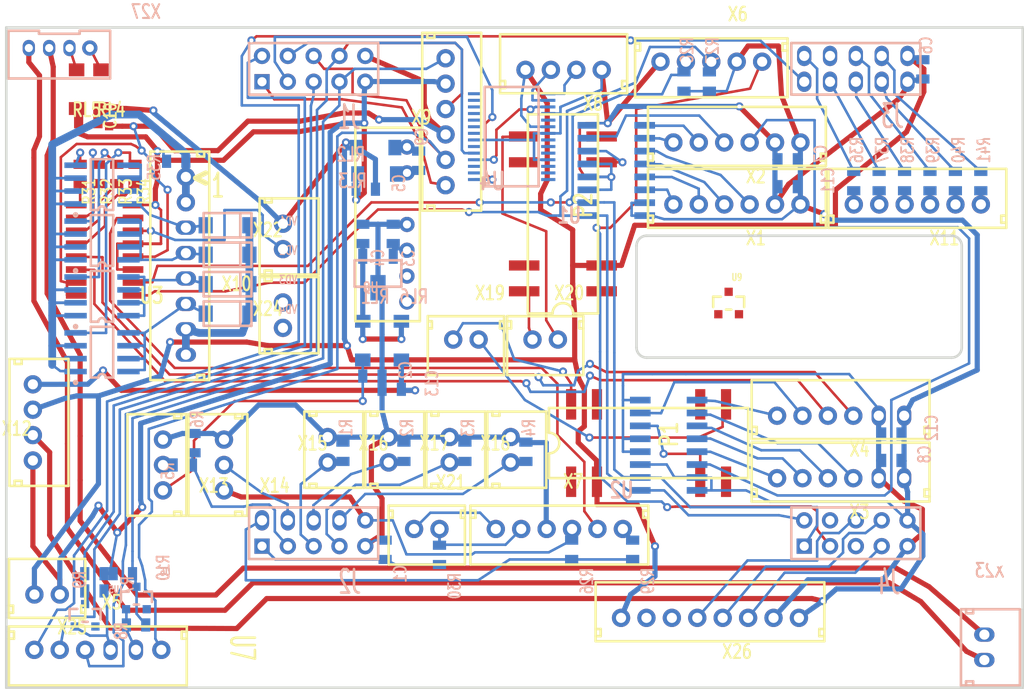
<source format=kicad_pcb>
(kicad_pcb (version 4) (host pcbnew 4.0.1-stable)
  (layers (0 F.Cu signal) (31 B.Cu signal) (34 B.Paste user) (35 F.Paste user) (36 B.SilkS user) (37 F.SilkS user) (38 B.Mask user) (39 F.Mask user) (44 Edge.Cuts user))
  (net 0 "")
  (net 1 SERVO_1_R>)
  (net 2 SERVO_2_L>)
  (net 3 SERVO_1_DL<)
  (net 4 SERVO_1_L>)
  (net 5 SERVO_1_DR<)
  (net 6 SERVO_2_R>)
  (net 7 SERVO_2_DL<)
  (net 8 SERVO_2_DR<)
  (net 9 SERVO_3_L>)
  (net 10 SERVO_3_R>)
  (net 11 SERVO_3_DL<)
  (net 12 SERVO_3_DR<)
  (net 13 SERVO_4_L>)
  (net 14 SERVO_4_R>)
  (net 15 SERVO_4_DL<)
  (net 16 SERVO_4_DR<)
  (net 17 L+)
  (net 18 L-)
  (net 19 NET00079)
  (net 20 IGN+)
  (net 21 CS_SD-CARD)
  (net 22 DRDY_AD7705)
  (net 23 NET00071)
  (net 24 TXD_FT232)
  (net 25 RXD_FT232)
  (net 26 CS_AD7705)
  (net 27 SDA)
  (net 28 SCL)
  (net 29 NET00043)
  (net 30 RESET)
  (net 31 NET00075)
  (net 32 NET00045)
  (net 33 NET00046)
  (net 34 NET00047)
  (net 35 NET00048)
  (net 36 NET00049)
  (net 37 NET00050)
  (net 38 GND)
  (net 39 NET00080)
  (net 40 NET00072)
  (net 41 IGN-)
  (net 42 NET00065)
  (net 43 NET00066)
  (net 44 NET00067)
  (net 45 NET00068)
  (net 46 +12V)
  (net 47 ADCA1)
  (net 48 PMT_V)
  (net 49 NET00074)
  (net 50 NET00076)
  (net 51 NET00077)
  (net 52 NET00078)
  (net 53 +5V)
  (net 54 IGNITION)
  (net 55 NET00081)
  (net 56 NET00082)
  (net 57 NET00083)
  (net 58 NET00084)
  (net 59 NET00085)
  (net 60 NET00086)
  (net 61 NET00087)
  (net 62 NET00088)
  (net 63 NET00089)
  (net 64 NET00090)
  (net 65 NET00091)
  (net 66 NET00092)
  (net 67 NET00093)
  (net 68 NET00094)
  (net 69 NET00095)
  (net 70 NET00105)
  (net 71 ADCA2)
  (net 72 ADCB4)
  (net 73 ADCB5)
  (net 74 ADCB6)
  (net 75 ADCB7)
  (net 76 _DRDY)
  (net 77 VCC_ANA_P3V3)
  (net 78 DOUT_AD7705)
  (net 79 NET00001)
  (net 80 MISO)
  (net 81 NET00002)
  (net 82 NET00003)
  (net 83 +3.3)
  (net 84 +)
  (net 85 NET00006)
  (net 86 MOSI)
  (net 87 CLK)
  (net 88 NET00000)
  (net 89 NET00004)
  (net 90 NET00005)
  (net 91 NET00007)
  (net 92 NET00008)
  (net 93 NET00009)
  (net 94 +12)
  (net 95 _MOSI)
  (net 96 _SCK)
  (net 97 _MISO)
  (module R0805_MINI_1 (layer F.Cu) (at 97.85 72.88 270)
    (fp_text reference R31 (at 2.678 -0.871569 270) (layer F.SilkS) (effects (font (size 1.185333 0.889) (thickness 0.1778))))
    (fp_text value 10K hide)
    (pad 2 smd rect (at 1.9 0 270) (size 0.9 1.3) (layers F.Cu F.Paste F.Mask) (net 61 NET00087))
    (pad 1 smd rect (at 0 0 270) (size 0.9 1.3) (layers F.Cu F.Paste F.Mask) (net 57 NET00083))
  )
  (module R1206_1 (layer F.Cu) (at 97.5 63.58 270)
    (fp_text reference RL5 (at 3.937 -0.996078 540) (layer F.SilkS) (effects (font (size 1.354667 1.016) (thickness 0.2032))))
    (fp_text value 1206 hide)
    (pad 1 smd rect (at 0 0 270) (size 1.27 1.524) (layers F.Cu F.Paste F.Mask) (net 18 L-))
    (pad 2 smd rect (at 3.81 0 270) (size 1.27 1.524) (layers F.Cu F.Paste F.Mask) (net 38 GND))
  )
  (module R0805_MINI_1 (layer B.Cu) (at 102.4 118.23 180)
    (fp_text reference R8 (at 0.511111 -0.592667 450) (layer B.SilkS) (effects (font (size 1.185333 0.889) (thickness 0.1778)) (justify mirror)))
    (fp_text value 2k2 hide)
    (pad 2 smd rect (at -1.9 0 180) (size 0.9 1.3) (layers B.Cu B.Paste B.Mask) (net 80 MISO))
    (pad 1 smd rect (at 0 0 180) (size 0.9 1.3) (layers B.Cu B.Paste B.Mask) (net 78 DOUT_AD7705))
  )
  (module R0805_MINI_1 (layer B.Cu) (at 103 113.18)
    (fp_text reference R10 (at 3.016667 -0.592667 90) (layer B.SilkS) (effects (font (size 1.185333 0.889) (thickness 0.1778)) (justify mirror)))
    (fp_text value 4k7 hide)
    (pad 2 smd rect (at -1.9 0) (size 0.9 1.3) (layers B.Cu B.Paste B.Mask) (net 38 GND))
    (pad 1 smd rect (at 0 0) (size 0.9 1.3) (layers B.Cu B.Paste B.Mask) (net 80 MISO))
  )
  (module R0805_MINI_1 (layer F.Cu) (at 103.25 72.88 270)
    (fp_text reference R34 (at 2.678 -0.871569 270) (layer F.SilkS) (effects (font (size 1.185333 0.889) (thickness 0.1778))))
    (fp_text value 10K hide)
    (pad 2 smd rect (at 1.9 0 270) (size 0.9 1.3) (layers F.Cu F.Paste F.Mask) (net 64 NET00090))
    (pad 1 smd rect (at 0 0 270) (size 0.9 1.3) (layers F.Cu F.Paste F.Mask) (net 60 NET00086))
  )
  (module "" (layer F.Cu) (at 101.35 67.38)
    (fp_text reference "" (at 0 0) (layer F.SilkS))
    (fp_text value "" (at 0 0) (layer F.SilkS))
    (pad "" smd rect (at 0 0) (size 0.8128 0.8128) (layers F.Cu F.Paste F.Mask) (net 53 +5V))
  )
  (module C0805_MINI_1 (layer B.Cu) (at 127.85 111.78 270)
    (fp_text reference C1 (at 1.411111 -1.492667 450) (layer B.SilkS) (effects (font (size 1.185333 0.889) (thickness 0.1778)) (justify mirror)))
    (fp_text value 0.22 hide)
    (pad 2 smd rect (at -1.9 0 270) (size 0.9 1.3) (layers B.Cu B.Paste B.Mask) (net 38 GND))
    (pad 1 smd rect (at 0 0 270) (size 0.9 1.3) (layers B.Cu B.Paste B.Mask) (net 29 NET00043))
  )
  (module C0805_MINI_1 (layer B.Cu) (at 129.45 95.03)
    (fp_text reference C13 (at 3.016667 -0.592667 90) (layer B.SilkS) (effects (font (size 1.185333 0.889) (thickness 0.1778)) (justify mirror)))
    (fp_text value 0.22 hide)
    (pad 2 smd rect (at -1.9 0) (size 0.9 1.3) (layers B.Cu B.Paste B.Mask) (net 38 GND))
    (pad 1 smd rect (at 0 0) (size 0.9 1.3) (layers B.Cu B.Paste B.Mask) (net 94 +12))
  )
  (module C0805_MINI_1 (layer B.Cu) (at 128.65 80.68 270)
    (fp_text reference C3 (at 1.411111 -1.492667 450) (layer B.SilkS) (effects (font (size 1.185333 0.889) (thickness 0.1778)) (justify mirror)))
    (fp_text value 0.22 hide)
    (pad 2 smd rect (at -1.9 0 270) (size 0.9 1.3) (layers B.Cu B.Paste B.Mask) (net 38 GND))
    (pad 1 smd rect (at 0 0 270) (size 0.9 1.3) (layers B.Cu B.Paste B.Mask) (net 85 NET00006))
  )
  (module C0805_MINI_1 (layer B.Cu) (at 125.65 80.68 270)
    (fp_text reference C4 (at 1.411111 -1.492667 450) (layer B.SilkS) (effects (font (size 1.185333 0.889) (thickness 0.1778)) (justify mirror)))
    (fp_text value 0.22 hide)
    (pad 2 smd rect (at -1.9 0 270) (size 0.9 1.3) (layers B.Cu B.Paste B.Mask) (net 38 GND))
    (pad 1 smd rect (at 0 0 270) (size 0.9 1.3) (layers B.Cu B.Paste B.Mask) (net 46 +12V))
  )
  (module R1206_1 (layer B.Cu) (at 125 71.23 180)
    (fp_text reference RL2 (at 0.514048 -0.677333 360) (layer B.SilkS) (effects (font (size 1.354667 1.016) (thickness 0.2032)) (justify mirror)))
    (fp_text value 1206 hide)
    (pad 1 smd rect (at 0 0 180) (size 1.27 1.524) (layers B.Cu B.Paste B.Mask) (net 53 +5V))
    (pad 2 smd rect (at -3.81 0 180) (size 1.27 1.524) (layers B.Cu B.Paste B.Mask) (net 81 NET00002))
  )
  (module C0805_MINI_1 (layer B.Cu) (at 126.9 75.33)
    (fp_text reference C5 (at 2.311111 -0.592667 90) (layer B.SilkS) (effects (font (size 1.185333 0.889) (thickness 0.1778)) (justify mirror)))
    (fp_text value 0.22 hide)
    (pad 2 smd rect (at -1.9 0) (size 0.9 1.3) (layers B.Cu B.Paste B.Mask) (net 38 GND))
    (pad 1 smd rect (at 0 0) (size 0.9 1.3) (layers B.Cu B.Paste B.Mask) (net 53 +5V))
  )
  (module R1206_1 (layer B.Cu) (at 125.15 73.83 180)
    (fp_text reference RL3 (at 0.514048 -0.677333 360) (layer B.SilkS) (effects (font (size 1.354667 1.016) (thickness 0.2032)) (justify mirror)))
    (fp_text value 1206 hide)
    (pad 1 smd rect (at 0 0 180) (size 1.27 1.524) (layers B.Cu B.Paste B.Mask) (net 38 GND))
    (pad 2 smd rect (at -3.81 0 180) (size 1.27 1.524) (layers B.Cu B.Paste B.Mask) (net 82 NET00003))
  )
  (module R0805_MINI_1 (layer B.Cu) (at 133.2 112.28 270)
    (fp_text reference R30 (at 2.116667 -1.492667 450) (layer B.SilkS) (effects (font (size 1.185333 0.889) (thickness 0.1778)) (justify mirror)))
    (fp_text value 10K hide)
    (pad 2 smd rect (at -1.9 0 270) (size 0.9 1.3) (layers B.Cu B.Paste B.Mask) (net 19 NET00079))
    (pad 1 smd rect (at 0 0 270) (size 0.9 1.3) (layers B.Cu B.Paste B.Mask) (net 29 NET00043))
  )
  (module R0805_MINI_1 (layer B.Cu) (at 152.2 111.78 270)
    (fp_text reference R29 (at 2.116667 -1.492667 450) (layer B.SilkS) (effects (font (size 1.185333 0.889) (thickness 0.1778)) (justify mirror)))
    (fp_text value 9M1 hide)
    (pad 2 smd rect (at -1.9 0 270) (size 0.9 1.3) (layers B.Cu B.Paste B.Mask) (net 49 NET00074))
    (pad 1 smd rect (at 0 0 270) (size 0.9 1.3) (layers B.Cu B.Paste B.Mask) (net 48 PMT_V))
  )
  (module R0805_MINI_1 (layer B.Cu) (at 159.75 63.78 90)
    (fp_text reference R27 (at 2.116667 0.307333 90) (layer B.SilkS) (effects (font (size 1.185333 0.889) (thickness 0.1778)) (justify mirror)))
    (fp_text value 3k3 hide)
    (pad 2 smd rect (at -1.9 0 90) (size 0.9 1.3) (layers B.Cu B.Paste B.Mask) (net 83 +3.3))
    (pad 1 smd rect (at 0 0 90) (size 0.9 1.3) (layers B.Cu B.Paste B.Mask) (net 28 SCL))
  )
  (module R0805_MINI_1 (layer B.Cu) (at 157.25 63.78 90)
    (fp_text reference R28 (at 2.116667 0.307333 90) (layer B.SilkS) (effects (font (size 1.185333 0.889) (thickness 0.1778)) (justify mirror)))
    (fp_text value 3k3 hide)
    (pad 2 smd rect (at -1.9 0 90) (size 0.9 1.3) (layers B.Cu B.Paste B.Mask) (net 83 +3.3))
    (pad 1 smd rect (at 0 0 90) (size 0.9 1.3) (layers B.Cu B.Paste B.Mask) (net 27 SDA))
  )
  (module R0805_MINI_1 (layer B.Cu) (at 173.95 73.58 90)
    (fp_text reference R36 (at 2.116667 0.307333 90) (layer B.SilkS) (effects (font (size 1.185333 0.889) (thickness 0.1778)) (justify mirror)))
    (fp_text value 3k3 hide)
    (pad 2 smd rect (at -1.9 0 90) (size 0.9 1.3) (layers B.Cu B.Paste B.Mask) (net 88 NET00000))
    (pad 1 smd rect (at 0 0 90) (size 0.9 1.3) (layers B.Cu B.Paste B.Mask) (net 47 ADCA1))
  )
  (module R0805_MINI_1 (layer B.Cu) (at 178.95 73.58 90)
    (fp_text reference R38 (at 2.116667 0.307333 90) (layer B.SilkS) (effects (font (size 1.185333 0.889) (thickness 0.1778)) (justify mirror)))
    (fp_text value 3k3 hide)
    (pad 2 smd rect (at -1.9 0 90) (size 0.9 1.3) (layers B.Cu B.Paste B.Mask) (net 90 NET00005))
    (pad 1 smd rect (at 0 0 90) (size 0.9 1.3) (layers B.Cu B.Paste B.Mask) (net 72 ADCB4))
  )
  (module R0805_MINI_1 (layer B.Cu) (at 181.45 73.58 90)
    (fp_text reference R39 (at 2.116667 0.307333 90) (layer B.SilkS) (effects (font (size 1.185333 0.889) (thickness 0.1778)) (justify mirror)))
    (fp_text value 3k3 hide)
    (pad 2 smd rect (at -1.9 0 90) (size 0.9 1.3) (layers B.Cu B.Paste B.Mask) (net 91 NET00007))
    (pad 1 smd rect (at 0 0 90) (size 0.9 1.3) (layers B.Cu B.Paste B.Mask) (net 73 ADCB5))
  )
  (module "" (layer F.Cu) (at 188.08 110.91)
    (fp_text reference "" (at 0 0) (layer F.SilkS))
    (fp_text value "" (at 0 0) (layer F.SilkS))
    (pad "" np_thru_hole circle (at 0 0) (size 3.1 3.1) (drill 3.1) (layers *.Cu *.Mask))
  )
  (module R0805_MINI_1 (layer B.Cu) (at 186.45 73.58 90)
    (fp_text reference R41 (at 2.116667 0.307333 90) (layer B.SilkS) (effects (font (size 1.185333 0.889) (thickness 0.1778)) (justify mirror)))
    (fp_text value 3k3 hide)
    (pad 2 smd rect (at -1.9 0 90) (size 0.9 1.3) (layers B.Cu B.Paste B.Mask) (net 93 NET00009))
    (pad 1 smd rect (at 0 0 90) (size 0.9 1.3) (layers B.Cu B.Paste B.Mask) (net 75 ADCB7))
  )
  (module BAT54S_1 (layer B.Cu) (at 104.4 116.68)
    (fp_text reference U6 (at 1.822349 -3.640667) (layer B.SilkS) (effects (font (size 0.677333 0.508) (thickness 0.127)) (justify mirror)))
    (fp_text value "" hide)
    (pad 2 smd rect (at -2.032 0) (size 0.8128 0.8128) (layers B.Cu B.Paste B.Mask) (net 78 DOUT_AD7705))
    (pad 3 smd rect (at -1.016 -2.2098) (size 0.8128 0.8128) (layers B.Cu B.Paste B.Mask) (net 80 MISO))
    (pad 1 smd rect (at 0 0) (size 0.8128 0.8128) (layers B.Cu B.Paste B.Mask))
  )
  (module "" (layer F.Cu) (at 110.08 68.91)
    (fp_text reference "" (at 0 0) (layer F.SilkS))
    (fp_text value "" (at 0 0) (layer F.SilkS))
    (pad "" np_thru_hole circle (at 0 0) (size 3.1 3.1) (drill 3.1) (layers *.Cu *.Mask))
  )
  (module R0805_MINI_1 (layer B.Cu) (at 129.7 100.23 90)
    (fp_text reference R2 (at 1.411111 0.307333 90) (layer B.SilkS) (effects (font (size 1.185333 0.889) (thickness 0.1778)) (justify mirror)))
    (fp_text value k10 hide)
    (pad 2 smd rect (at -1.9 0 90) (size 0.9 1.3) (layers B.Cu B.Paste B.Mask) (net 35 NET00048))
    (pad 1 smd rect (at 0 0 90) (size 0.9 1.3) (layers B.Cu B.Paste B.Mask) (net 38 GND))
  )
  (module NJM78L09UA_1 (layer B.Cu) (at 128.65 81.93 180)
    (fp_text reference U8 (at 2.206349 -3.086667 360) (layer B.SilkS) (effects (font (size 1.013333 0.76) (thickness 0.152)) (justify mirror)))
    (fp_text value "" hide)
    (pad 2 smd rect (at 1.5 -3.1 180) (size 1.5 2.5) (layers B.Cu B.Paste B.Mask) (net 38 GND))
    (pad 3 smd rect (at 3 0 180) (size 0.89 1.5) (layers B.Cu B.Paste B.Mask) (net 46 +12V))
    (pad 1 smd rect (at 0 0 180) (size 0.89 1.5) (layers B.Cu B.Paste B.Mask) (net 85 NET00006))
  )
  (module R1206_1 (layer B.Cu) (at 125.65 88.33 90)
    (fp_text reference RL1 (at 2.419048 1.227667 360) (layer B.SilkS) (effects (font (size 1.354667 1.016) (thickness 0.2032)) (justify mirror)))
    (fp_text value 1206 hide)
    (pad 1 smd rect (at 0 0 90) (size 1.27 1.524) (layers B.Cu B.Paste B.Mask) (net 46 +12V))
    (pad 2 smd rect (at -3.81 0 90) (size 1.27 1.524) (layers B.Cu B.Paste B.Mask) (net 70 NET00105))
  )
  (module C0805_MINI_1 (layer B.Cu) (at 127.55 93.73)
    (fp_text reference C2 (at 2.311111 -0.592667 90) (layer B.SilkS) (effects (font (size 1.185333 0.889) (thickness 0.1778)) (justify mirror)))
    (fp_text value 0.22 hide)
    (pad 2 smd rect (at -1.9 0) (size 0.9 1.3) (layers B.Cu B.Paste B.Mask) (net 70 NET00105))
    (pad 1 smd rect (at 0 0) (size 0.9 1.3) (layers B.Cu B.Paste B.Mask) (net 38 GND))
  )
  (module R1206_1 (layer B.Cu) (at 129.45 88.33 90)
    (fp_text reference RL6 (at 2.419048 1.227667 360) (layer B.SilkS) (effects (font (size 1.354667 1.016) (thickness 0.2032)) (justify mirror)))
    (fp_text value 1206 hide)
    (pad 1 smd rect (at 0 0 90) (size 1.27 1.524) (layers B.Cu B.Paste B.Mask) (net 46 +12V))
    (pad 2 smd rect (at -3.81 0 90) (size 1.27 1.524) (layers B.Cu B.Paste B.Mask) (net 94 +12))
  )
  (module R0805_MINI_1 (layer B.Cu) (at 135.7 100.23 90)
    (fp_text reference R3 (at 1.411111 0.307333 90) (layer B.SilkS) (effects (font (size 1.185333 0.889) (thickness 0.1778)) (justify mirror)))
    (fp_text value k10 hide)
    (pad 2 smd rect (at -1.9 0 90) (size 0.9 1.3) (layers B.Cu B.Paste B.Mask) (net 36 NET00049))
    (pad 1 smd rect (at 0 0 90) (size 0.9 1.3) (layers B.Cu B.Paste B.Mask) (net 38 GND))
  )
  (module R0805_MINI_1 (layer B.Cu) (at 141.7 100.23 90)
    (fp_text reference R4 (at 1.411111 0.307333 90) (layer B.SilkS) (effects (font (size 1.185333 0.889) (thickness 0.1778)) (justify mirror)))
    (fp_text value k10 hide)
    (pad 2 smd rect (at -1.9 0 90) (size 0.9 1.3) (layers B.Cu B.Paste B.Mask) (net 37 NET00050))
    (pad 1 smd rect (at 0 0 90) (size 0.9 1.3) (layers B.Cu B.Paste B.Mask) (net 38 GND))
  )
  (module C0805_MINI_1 (layer B.Cu) (at 180.75 62.58 90)
    (fp_text reference C6 (at 1.411111 0.307333 90) (layer B.SilkS) (effects (font (size 1.185333 0.889) (thickness 0.1778)) (justify mirror)))
    (fp_text value 0.22 hide)
    (pad 2 smd rect (at -1.9 0 90) (size 0.9 1.3) (layers B.Cu B.Paste B.Mask) (net 38 GND))
    (pad 1 smd rect (at 0 0 90) (size 0.9 1.3) (layers B.Cu B.Paste B.Mask) (net 53 +5V))
  )
  (module "" (layer F.Cu) (at 188.08 61.91)
    (fp_text reference "" (at 0 0) (layer F.SilkS))
    (fp_text value "" (at 0 0) (layer F.SilkS))
    (pad "" np_thru_hole circle (at 0 0) (size 3.1 3.1) (drill 3.1) (layers *.Cu *.Mask))
  )
  (module "" (layer F.Cu) (at 108.08 110.91)
    (fp_text reference "" (at 0 0) (layer F.SilkS))
    (fp_text value "" (at 0 0) (layer F.SilkS))
    (pad "" np_thru_hole circle (at 0 0) (size 3.1 3.1) (drill 3.1) (layers *.Cu *.Mask))
  )
  (module R0805_MINI_1 (layer B.Cu) (at 98.3 113.18 180)
    (fp_text reference R9 (at 0.511111 -0.592667 450) (layer B.SilkS) (effects (font (size 1.185333 0.889) (thickness 0.1778)) (justify mirror)))
    (fp_text value 4k7 hide)
    (pad 2 smd rect (at -1.9 0 180) (size 0.9 1.3) (layers B.Cu B.Paste B.Mask) (net 38 GND))
    (pad 1 smd rect (at 0 0 180) (size 0.9 1.3) (layers B.Cu B.Paste B.Mask) (net 76 _DRDY))
  )
  (module R0805_MINI_1 (layer B.Cu) (at 107 102.48 180)
    (fp_text reference R5 (at 0.511111 -0.592667 450) (layer B.SilkS) (effects (font (size 1.185333 0.889) (thickness 0.1778)) (justify mirror)))
    (fp_text value 10k hide)
    (pad 2 smd rect (at -1.9 0 180) (size 0.9 1.3) (layers B.Cu B.Paste B.Mask) (net 55 NET00081))
    (pad 1 smd rect (at 0 0 180) (size 0.9 1.3) (layers B.Cu B.Paste B.Mask) (net 32 NET00045))
  )
  (module IRF7416_1 (layer B.Cu) (at 97.4 82.28 180)
    (fp_text reference VT2 hide)
    (fp_text value "" hide)
    (pad 4 smd rect (at 0 3.81 180) (size 2.2 0.55001) (layers B.Cu B.Paste B.Mask) (net 58 NET00084))
    (pad 1 smd rect (at 0 0 180) (size 2.2 0.55001) (layers B.Cu B.Paste B.Mask) (net 69 NET00095))
    (pad 2 smd rect (at 0 1.27 180) (size 2.2 0.55001) (layers B.Cu B.Paste B.Mask) (net 69 NET00095))
    (pad 3 smd rect (at 0 2.54 180) (size 2.2 0.55001) (layers B.Cu B.Paste B.Mask) (net 69 NET00095))
    (pad 5 smd rect (at -5.19999 3.81 180) (size 2.2 0.55001) (layers B.Cu B.Paste B.Mask) (net 67 NET00093))
    (pad 7 smd rect (at -5.19999 1.27 180) (size 2.2 0.55001) (layers B.Cu B.Paste B.Mask) (net 67 NET00093))
    (pad 8 smd rect (at -5.19999 0 180) (size 2.2 0.55001) (layers B.Cu B.Paste B.Mask) (net 67 NET00093))
    (pad 6 smd rect (at -5.19999 2.54 180) (size 2.2 0.55001) (layers B.Cu B.Paste B.Mask) (net 67 NET00093))
  )
  (module R0805_MINI_1 (layer B.Cu) (at 106.35 72.58 180)
    (fp_text reference R35 (at 1.216667 -0.592667 450) (layer B.SilkS) (effects (font (size 1.185333 0.889) (thickness 0.1778)) (justify mirror)))
    (fp_text value 10 hide)
    (pad 2 smd rect (at -1.9 0 180) (size 0.9 1.3) (layers B.Cu B.Paste B.Mask) (net 69 NET00095))
    (pad 1 smd rect (at 0 0 180) (size 0.9 1.3) (layers B.Cu B.Paste B.Mask) (net 38 GND))
  )
  (module R0805_MINI_1 (layer F.Cu) (at 101.45 72.88 270)
    (fp_text reference R33 (at 2.678 -0.871569 270) (layer F.SilkS) (effects (font (size 1.185333 0.889) (thickness 0.1778))))
    (fp_text value 10K hide)
    (pad 2 smd rect (at 1.9 0 270) (size 0.9 1.3) (layers F.Cu F.Paste F.Mask) (net 63 NET00089))
    (pad 1 smd rect (at 0 0 270) (size 0.9 1.3) (layers F.Cu F.Paste F.Mask) (net 59 NET00085))
  )
  (module R0805_MINI_1 (layer F.Cu) (at 99.65 72.88 270)
    (fp_text reference R32 (at 2.678 -0.871569 270) (layer F.SilkS) (effects (font (size 1.185333 0.889) (thickness 0.1778))))
    (fp_text value 10K hide)
    (pad 2 smd rect (at 1.9 0 270) (size 0.9 1.3) (layers F.Cu F.Paste F.Mask) (net 62 NET00088))
    (pad 1 smd rect (at 0 0 270) (size 0.9 1.3) (layers F.Cu F.Paste F.Mask) (net 58 NET00084))
  )
  (module "" (layer F.Cu) (at 100.7 69.13)
    (fp_text reference "" (at 0 0) (layer F.SilkS))
    (fp_text value "" (at 0 0) (layer F.SilkS))
    (pad "" smd rect (at 0 0) (size 0.8128 0.8128) (layers F.Cu F.Paste F.Mask) (net 83 +3.3))
  )
  (module R1206_1 (layer F.Cu) (at 99.9 63.58 270)
    (fp_text reference RL4 (at 3.937 -0.996078 540) (layer F.SilkS) (effects (font (size 1.354667 1.016) (thickness 0.2032))))
    (fp_text value 1206 hide)
    (pad 1 smd rect (at 0 0 270) (size 1.27 1.524) (layers F.Cu F.Paste F.Mask) (net 17 L+))
    (pad 2 smd rect (at 3.81 0 270) (size 1.27 1.524) (layers F.Cu F.Paste F.Mask) (net 84 +))
  )
  (module C0805_MINI_1 (layer B.Cu) (at 131.15 71.58 90)
    (fp_text reference C9 (at 1.411111 0.307333 90) (layer B.SilkS) (effects (font (size 1.185333 0.889) (thickness 0.1778)) (justify mirror)))
    (fp_text value 0.22 hide)
    (pad 2 smd rect (at -1.9 0 90) (size 0.9 1.3) (layers B.Cu B.Paste B.Mask) (net 82 NET00003))
    (pad 1 smd rect (at 0 0 90) (size 0.9 1.3) (layers B.Cu B.Paste B.Mask) (net 81 NET00002))
  )
  (module "" (layer F.Cu) (at 116.58 72.91)
    (fp_text reference "" (at 0 0) (layer F.SilkS))
    (fp_text value "" (at 0 0) (layer F.SilkS))
    (pad "" np_thru_hole circle (at 0 0) (size 3.1 3.1) (drill 3.1) (layers *.Cu *.Mask))
  )
  (module R0805_MINI_1 (layer B.Cu) (at 146.2 111.78 270)
    (fp_text reference R26 (at 2.116667 -1.492667 450) (layer B.SilkS) (effects (font (size 1.185333 0.889) (thickness 0.1778)) (justify mirror)))
    (fp_text value 300k hide)
    (pad 2 smd rect (at -1.9 0 270) (size 0.9 1.3) (layers B.Cu B.Paste B.Mask) (net 77 VCC_ANA_P3V3))
    (pad 1 smd rect (at 0 0 270) (size 0.9 1.3) (layers B.Cu B.Paste B.Mask) (net 48 PMT_V))
  )
  (module C0805_MINI_1 (layer B.Cu) (at 168.4 72.43)
    (fp_text reference C7 (at 2.311111 -0.592667 90) (layer B.SilkS) (effects (font (size 1.185333 0.889) (thickness 0.1778)) (justify mirror)))
    (fp_text value 0.22 hide)
    (pad 2 smd rect (at -1.9 0) (size 0.9 1.3) (layers B.Cu B.Paste B.Mask) (net 38 GND))
    (pad 1 smd rect (at 0 0) (size 0.9 1.3) (layers B.Cu B.Paste B.Mask) (net 83 +3.3))
  )
  (module C0805_MINI_1 (layer B.Cu) (at 168.4 75.08)
    (fp_text reference C11 (at 3.016667 -0.592667 90) (layer B.SilkS) (effects (font (size 1.185333 0.889) (thickness 0.1778)) (justify mirror)))
    (fp_text value 0.22 hide)
    (pad 2 smd rect (at -1.9 0) (size 0.9 1.3) (layers B.Cu B.Paste B.Mask) (net 38 GND))
    (pad 1 smd rect (at 0 0) (size 0.9 1.3) (layers B.Cu B.Paste B.Mask) (net 83 +3.3))
  )
  (module "" (layer F.Cu) (at 175.58 118.91)
    (fp_text reference "" (at 0 0) (layer F.SilkS))
    (fp_text value "" (at 0 0) (layer F.SilkS))
    (pad "" np_thru_hole circle (at 0 0) (size 3.1 3.1) (drill 3.1) (layers *.Cu *.Mask))
  )
  (module C0805_MINI_1 (layer B.Cu) (at 178.6 102.03)
    (fp_text reference C8 (at 2.311111 -0.592667 90) (layer B.SilkS) (effects (font (size 1.185333 0.889) (thickness 0.1778)) (justify mirror)))
    (fp_text value 0.22 hide)
    (pad 2 smd rect (at -1.9 0) (size 0.9 1.3) (layers B.Cu B.Paste B.Mask) (net 38 GND))
    (pad 1 smd rect (at 0 0) (size 0.9 1.3) (layers B.Cu B.Paste B.Mask) (net 83 +3.3))
  )
  (module "" (layer F.Cu) (at 186.08 103.91)
    (fp_text reference "" (at 0 0) (layer F.SilkS))
    (fp_text value "" (at 0 0) (layer F.SilkS))
    (pad "" np_thru_hole circle (at 0 0) (size 3.1 3.1) (drill 3.1) (layers *.Cu *.Mask))
  )
  (module R0805_MINI_1 (layer B.Cu) (at 176.45 73.58 90)
    (fp_text reference R37 (at 2.116667 0.307333 90) (layer B.SilkS) (effects (font (size 1.185333 0.889) (thickness 0.1778)) (justify mirror)))
    (fp_text value 3k3 hide)
    (pad 2 smd rect (at -1.9 0 90) (size 0.9 1.3) (layers B.Cu B.Paste B.Mask) (net 89 NET00004))
    (pad 1 smd rect (at 0 0 90) (size 0.9 1.3) (layers B.Cu B.Paste B.Mask) (net 71 ADCA2))
  )
  (module R0805_MINI_1 (layer B.Cu) (at 183.95 73.58 90)
    (fp_text reference R40 (at 2.116667 0.307333 90) (layer B.SilkS) (effects (font (size 1.185333 0.889) (thickness 0.1778)) (justify mirror)))
    (fp_text value 3k3 hide)
    (pad 2 smd rect (at -1.9 0 90) (size 0.9 1.3) (layers B.Cu B.Paste B.Mask) (net 92 NET00008))
    (pad 1 smd rect (at 0 0 90) (size 0.9 1.3) (layers B.Cu B.Paste B.Mask) (net 74 ADCB6))
  )
  (module R0805_MINI_1 (layer B.Cu) (at 100.2 114.88)
    (fp_text reference R7 (at 2.311111 -0.592667 90) (layer B.SilkS) (effects (font (size 1.185333 0.889) (thickness 0.1778)) (justify mirror)))
    (fp_text value 2k2 hide)
    (pad 2 smd rect (at -1.9 0) (size 0.9 1.3) (layers B.Cu B.Paste B.Mask) (net 76 _DRDY))
    (pad 1 smd rect (at 0 0) (size 0.9 1.3) (layers B.Cu B.Paste B.Mask) (net 22 DRDY_AD7705))
  )
  (module PW10-2-M_1 (layer F.Cu) (at 95.85 115.23 180)
    (fp_text reference X25 (at -1.219048 -3.222667 360) (layer F.SilkS) (effects (font (size 1.354667 1.016) (thickness 0.2032))))
    (fp_text value "" hide)
    (pad 1 thru_hole circle (at 0 0 270) (size 1.8 1.8) (drill 1) (layers *.Cu *.Mask) (net 38 GND))
    (pad 2 thru_hole circle (at 2.5 0 270) (size 1.8 1.8) (drill 1) (layers *.Cu *.Mask) (net 53 +5V))
  )
  (module PW10-3-M_1 (layer F.Cu) (at 106 99.98 270)
    (fp_text reference X13 (at 4.532 -4.996078 540) (layer F.SilkS) (effects (font (size 1.354667 1.016) (thickness 0.2032))))
    (fp_text value Flow_sensor hide)
    (pad 2 thru_hole circle (at 2.5 0) (size 1.8 1.8) (drill 1) (layers *.Cu *.Mask) (net 32 NET00045))
    (pad 3 thru_hole circle (at 5 0) (size 1.8 1.8) (drill 1) (layers *.Cu *.Mask) (net 70 NET00105))
    (pad 1 thru_hole circle (at 0 0) (size 1.8 1.8) (drill 1) (layers *.Cu *.Mask) (net 38 GND))
  )
  (module BAT54S_1 (layer B.Cu) (at 99.35 118.38)
    (fp_text reference U5 (at 1.822349 -3.640667) (layer B.SilkS) (effects (font (size 0.677333 0.508) (thickness 0.127)) (justify mirror)))
    (fp_text value "" hide)
    (pad 2 smd rect (at -2.032 0) (size 0.8128 0.8128) (layers B.Cu B.Paste B.Mask) (net 22 DRDY_AD7705))
    (pad 3 smd rect (at -1.016 -2.2098) (size 0.8128 0.8128) (layers B.Cu B.Paste B.Mask) (net 76 _DRDY))
    (pad 1 smd rect (at 0 0) (size 0.8128 0.8128) (layers B.Cu B.Paste B.Mask))
  )
  (module R0805_MINI_1 (layer B.Cu) (at 109.05 99.38 90)
    (fp_text reference R6 (at 1.411111 0.307333 90) (layer B.SilkS) (effects (font (size 1.185333 0.889) (thickness 0.1778)) (justify mirror)))
    (fp_text value 3k3 hide)
    (pad 2 smd rect (at -1.9 0 90) (size 0.9 1.3) (layers B.Cu B.Paste B.Mask) (net 55 NET00081))
    (pad 1 smd rect (at 0 0 90) (size 0.9 1.3) (layers B.Cu B.Paste B.Mask) (net 38 GND))
  )
  (module CONNECTOR_6_1 (layer F.Cu) (at 93.3 120.68)
    (fp_text reference X5 (at 7.652698 -4.677333) (layer F.SilkS) (effects (font (size 1.354667 1.016) (thickness 0.2032))))
    (fp_text value ADC hide)
    (pad 3 thru_hole circle (at 5.04 0 90) (size 1.8 1.8) (drill 1) (layers *.Cu *.Mask) (net 87 CLK))
    (pad 2 thru_hole circle (at 2.54 0 90) (size 1.8 1.8) (drill 1) (layers *.Cu *.Mask) (net 26 CS_AD7705))
    (pad 6 thru_hole circle (at 12.54 0 90) (size 1.8 1.8) (drill 1) (layers *.Cu *.Mask) (net 86 MOSI))
    (pad 5 thru_hole oval (at 10.04 0 90) (size 2 1.4) (drill 1) (layers *.Cu *.Mask) (net 78 DOUT_AD7705))
    (pad 1 thru_hole circle (at 0.04 0 90) (size 1.8 1.8) (drill 1) (layers *.Cu *.Mask) (net 30 RESET))
    (pad 4 thru_hole oval (at 7.54 0 90) (size 2 1.4) (drill 1) (layers *.Cu *.Mask) (net 22 DRDY_AD7705))
  )
  (module IRF7416_1 (layer B.Cu) (at 97.4 76.78 180)
    (fp_text reference VT1 hide)
    (fp_text value "" hide)
    (pad 4 smd rect (at 0 3.81 180) (size 2.2 0.55001) (layers B.Cu B.Paste B.Mask) (net 57 NET00083))
    (pad 1 smd rect (at 0 0 180) (size 2.2 0.55001) (layers B.Cu B.Paste B.Mask) (net 69 NET00095))
    (pad 2 smd rect (at 0 1.27 180) (size 2.2 0.55001) (layers B.Cu B.Paste B.Mask) (net 69 NET00095))
    (pad 3 smd rect (at 0 2.54 180) (size 2.2 0.55001) (layers B.Cu B.Paste B.Mask) (net 69 NET00095))
    (pad 5 smd rect (at -5.19999 3.81 180) (size 2.2 0.55001) (layers B.Cu B.Paste B.Mask) (net 68 NET00094))
    (pad 7 smd rect (at -5.19999 1.27 180) (size 2.2 0.55001) (layers B.Cu B.Paste B.Mask) (net 68 NET00094))
    (pad 8 smd rect (at -5.19999 0 180) (size 2.2 0.55001) (layers B.Cu B.Paste B.Mask) (net 68 NET00094))
    (pad 6 smd rect (at -5.19999 2.54 180) (size 2.2 0.55001) (layers B.Cu B.Paste B.Mask) (net 68 NET00094))
  )
  (module PCA9557_1 (layer F.Cu) (at 103.05 85.78 180)
    (fp_text reference U3 (at -1.834444 -0.016933 360) (layer F.SilkS) (effects (font (size 1.540933 1.1557) (thickness 0.254))))
    (fp_text value "" hide)
    (pad 6 smd rect (at 0 6.35 180) (size 2.032 0.6604) (layers F.Cu F.Paste F.Mask) (net 56 NET00082))
    (pad 7 smd rect (at 0 7.62 180) (size 2.032 0.6604) (layers F.Cu F.Paste F.Mask) (net 54 IGNITION))
    (pad 8 smd rect (at 0 8.89 180) (size 2.032 0.6604) (layers F.Cu F.Paste F.Mask) (net 38 GND))
    (pad 1 smd rect (at 0 0 180) (size 2.032 0.6604) (layers F.Cu F.Paste F.Mask) (net 28 SCL))
    (pad 2 smd rect (at 0 1.27 180) (size 2.032 0.6604) (layers F.Cu F.Paste F.Mask) (net 27 SDA))
    (pad 3 smd rect (at 0 2.54 180) (size 2.032 0.6604) (layers F.Cu F.Paste F.Mask) (net 38 GND))
    (pad 4 smd rect (at 0 3.81 180) (size 2.032 0.6604) (layers F.Cu F.Paste F.Mask) (net 83 +3.3))
    (pad 11 smd rect (at 5.588 6.35 180) (size 2.032 0.6604) (layers F.Cu F.Paste F.Mask) (net 63 NET00089))
    (pad 10 smd rect (at 5.588 7.62 180) (size 2.032 0.6604) (layers F.Cu F.Paste F.Mask) (net 62 NET00088))
    (pad 9 smd rect (at 5.588 8.89 180) (size 2.032 0.6604) (layers F.Cu F.Paste F.Mask) (net 61 NET00087))
    (pad 16 smd rect (at 5.588 0 180) (size 2.032 0.6604) (layers F.Cu F.Paste F.Mask) (net 83 +3.3))
    (pad 15 smd rect (at 5.588 1.27 180) (size 2.032 0.6604) (layers F.Cu F.Paste F.Mask) (net 83 +3.3))
    (pad 14 smd rect (at 5.588 2.54 180) (size 2.032 0.6604) (layers F.Cu F.Paste F.Mask) (net 15 SERVO_4_DL<))
    (pad 13 smd rect (at 5.588 3.81 180) (size 2.032 0.6604) (layers F.Cu F.Paste F.Mask) (net 16 SERVO_4_DR<))
    (pad 5 smd rect (at 0 5.08 180) (size 2.032 0.6604) (layers F.Cu F.Paste F.Mask) (net 38 GND))
    (pad 12 smd rect (at 5.588 5.08 180) (size 2.032 0.6604) (layers F.Cu F.Paste F.Mask) (net 64 NET00090))
  )
  (module IRF7416_1 (layer B.Cu) (at 97.4 87.78 180)
    (fp_text reference VT3 hide)
    (fp_text value "" hide)
    (pad 4 smd rect (at 0 3.81 180) (size 2.2 0.55001) (layers B.Cu B.Paste B.Mask) (net 59 NET00085))
    (pad 1 smd rect (at 0 0 180) (size 2.2 0.55001) (layers B.Cu B.Paste B.Mask) (net 69 NET00095))
    (pad 2 smd rect (at 0 1.27 180) (size 2.2 0.55001) (layers B.Cu B.Paste B.Mask) (net 69 NET00095))
    (pad 3 smd rect (at 0 2.54 180) (size 2.2 0.55001) (layers B.Cu B.Paste B.Mask) (net 69 NET00095))
    (pad 5 smd rect (at -5.19999 3.81 180) (size 2.2 0.55001) (layers B.Cu B.Paste B.Mask) (net 66 NET00092))
    (pad 7 smd rect (at -5.19999 1.27 180) (size 2.2 0.55001) (layers B.Cu B.Paste B.Mask) (net 66 NET00092))
    (pad 8 smd rect (at -5.19999 0 180) (size 2.2 0.55001) (layers B.Cu B.Paste B.Mask) (net 66 NET00092))
    (pad 6 smd rect (at -5.19999 2.54 180) (size 2.2 0.55001) (layers B.Cu B.Paste B.Mask) (net 66 NET00092))
  )
  (module IRF7416_1 (layer B.Cu) (at 97.4 93.28 180)
    (fp_text reference VT4 hide)
    (fp_text value "" hide)
    (pad 4 smd rect (at 0 3.81 180) (size 2.2 0.55001) (layers B.Cu B.Paste B.Mask) (net 60 NET00086))
    (pad 1 smd rect (at 0 0 180) (size 2.2 0.55001) (layers B.Cu B.Paste B.Mask) (net 69 NET00095))
    (pad 2 smd rect (at 0 1.27 180) (size 2.2 0.55001) (layers B.Cu B.Paste B.Mask) (net 69 NET00095))
    (pad 3 smd rect (at 0 2.54 180) (size 2.2 0.55001) (layers B.Cu B.Paste B.Mask) (net 69 NET00095))
    (pad 5 smd rect (at -5.19999 3.81 180) (size 2.2 0.55001) (layers B.Cu B.Paste B.Mask) (net 65 NET00091))
    (pad 7 smd rect (at -5.19999 1.27 180) (size 2.2 0.55001) (layers B.Cu B.Paste B.Mask) (net 65 NET00091))
    (pad 8 smd rect (at -5.19999 0 180) (size 2.2 0.55001) (layers B.Cu B.Paste B.Mask) (net 65 NET00091))
    (pad 6 smd rect (at -5.19999 2.54 180) (size 2.2 0.55001) (layers B.Cu B.Paste B.Mask) (net 65 NET00091))
  )
  (module C0805_MINI_1 (layer F.Cu) (at 99.6 68.68 180)
    (fp_text reference C10 (at -1.216667 0.592667 450) (layer F.SilkS) (effects (font (size 1.185333 0.889) (thickness 0.1778))))
    (fp_text value 0.22 hide)
    (pad 2 smd rect (at 1.9 0 180) (size 0.9 1.3) (layers F.Cu F.Paste F.Mask) (net 38 GND))
    (pad 1 smd rect (at 0 0 180) (size 0.9 1.3) (layers F.Cu F.Paste F.Mask) (net 84 +))
  )
  (module "" (layer F.Cu) (at 108.08 61.91)
    (fp_text reference "" (at 0 0) (layer F.SilkS))
    (fp_text value "" (at 0 0) (layer F.SilkS))
    (pad "" np_thru_hole circle (at 0 0) (size 3.1 3.1) (drill 3.1) (layers *.Cu *.Mask))
  )
  (module MU-4_1 (layer B.Cu) (at 98.8 61.43)
    (fp_text reference X27 (at 5.519048 -3.577333) (layer B.SilkS) (effects (font (size 1.354667 1.016) (thickness 0.2032)) (justify mirror)))
    (fp_text value "" hide)
    (pad 1 thru_hole circle (at 0 0 270) (size 1.5 1.5) (drill 0.8) (layers *.Cu *.Mask) (net 17 L+))
    (pad 3 thru_hole oval (at -4 0 270) (size 1.6 1.2) (drill 0.8) (layers *.Cu *.Mask) (net 20 IGN+))
    (pad 4 thru_hole oval (at -6 0 270) (size 1.6 1.2) (drill 0.8) (layers *.Cu *.Mask) (net 41 IGN-))
    (pad 2 thru_hole oval (at -2 0 270) (size 1.6 1.2) (drill 0.8) (layers *.Cu *.Mask) (net 18 L-))
  )
  (module PW10-2-M_1 (layer F.Cu) (at 128.2 102.23 90)
    (fp_text reference X16 (at 1.877333 -1.480952 180) (layer F.SilkS) (effects (font (size 1.354667 1.016) (thickness 0.2032))))
    (fp_text value "" hide)
    (pad 1 thru_hole circle (at 0 0 180) (size 1.8 1.8) (drill 1) (layers *.Cu *.Mask) (net 35 NET00048))
    (pad 2 thru_hole circle (at 2.5 0 180) (size 1.8 1.8) (drill 1) (layers *.Cu *.Mask) (net 38 GND))
  )
  (module PW10-2-M_1 (layer F.Cu) (at 134.2 102.23 90)
    (fp_text reference X17 (at 1.877333 -1.480952 180) (layer F.SilkS) (effects (font (size 1.354667 1.016) (thickness 0.2032))))
    (fp_text value "" hide)
    (pad 1 thru_hole circle (at 0 0 180) (size 1.8 1.8) (drill 1) (layers *.Cu *.Mask) (net 36 NET00049))
    (pad 2 thru_hole circle (at 2.5 0 180) (size 1.8 1.8) (drill 1) (layers *.Cu *.Mask) (net 38 GND))
  )
  (module PW10-2-M_1 (layer F.Cu) (at 122.2 102.23 90)
    (fp_text reference X15 (at 1.877333 -1.480952 180) (layer F.SilkS) (effects (font (size 1.354667 1.016) (thickness 0.2032))))
    (fp_text value "" hide)
    (pad 1 thru_hole circle (at 0 0 180) (size 1.8 1.8) (drill 1) (layers *.Cu *.Mask) (net 34 NET00047))
    (pad 2 thru_hole circle (at 2.5 0 180) (size 1.8 1.8) (drill 1) (layers *.Cu *.Mask) (net 38 GND))
  )
  (module R0805_MINI_1 (layer B.Cu) (at 123.7 100.23 90)
    (fp_text reference R1 (at 1.411111 0.307333 90) (layer B.SilkS) (effects (font (size 1.185333 0.889) (thickness 0.1778)) (justify mirror)))
    (fp_text value k10 hide)
    (pad 2 smd rect (at -1.9 0 90) (size 0.9 1.3) (layers B.Cu B.Paste B.Mask) (net 34 NET00047))
    (pad 1 smd rect (at 0 0 90) (size 0.9 1.3) (layers B.Cu B.Paste B.Mask) (net 38 GND))
  )
  (module PW10-2-M_1 (layer F.Cu) (at 130.7 108.78)
    (fp_text reference X21 (at 3.619048 -4.577333) (layer F.SilkS) (effects (font (size 1.354667 1.016) (thickness 0.2032))))
    (fp_text value "" hide)
    (pad 1 thru_hole circle (at 0 0 90) (size 1.8 1.8) (drill 1) (layers *.Cu *.Mask) (net 39 NET00080))
    (pad 2 thru_hole circle (at 2.5 0 90) (size 1.8 1.8) (drill 1) (layers *.Cu *.Mask) (net 19 NET00079))
  )
  (module "" (layer F.Cu) (at 116.58 99.91)
    (fp_text reference "" (at 0 0) (layer F.SilkS))
    (fp_text value "" (at 0 0) (layer F.SilkS))
    (pad "" np_thru_hole circle (at 0 0) (size 3.1 3.1) (drill 3.1) (layers *.Cu *.Mask))
  )
  (module PBD10_1 (layer F.Cu) (at 115.74 110.47 90)
    (fp_text reference J2 hide)
    (fp_text value "" hide)
    (pad 7 thru_hole circle (at 0 7.62 90) (size 1.6 1.6) (drill 0.9) (layers *.Cu *.Mask) (net 36 NET00049))
    (pad 9 thru_hole circle (at 0 10.16 90) (size 1.6 1.6) (drill 0.9) (layers *.Cu *.Mask) (net 38 GND))
    (pad 3 thru_hole circle (at 0 2.54 90) (size 1.6 1.6) (drill 0.9) (layers *.Cu *.Mask) (net 55 NET00081))
    (pad 1 thru_hole rect (at 0 0 90) (size 1.5 1.5) (drill 0.9) (layers *.Cu *.Mask) (net 29 NET00043))
    (pad 8 thru_hole oval (at 2.54 7.62 90) (size 2 1.4) (drill 1) (layers *.Cu *.Mask) (net 37 NET00050))
    (pad 10 thru_hole circle (at 2.54 10.16 90) (size 1.6 1.6) (drill 0.9) (layers *.Cu *.Mask) (net 77 VCC_ANA_P3V3))
    (pad 4 thru_hole oval (at 2.54 2.54 90) (size 2 1.4) (drill 1) (layers *.Cu *.Mask) (net 33 NET00046))
    (pad 2 thru_hole oval (at 2.54 0 90) (size 2 1.4) (drill 1) (layers *.Cu *.Mask) (net 48 PMT_V))
    (pad 5 thru_hole circle (at 0 5.08 90) (size 1.6 1.6) (drill 0.9) (layers *.Cu *.Mask) (net 34 NET00047))
    (pad 6 thru_hole oval (at 2.54 5.08 90) (size 2 1.4) (drill 1) (layers *.Cu *.Mask) (net 35 NET00048))
  )
  (module PW10-2-M_1 (layer F.Cu) (at 134.55 90.13)
    (fp_text reference X19 (at 3.619048 -4.577333) (layer F.SilkS) (effects (font (size 1.354667 1.016) (thickness 0.2032))))
    (fp_text value "" hide)
    (pad 1 thru_hole circle (at 0 0 90) (size 1.8 1.8) (drill 1) (layers *.Cu *.Mask) (net 31 NET00075))
    (pad 2 thru_hole circle (at 2.5 0 90) (size 1.8 1.8) (drill 1) (layers *.Cu *.Mask) (net 50 NET00076))
  )
  (module PW10-2-M_1 (layer F.Cu) (at 117.8 81.23 90)
    (fp_text reference X22 (at 1.877333 -1.480952 180) (layer F.SilkS) (effects (font (size 1.354667 1.016) (thickness 0.2032))))
    (fp_text value "" hide)
    (pad 1 thru_hole circle (at 0 0 180) (size 1.8 1.8) (drill 1) (layers *.Cu *.Mask) (net 56 NET00082))
    (pad 2 thru_hole circle (at 2.5 0 180) (size 1.8 1.8) (drill 1) (layers *.Cu *.Mask) (net 53 +5V))
  )
  (module PW10-2-M_1 (layer F.Cu) (at 117.8 88.98 90)
    (fp_text reference X24 (at 1.877333 -1.480952 180) (layer F.SilkS) (effects (font (size 1.354667 1.016) (thickness 0.2032))))
    (fp_text value "" hide)
    (pad 1 thru_hole circle (at 0 0 180) (size 1.8 1.8) (drill 1) (layers *.Cu *.Mask))
    (pad 2 thru_hole circle (at 2.5 0 180) (size 1.8 1.8) (drill 1) (layers *.Cu *.Mask))
  )
  (module AMXD-XXXXD_1 (layer F.Cu) (at 130 71.18 270)
    (fp_text reference U7 hide)
    (fp_text value {Value} hide)
    (pad 2 thru_hole circle (at 2.54 0 270) (size 1.5 1.5) (drill 0.8) (layers *.Cu *.Mask) (net 82 NET00003))
    (pad 5 thru_hole circle (at 10.16 0 270) (size 1.5 1.5) (drill 0.8) (layers *.Cu *.Mask) (net 85 NET00006))
    (pad 6 thru_hole circle (at 12.7 0 270) (size 1.5 1.5) (drill 0.8) (layers *.Cu *.Mask))
    (pad 1 thru_hole circle (at 0 0 270) (size 1.5 1.5) (drill 0.8) (layers *.Cu *.Mask) (net 81 NET00002))
    (pad 4 thru_hole circle (at 7.62 0 270) (size 1.5 1.5) (drill 0.8) (layers *.Cu *.Mask) (net 38 GND))
    (pad "(Def" thru_hole circle (at 15.24 0 270) (size 1.524 1.524) (drill 0.9652) (layers *.Cu *.Mask))
  )
  (module BAT54S_1 (layer F.Cu) (at 160.63 87.64)
    (fp_text reference U9 (at 1.822349 -3.640667) (layer F.SilkS) (effects (font (size 0.677333 0.508) (thickness 0.127))))
    (fp_text value "" hide)
    (pad 2 smd rect (at 2.032 0) (size 0.8128 0.8128) (layers F.Cu F.Paste F.Mask))
    (pad 3 smd rect (at 1.016 -2.2098) (size 0.8128 0.8128) (layers F.Cu F.Paste F.Mask))
    (pad 1 smd rect (at 0 0) (size 0.8128 0.8128) (layers F.Cu F.Paste F.Mask))
  )
  (module PW10-8M_1 (layer F.Cu) (at 168.6 117.53 180)
    (fp_text reference X26 (at 6.120952 -3.322667 360) (layer F.SilkS) (effects (font (size 1.354667 1.016) (thickness 0.2032))))
    (fp_text value "" hide)
    (pad 1 thru_hole circle (at 0.04 0 270) (size 1.8 1.8) (drill 1) (layers *.Cu *.Mask) (net 83 +3.3))
    (pad 3 thru_hole circle (at 5.04 0 270) (size 1.8 1.8) (drill 1) (layers *.Cu *.Mask) (net 97 _MISO))
    (pad 4 thru_hole circle (at 7.54 0 270) (size 1.8 1.8) (drill 1) (layers *.Cu *.Mask) (net 96 _SCK))
    (pad 6 thru_hole circle (at 12.54 0 270) (size 1.8 1.8) (drill 1) (layers *.Cu *.Mask))
    (pad 7 thru_hole circle (at 15.04 0 270) (size 1.8 1.8) (drill 1) (layers *.Cu *.Mask))
    (pad 2 thru_hole circle (at 2.54 0 270) (size 1.8 1.8) (drill 1) (layers *.Cu *.Mask) (net 38 GND))
    (pad 5 thru_hole circle (at 10.04 0 270) (size 1.8 1.8) (drill 1) (layers *.Cu *.Mask) (net 95 _MOSI))
    (pad 8 thru_hole circle (at 17.54 0 270) (size 1.8 1.8) (drill 1) (layers *.Cu *.Mask) (net 53 +5V))
  )
  (module PCA9557_1 (layer B.Cu) (at 147.8 77.93 180)
    (fp_text reference U1 (at 1.834444 0.016933 360) (layer B.SilkS) (effects (font (size 1.540933 1.1557) (thickness 0.254)) (justify mirror)))
    (fp_text value "" hide)
    (pad 6 smd rect (at 0 6.35 180) (size 2.032 0.6604) (layers B.Cu B.Paste B.Mask) (net 23 NET00071))
    (pad 7 smd rect (at 0 7.62 180) (size 2.032 0.6604) (layers B.Cu B.Paste B.Mask) (net 7 SERVO_2_DL<))
    (pad 8 smd rect (at 0 8.89 180) (size 2.032 0.6604) (layers B.Cu B.Paste B.Mask) (net 38 GND))
    (pad 1 smd rect (at 0 0 180) (size 2.032 0.6604) (layers B.Cu B.Paste B.Mask) (net 28 SCL))
    (pad 2 smd rect (at 0 1.27 180) (size 2.032 0.6604) (layers B.Cu B.Paste B.Mask) (net 27 SDA))
    (pad 3 smd rect (at 0 2.54 180) (size 2.032 0.6604) (layers B.Cu B.Paste B.Mask) (net 38 GND))
    (pad 4 smd rect (at 0 3.81 180) (size 2.032 0.6604) (layers B.Cu B.Paste B.Mask) (net 38 GND))
    (pad 11 smd rect (at -5.588 6.35 180) (size 2.032 0.6604) (layers B.Cu B.Paste B.Mask) (net 5 SERVO_1_DR<))
    (pad 10 smd rect (at -5.588 7.62 180) (size 2.032 0.6604) (layers B.Cu B.Paste B.Mask) (net 2 SERVO_2_L>))
    (pad 9 smd rect (at -5.588 8.89 180) (size 2.032 0.6604) (layers B.Cu B.Paste B.Mask) (net 6 SERVO_2_R>))
    (pad 16 smd rect (at -5.588 0 180) (size 2.032 0.6604) (layers B.Cu B.Paste B.Mask) (net 83 +3.3))
    (pad 15 smd rect (at -5.588 1.27 180) (size 2.032 0.6604) (layers B.Cu B.Paste B.Mask) (net 83 +3.3))
    (pad 14 smd rect (at -5.588 2.54 180) (size 2.032 0.6604) (layers B.Cu B.Paste B.Mask) (net 4 SERVO_1_L>))
    (pad 13 smd rect (at -5.588 3.81 180) (size 2.032 0.6604) (layers B.Cu B.Paste B.Mask) (net 1 SERVO_1_R>))
    (pad 5 smd rect (at 0 5.08 180) (size 2.032 0.6604) (layers B.Cu B.Paste B.Mask) (net 38 GND))
    (pad 12 smd rect (at -5.588 5.08 180) (size 2.032 0.6604) (layers B.Cu B.Paste B.Mask) (net 3 SERVO_1_DL<))
  )
  (module PW10-6M_1 (layer F.Cu) (at 168.75 70.73 180)
    (fp_text reference X2 (at 4.427302 -3.322667 360) (layer F.SilkS) (effects (font (size 1.354667 1.016) (thickness 0.2032))))
    (fp_text value SERVO_2 hide)
    (pad 3 thru_hole circle (at 5.04 0 270) (size 1.8 1.8) (drill 1) (layers *.Cu *.Mask) (net 8 SERVO_2_DR<))
    (pad 2 thru_hole circle (at 2.54 0 270) (size 1.8 1.8) (drill 1) (layers *.Cu *.Mask) (net 38 GND))
    (pad 6 thru_hole circle (at 12.54 0 270) (size 1.8 1.8) (drill 1) (layers *.Cu *.Mask) (net 2 SERVO_2_L>))
    (pad 5 thru_hole circle (at 10.04 0 270) (size 1.8 1.8) (drill 1) (layers *.Cu *.Mask) (net 6 SERVO_2_R>))
    (pad 1 thru_hole circle (at 0.04 0 270) (size 1.8 1.8) (drill 1) (layers *.Cu *.Mask) (net 83 +3.3))
    (pad 4 thru_hole circle (at 7.54 0 270) (size 1.8 1.8) (drill 1) (layers *.Cu *.Mask) (net 7 SERVO_2_DL<))
  )
  (module PW10-6M_1 (layer F.Cu) (at 168.75 76.83 180)
    (fp_text reference X1 (at 4.427302 -3.322667 360) (layer F.SilkS) (effects (font (size 1.354667 1.016) (thickness 0.2032))))
    (fp_text value SERVO_1 hide)
    (pad 3 thru_hole circle (at 5.04 0 270) (size 1.8 1.8) (drill 1) (layers *.Cu *.Mask) (net 5 SERVO_1_DR<))
    (pad 2 thru_hole circle (at 2.54 0 270) (size 1.8 1.8) (drill 1) (layers *.Cu *.Mask) (net 38 GND))
    (pad 6 thru_hole circle (at 12.54 0 270) (size 1.8 1.8) (drill 1) (layers *.Cu *.Mask) (net 4 SERVO_1_L>))
    (pad 5 thru_hole circle (at 10.04 0 270) (size 1.8 1.8) (drill 1) (layers *.Cu *.Mask) (net 1 SERVO_1_R>))
    (pad 1 thru_hole circle (at 0.04 0 270) (size 1.8 1.8) (drill 1) (layers *.Cu *.Mask) (net 83 +3.3))
    (pad 4 thru_hole circle (at 7.54 0 270) (size 1.8 1.8) (drill 1) (layers *.Cu *.Mask) (net 3 SERVO_1_DL<))
  )
  (module C0805_MINI_1 (layer B.Cu) (at 178.6 99.43)
    (fp_text reference C12 (at 3.016667 -0.592667 90) (layer B.SilkS) (effects (font (size 1.185333 0.889) (thickness 0.1778)) (justify mirror)))
    (fp_text value 0.22 hide)
    (pad 2 smd rect (at -1.9 0) (size 0.9 1.3) (layers B.Cu B.Paste B.Mask) (net 38 GND))
    (pad 1 smd rect (at 0 0) (size 0.9 1.3) (layers B.Cu B.Paste B.Mask) (net 83 +3.3))
  )
  (module PW10-2-M_1 (layer B.Cu) (at 186.8 119.18 90)
    (fp_text reference X23 (at 6.319048 0.522667 360) (layer B.SilkS) (effects (font (size 1.354667 1.016) (thickness 0.2032)) (justify mirror)))
    (fp_text value "" hide)
    (pad 1 thru_hole oval (at 0 0) (size 2 1.4) (drill 1) (layers *.Cu *.Mask) (net 20 IGN+))
    (pad 2 thru_hole oval (at -2.5 0) (size 2 1.4) (drill 1) (layers *.Cu *.Mask) (net 41 IGN-))
  )
  (module "" (layer F.Cu) (at 186.08 68.91)
    (fp_text reference "" (at 0 0) (layer F.SilkS))
    (fp_text value "" (at 0 0) (layer F.SilkS))
    (pad "" np_thru_hole circle (at 0 0) (size 3.1 3.1) (drill 3.1) (layers *.Cu *.Mask))
  )
  (module PW10-4-M_1 (layer F.Cu) (at 93.2 102.08 90)
    (fp_text reference X12 (at 3.177333 -1.580952 180) (layer F.SilkS) (effects (font (size 1.354667 1.016) (thickness 0.2032))))
    (fp_text value "POWER IN" hide)
    (pad 1 thru_hole circle (at 0.04 0 180) (size 1.8 1.8) (drill 1) (layers *.Cu *.Mask) (net 38 GND))
    (pad 3 thru_hole circle (at 5.04 0 180) (size 1.8 1.8) (drill 1) (layers *.Cu *.Mask) (net 53 +5V))
    (pad 4 thru_hole circle (at 7.54 0 180) (size 1.8 1.8) (drill 1) (layers *.Cu *.Mask) (net 94 +12))
    (pad 2 thru_hole circle (at 2.54 0 180) (size 1.8 1.8) (drill 1) (layers *.Cu *.Mask) (net 83 +3.3))
  )
  (module PW10-6M_1 (layer F.Cu) (at 133.8 74.98 90)
    (fp_text reference X9 (at 6.717333 -2.387302 180) (layer F.SilkS) (effects (font (size 1.354667 1.016) (thickness 0.2032))))
    (fp_text value "SD card" hide)
    (pad 3 thru_hole circle (at 5.04 0 180) (size 1.8 1.8) (drill 1) (layers *.Cu *.Mask) (net 83 +3.3))
    (pad 2 thru_hole circle (at 2.54 0 180) (size 1.8 1.8) (drill 1) (layers *.Cu *.Mask) (net 86 MOSI))
    (pad 6 thru_hole circle (at 12.54 0 180) (size 1.8 1.8) (drill 1) (layers *.Cu *.Mask) (net 80 MISO))
    (pad 5 thru_hole circle (at 10.04 0 180) (size 1.8 1.8) (drill 1) (layers *.Cu *.Mask) (net 38 GND))
    (pad 1 thru_hole circle (at 0.04 0 180) (size 1.8 1.8) (drill 1) (layers *.Cu *.Mask) (net 21 CS_SD-CARD))
    (pad 4 thru_hole circle (at 7.54 0 180) (size 1.8 1.8) (drill 1) (layers *.Cu *.Mask) (net 87 CLK))
  )
  (module PBD10_1 (layer F.Cu) (at 115.74 64.75 90)
    (fp_text reference J1 hide)
    (fp_text value "" hide)
    (pad 7 thru_hole circle (at 0 7.62 90) (size 1.6 1.6) (drill 0.9) (layers *.Cu *.Mask) (net 80 MISO))
    (pad 9 thru_hole circle (at 0 10.16 90) (size 1.6 1.6) (drill 0.9) (layers *.Cu *.Mask) (net 38 GND))
    (pad 3 thru_hole circle (at 0 2.54 90) (size 1.6 1.6) (drill 0.9) (layers *.Cu *.Mask) (net 24 TXD_FT232))
    (pad 1 thru_hole rect (at 0 0 90) (size 1.5 1.5) (drill 0.9) (layers *.Cu *.Mask) (net 21 CS_SD-CARD))
    (pad 8 thru_hole circle (at 2.54 7.62 90) (size 1.6 1.6) (drill 0.9) (layers *.Cu *.Mask) (net 87 CLK))
    (pad 10 thru_hole circle (at 2.54 10.16 90) (size 1.6 1.6) (drill 0.9) (layers *.Cu *.Mask) (net 83 +3.3))
    (pad 4 thru_hole circle (at 2.54 2.54 90) (size 1.6 1.6) (drill 0.9) (layers *.Cu *.Mask) (net 25 RXD_FT232))
    (pad 2 thru_hole circle (at 2.54 0 90) (size 1.6 1.6) (drill 0.9) (layers *.Cu *.Mask) (net 76 _DRDY))
    (pad 5 thru_hole circle (at 0 5.08 90) (size 1.6 1.6) (drill 0.9) (layers *.Cu *.Mask) (net 26 CS_AD7705))
    (pad 6 thru_hole circle (at 2.54 5.08 90) (size 1.6 1.6) (drill 0.9) (layers *.Cu *.Mask) (net 86 MOSI))
  )
  (module TRR1A_1 (layer F.Cu) (at 146.15 104.13 90)
    (fp_text reference P1 (at 4.656667 9.635873 270) (layer F.SilkS) (effects (font (size 1.693333 1.27) (thickness 0.254))))
    (fp_text value TRR1AS00D hide)
    (pad 6 smd rect (at 0 12.7 90) (size 3 1) (layers F.Cu F.Paste F.Mask) (net 40 NET00072))
    (pad 2 smd rect (at 0 2.54 90) (size 3 1) (layers F.Cu F.Paste F.Mask) (net 53 +5V))
    (pad 9 smd rect (at 7.62 12.7 90) (size 3 1) (layers F.Cu F.Paste F.Mask))
    (pad 13 smd rect (at 7.62 2.54 90) (size 3 1) (layers F.Cu F.Paste F.Mask))
    (pad 7 smd rect (at 0 15.24 90) (size 3 1) (layers F.Cu F.Paste F.Mask))
    (pad 1 smd rect (at 0 0 90) (size 3 1) (layers F.Cu F.Paste F.Mask))
    (pad 8 smd rect (at 7.62 15.24 90) (size 3 1) (layers F.Cu F.Paste F.Mask) (net 50 NET00076))
    (pad 14 smd rect (at 7.62 0 90) (size 3 1) (layers F.Cu F.Paste F.Mask) (net 31 NET00075))
  )
  (module PCA9557_1 (layer B.Cu) (at 152.95 104.98 180)
    (fp_text reference U2 (at 1.834444 0.016933 360) (layer B.SilkS) (effects (font (size 1.540933 1.1557) (thickness 0.254)) (justify mirror)))
    (fp_text value "" hide)
    (pad 6 smd rect (at 0 6.35 180) (size 2.032 0.6604) (layers B.Cu B.Paste B.Mask) (net 40 NET00072))
    (pad 7 smd rect (at 0 7.62 180) (size 2.032 0.6604) (layers B.Cu B.Paste B.Mask) (net 14 SERVO_4_R>))
    (pad 8 smd rect (at 0 8.89 180) (size 2.032 0.6604) (layers B.Cu B.Paste B.Mask) (net 38 GND))
    (pad 1 smd rect (at 0 0 180) (size 2.032 0.6604) (layers B.Cu B.Paste B.Mask) (net 28 SCL))
    (pad 2 smd rect (at 0 1.27 180) (size 2.032 0.6604) (layers B.Cu B.Paste B.Mask) (net 27 SDA))
    (pad 3 smd rect (at 0 2.54 180) (size 2.032 0.6604) (layers B.Cu B.Paste B.Mask) (net 83 +3.3))
    (pad 4 smd rect (at 0 3.81 180) (size 2.032 0.6604) (layers B.Cu B.Paste B.Mask) (net 38 GND))
    (pad 11 smd rect (at -5.588 6.35 180) (size 2.032 0.6604) (layers B.Cu B.Paste B.Mask) (net 11 SERVO_3_DL<))
    (pad 10 smd rect (at -5.588 7.62 180) (size 2.032 0.6604) (layers B.Cu B.Paste B.Mask) (net 12 SERVO_3_DR<))
    (pad 9 smd rect (at -5.588 8.89 180) (size 2.032 0.6604) (layers B.Cu B.Paste B.Mask) (net 13 SERVO_4_L>))
    (pad 16 smd rect (at -5.588 0 180) (size 2.032 0.6604) (layers B.Cu B.Paste B.Mask) (net 83 +3.3))
    (pad 15 smd rect (at -5.588 1.27 180) (size 2.032 0.6604) (layers B.Cu B.Paste B.Mask) (net 83 +3.3))
    (pad 14 smd rect (at -5.588 2.54 180) (size 2.032 0.6604) (layers B.Cu B.Paste B.Mask) (net 8 SERVO_2_DR<))
    (pad 13 smd rect (at -5.588 3.81 180) (size 2.032 0.6604) (layers B.Cu B.Paste B.Mask) (net 9 SERVO_3_L>))
    (pad 5 smd rect (at 0 5.08 180) (size 2.032 0.6604) (layers B.Cu B.Paste B.Mask) (net 38 GND))
    (pad 12 smd rect (at -5.588 5.08 180) (size 2.032 0.6604) (layers B.Cu B.Paste B.Mask) (net 10 SERVO_3_R>))
  )
  (module PW10-5-M_1 (layer F.Cu) (at 154.9 62.78)
    (fp_text reference X6 (at 7.652698 -4.677333) (layer F.SilkS) (effects (font (size 1.354667 1.016) (thickness 0.2032))))
    (fp_text value BMP085 hide)
    (pad 2 thru_hole circle (at 2.54 0 90) (size 1.8 1.8) (drill 1) (layers *.Cu *.Mask) (net 27 SDA))
    (pad 1 thru_hole circle (at 0.04 0 90) (size 1.8 1.8) (drill 1) (layers *.Cu *.Mask) (net 38 GND))
    (pad 5 thru_hole circle (at 10.04 0 90) (size 1.8 1.8) (drill 1) (layers *.Cu *.Mask) (net 42 NET00065))
    (pad 4 thru_hole circle (at 7.54 0 90) (size 1.8 1.8) (drill 1) (layers *.Cu *.Mask) (net 83 +3.3))
    (pad 3 thru_hole circle (at 5.04 0 90) (size 1.8 1.8) (drill 1) (layers *.Cu *.Mask) (net 28 SCL))
  )
  (module DIOD_SMA_1 (layer B.Cu) (at 114.5 87.58)
    (fp_text reference VD4 (at 3.811905 -0.423333) (layer B.SilkS) (effects (font (size 0.846667 0.635) (thickness 0.127)) (justify mirror)))
    (fp_text value VS-10MQ040 hide)
    (pad 1 smd rect (at 0 0) (size 1.4 1.6) (layers B.Cu B.Paste B.Mask) (net 79 NET00001))
    (pad 2 smd rect (at -4.3 0) (size 1.4 1.6) (layers B.Cu B.Paste B.Mask) (net 65 NET00091))
  )
  (module DIOD_SMA_1 (layer B.Cu) (at 114.5 81.78)
    (fp_text reference VD2 (at 3.811905 -0.423333) (layer B.SilkS) (effects (font (size 0.846667 0.635) (thickness 0.127)) (justify mirror)))
    (fp_text value VS-10MQ040 hide)
    (pad 1 smd rect (at 0 0) (size 1.4 1.6) (layers B.Cu B.Paste B.Mask) (net 79 NET00001))
    (pad 2 smd rect (at -4.3 0) (size 1.4 1.6) (layers B.Cu B.Paste B.Mask) (net 67 NET00093))
  )
  (module DIOD_SMA_1 (layer B.Cu) (at 114.5 78.88)
    (fp_text reference VD1 (at 3.811905 -0.423333) (layer B.SilkS) (effects (font (size 0.846667 0.635) (thickness 0.127)) (justify mirror)))
    (fp_text value VS-10MQ040 hide)
    (pad 1 smd rect (at 0 0) (size 1.4 1.6) (layers B.Cu B.Paste B.Mask) (net 79 NET00001))
    (pad 2 smd rect (at -4.3 0) (size 1.4 1.6) (layers B.Cu B.Paste B.Mask) (net 68 NET00094))
  )
  (module PW10-3-M_1 (layer F.Cu) (at 112 99.98 270)
    (fp_text reference X14 (at 4.532 -4.996078 540) (layer F.SilkS) (effects (font (size 1.354667 1.016) (thickness 0.2032))))
    (fp_text value "Cell T sensor" hide)
    (pad 2 thru_hole circle (at 2.5 0) (size 1.8 1.8) (drill 1) (layers *.Cu *.Mask) (net 33 NET00046))
    (pad 3 thru_hole circle (at 5 0) (size 1.8 1.8) (drill 1) (layers *.Cu *.Mask) (net 77 VCC_ANA_P3V3))
    (pad 1 thru_hole circle (at 0 0) (size 1.8 1.8) (drill 1) (layers *.Cu *.Mask) (net 38 GND))
  )
  (module PW10-8M_1 (layer F.Cu) (at 108.25 74.08 270)
    (fp_text reference X10 (at 10.572 -4.996078 540) (layer F.SilkS) (effects (font (size 1.354667 1.016) (thickness 0.2032))))
    (fp_text value "" hide)
    (pad 1 thru_hole circle (at 0.04 0) (size 1.8 1.8) (drill 1) (layers *.Cu *.Mask) (net 69 NET00095))
    (pad 3 thru_hole oval (at 5.04 0) (size 2 1.4) (drill 1) (layers *.Cu *.Mask) (net 68 NET00094))
    (pad 4 thru_hole oval (at 7.54 0) (size 2 1.4) (drill 1) (layers *.Cu *.Mask) (net 67 NET00093))
    (pad 6 thru_hole oval (at 12.54 0) (size 2 1.4) (drill 1) (layers *.Cu *.Mask) (net 65 NET00091))
    (pad 7 thru_hole oval (at 15.04 0) (size 2 1.4) (drill 1) (layers *.Cu *.Mask) (net 79 NET00001))
    (pad 2 thru_hole circle (at 2.54 0) (size 1.8 1.8) (drill 1) (layers *.Cu *.Mask) (net 69 NET00095))
    (pad 5 thru_hole oval (at 10.04 0) (size 2 1.4) (drill 1) (layers *.Cu *.Mask) (net 66 NET00092))
    (pad 8 thru_hole oval (at 17.54 0) (size 2 1.4) (drill 1) (layers *.Cu *.Mask) (net 79 NET00001))
  )
  (module DIOD_SMA_1 (layer B.Cu) (at 114.5 84.68)
    (fp_text reference VD3 (at 3.811905 -0.423333) (layer B.SilkS) (effects (font (size 0.846667 0.635) (thickness 0.127)) (justify mirror)))
    (fp_text value VS-10MQ040 hide)
    (pad 1 smd rect (at 0 0) (size 1.4 1.6) (layers B.Cu B.Paste B.Mask) (net 79 NET00001))
    (pad 2 smd rect (at -4.3 0) (size 1.4 1.6) (layers B.Cu B.Paste B.Mask) (net 66 NET00092))
  )
  (module PW10-2-M_1 (layer F.Cu) (at 140.2 102.23 90)
    (fp_text reference X18 (at 1.877333 -1.480952 180) (layer F.SilkS) (effects (font (size 1.354667 1.016) (thickness 0.2032))))
    (fp_text value "" hide)
    (pad 1 thru_hole circle (at 0 0 180) (size 1.8 1.8) (drill 1) (layers *.Cu *.Mask) (net 37 NET00050))
    (pad 2 thru_hole circle (at 2.5 0 180) (size 1.8 1.8) (drill 1) (layers *.Cu *.Mask) (net 38 GND))
  )
  (module PW10-6M_1 (layer F.Cu) (at 178.95 103.78 180)
    (fp_text reference X3 (at 4.427302 -3.322667 360) (layer F.SilkS) (effects (font (size 1.354667 1.016) (thickness 0.2032))))
    (fp_text value SERVO_3 hide)
    (pad 3 thru_hole circle (at 5.04 0 270) (size 1.8 1.8) (drill 1) (layers *.Cu *.Mask) (net 12 SERVO_3_DR<))
    (pad 2 thru_hole oval (at 2.54 0 270) (size 2 1.4) (drill 1) (layers *.Cu *.Mask) (net 38 GND))
    (pad 6 thru_hole circle (at 12.54 0 270) (size 1.8 1.8) (drill 1) (layers *.Cu *.Mask) (net 9 SERVO_3_L>))
    (pad 5 thru_hole circle (at 10.04 0 270) (size 1.8 1.8) (drill 1) (layers *.Cu *.Mask) (net 10 SERVO_3_R>))
    (pad 1 thru_hole oval (at 0.04 0 270) (size 2 1.4) (drill 1) (layers *.Cu *.Mask) (net 83 +3.3))
    (pad 4 thru_hole circle (at 7.54 0 270) (size 1.8 1.8) (drill 1) (layers *.Cu *.Mask) (net 11 SERVO_3_DL<))
  )
  (module CONNECTOR_6_1 (layer F.Cu) (at 138.7 108.78)
    (fp_text reference X7 (at 7.652698 -4.677333) (layer F.SilkS) (effects (font (size 1.354667 1.016) (thickness 0.2032))))
    (fp_text value PMT_BOARD hide)
    (pad 3 thru_hole circle (at 5.04 0 90) (size 1.8 1.8) (drill 1) (layers *.Cu *.Mask) (net 38 GND))
    (pad 2 thru_hole circle (at 2.54 0 90) (size 1.8 1.8) (drill 1) (layers *.Cu *.Mask) (net 19 NET00079))
    (pad 6 thru_hole circle (at 12.54 0 90) (size 1.8 1.8) (drill 1) (layers *.Cu *.Mask) (net 49 NET00074))
    (pad 5 thru_hole circle (at 10.04 0 90) (size 1.8 1.8) (drill 1) (layers *.Cu *.Mask) (net 54 IGNITION))
    (pad 1 thru_hole circle (at 0.04 0 90) (size 1.8 1.8) (drill 1) (layers *.Cu *.Mask) (net 39 NET00080))
    (pad 4 thru_hole circle (at 7.54 0 90) (size 1.8 1.8) (drill 1) (layers *.Cu *.Mask) (net 77 VCC_ANA_P3V3))
  )
  (module PBD10_1 (layer F.Cu) (at 169.08 110.47 90)
    (fp_text reference J4 hide)
    (fp_text value "" hide)
    (pad 7 thru_hole circle (at 0 7.62 90) (size 1.6 1.6) (drill 0.9) (layers *.Cu *.Mask) (net 97 _MISO))
    (pad 9 thru_hole circle (at 0 10.16 90) (size 1.6 1.6) (drill 0.9) (layers *.Cu *.Mask) (net 38 GND))
    (pad 3 thru_hole circle (at 0 2.54 90) (size 1.6 1.6) (drill 0.9) (layers *.Cu *.Mask) (net 42 NET00065))
    (pad 1 thru_hole rect (at 0 0 90) (size 1.5 1.5) (drill 0.9) (layers *.Cu *.Mask) (net 27 SDA))
    (pad 8 thru_hole circle (at 2.54 7.62 90) (size 1.6 1.6) (drill 0.9) (layers *.Cu *.Mask) (net 96 _SCK))
    (pad 10 thru_hole circle (at 2.54 10.16 90) (size 1.6 1.6) (drill 0.9) (layers *.Cu *.Mask) (net 83 +3.3))
    (pad 4 thru_hole circle (at 2.54 2.54 90) (size 1.6 1.6) (drill 0.9) (layers *.Cu *.Mask))
    (pad 2 thru_hole circle (at 2.54 0 90) (size 1.6 1.6) (drill 0.9) (layers *.Cu *.Mask) (net 28 SCL))
    (pad 5 thru_hole circle (at 0 5.08 90) (size 1.6 1.6) (drill 0.9) (layers *.Cu *.Mask))
    (pad 6 thru_hole circle (at 2.54 5.08 90) (size 1.6 1.6) (drill 0.9) (layers *.Cu *.Mask) (net 95 _MOSI))
  )
  (module PW10-6M_1 (layer F.Cu) (at 186.5 76.83 180)
    (fp_text reference X11 (at 3.620952 -3.322667 360) (layer F.SilkS) (effects (font (size 1.354667 1.016) (thickness 0.2032))))
    (fp_text value RESERVE hide)
    (pad 3 thru_hole circle (at 5.04 0 270) (size 1.8 1.8) (drill 1) (layers *.Cu *.Mask) (net 91 NET00007))
    (pad 2 thru_hole circle (at 2.54 0 270) (size 1.8 1.8) (drill 1) (layers *.Cu *.Mask) (net 92 NET00008))
    (pad 6 thru_hole circle (at 12.54 0 270) (size 1.8 1.8) (drill 1) (layers *.Cu *.Mask) (net 88 NET00000))
    (pad 5 thru_hole circle (at 10.04 0 270) (size 1.8 1.8) (drill 1) (layers *.Cu *.Mask) (net 89 NET00004))
    (pad 1 thru_hole circle (at 0.04 0 270) (size 1.8 1.8) (drill 1) (layers *.Cu *.Mask) (net 93 NET00009))
    (pad 4 thru_hole circle (at 7.54 0 270) (size 1.8 1.8) (drill 1) (layers *.Cu *.Mask) (net 90 NET00005))
  )
  (module PW10-2-M_1 (layer F.Cu) (at 142.35 90.13)
    (fp_text reference X20 (at 3.619048 -4.577333) (layer F.SilkS) (effects (font (size 1.354667 1.016) (thickness 0.2032))))
    (fp_text value "" hide)
    (pad 1 thru_hole circle (at 0 0 90) (size 1.8 1.8) (drill 1) (layers *.Cu *.Mask) (net 51 NET00077))
    (pad 2 thru_hole circle (at 2.5 0 90) (size 1.8 1.8) (drill 1) (layers *.Cu *.Mask) (net 52 NET00078))
  )
  (module TRR1A_1 (layer F.Cu) (at 149.15 85.38 180)
    (fp_text reference P2 (at 1.794127 8.466667 450) (layer F.SilkS) (effects (font (size 1.693333 1.27) (thickness 0.254))))
    (fp_text value TRR1AS00D hide)
    (pad 6 smd rect (at 0 12.7 180) (size 3 1) (layers F.Cu F.Paste F.Mask) (net 23 NET00071))
    (pad 2 smd rect (at 0 2.54 180) (size 3 1) (layers F.Cu F.Paste F.Mask) (net 53 +5V))
    (pad 9 smd rect (at 7.62 12.7 180) (size 3 1) (layers F.Cu F.Paste F.Mask))
    (pad 13 smd rect (at 7.62 2.54 180) (size 3 1) (layers F.Cu F.Paste F.Mask))
    (pad 7 smd rect (at 0 15.24 180) (size 3 1) (layers F.Cu F.Paste F.Mask))
    (pad 1 smd rect (at 0 0 180) (size 3 1) (layers F.Cu F.Paste F.Mask))
    (pad 8 smd rect (at 7.62 15.24 180) (size 3 1) (layers F.Cu F.Paste F.Mask) (net 52 NET00078))
    (pad 14 smd rect (at 7.62 0 180) (size 3 1) (layers F.Cu F.Paste F.Mask) (net 51 NET00077))
  )
  (module PW10-6M_1 (layer F.Cu) (at 178.95 97.63 180)
    (fp_text reference X4 (at 4.427302 -3.322667 360) (layer F.SilkS) (effects (font (size 1.354667 1.016) (thickness 0.2032))))
    (fp_text value SERVO_4 hide)
    (pad 3 thru_hole circle (at 5.04 0 270) (size 1.8 1.8) (drill 1) (layers *.Cu *.Mask) (net 16 SERVO_4_DR<))
    (pad 2 thru_hole oval (at 2.54 0 270) (size 2 1.4) (drill 1) (layers *.Cu *.Mask) (net 38 GND))
    (pad 6 thru_hole circle (at 12.54 0 270) (size 1.8 1.8) (drill 1) (layers *.Cu *.Mask) (net 13 SERVO_4_L>))
    (pad 5 thru_hole circle (at 10.04 0 270) (size 1.8 1.8) (drill 1) (layers *.Cu *.Mask) (net 14 SERVO_4_R>))
    (pad 1 thru_hole oval (at 0.04 0 270) (size 2 1.4) (drill 1) (layers *.Cu *.Mask) (net 83 +3.3))
    (pad 4 thru_hole circle (at 7.54 0 270) (size 1.8 1.8) (drill 1) (layers *.Cu *.Mask) (net 15 SERVO_4_DL<))
  )
  (module FT232RL_1 (layer B.Cu) (at 136.7 74.38 180)
    (fp_text reference U4 (at -1.684127 -0.171667 360) (layer B.SilkS) (effects (font (size 1.693333 1.27) (thickness 0.254)) (justify mirror)))
    (fp_text value "" hide)
    (pad 14 smd rect (at 0 8.45 180) (size 1.4 0.3) (layers B.Cu B.Paste B.Mask))
    (pad 13 smd rect (at 0 7.8 180) (size 1.4 0.3) (layers B.Cu B.Paste B.Mask))
    (pad 12 smd rect (at 0 7.15 180) (size 1.4 0.3) (layers B.Cu B.Paste B.Mask))
    (pad 11 smd rect (at 0 6.5 180) (size 1.4 0.3) (layers B.Cu B.Paste B.Mask))
    (pad 10 smd rect (at 0 5.85 180) (size 1.4 0.3) (layers B.Cu B.Paste B.Mask))
    (pad 9 smd rect (at 0 5.2 180) (size 1.4 0.3) (layers B.Cu B.Paste B.Mask))
    (pad 6 smd rect (at 0 3.25 180) (size 1.4 0.3) (layers B.Cu B.Paste B.Mask))
    (pad 5 smd rect (at 0 2.6 180) (size 1.4 0.3) (layers B.Cu B.Paste B.Mask) (net 25 RXD_FT232))
    (pad 4 smd rect (at 0 1.95 180) (size 1.4 0.3) (layers B.Cu B.Paste B.Mask) (net 43 NET00066))
    (pad 3 smd rect (at 0 1.3 180) (size 1.4 0.3) (layers B.Cu B.Paste B.Mask))
    (pad 2 smd rect (at 0 0.65 180) (size 1.4 0.3) (layers B.Cu B.Paste B.Mask))
    (pad 1 smd rect (at 0 0 180) (size 1.4 0.3) (layers B.Cu B.Paste B.Mask) (net 24 TXD_FT232))
    (pad 15 smd rect (at -7.2 8.45 180) (size 1.4 0.3) (layers B.Cu B.Paste B.Mask) (net 45 NET00068))
    (pad 16 smd rect (at -7.2 7.8 180) (size 1.4 0.3) (layers B.Cu B.Paste B.Mask) (net 44 NET00067))
    (pad 17 smd rect (at -7.2 7.15 180) (size 1.4 0.3) (layers B.Cu B.Paste B.Mask) (net 43 NET00066))
    (pad 18 smd rect (at -7.2 6.5 180) (size 1.4 0.3) (layers B.Cu B.Paste B.Mask) (net 38 GND))
    (pad 19 smd rect (at -7.2 5.85 180) (size 1.4 0.3) (layers B.Cu B.Paste B.Mask))
    (pad 20 smd rect (at -7.2 5.2 180) (size 1.4 0.3) (layers B.Cu B.Paste B.Mask) (net 53 +5V))
    (pad 23 smd rect (at -7.2 3.25 180) (size 1.4 0.3) (layers B.Cu B.Paste B.Mask))
    (pad 24 smd rect (at -7.2 2.6 180) (size 1.4 0.3) (layers B.Cu B.Paste B.Mask))
    (pad 25 smd rect (at -7.2 1.95 180) (size 1.4 0.3) (layers B.Cu B.Paste B.Mask) (net 38 GND))
    (pad 26 smd rect (at -7.2 1.3 180) (size 1.4 0.3) (layers B.Cu B.Paste B.Mask))
    (pad 27 smd rect (at -7.2 0.65 180) (size 1.4 0.3) (layers B.Cu B.Paste B.Mask))
    (pad 28 smd rect (at -7.2 0 180) (size 1.4 0.3) (layers B.Cu B.Paste B.Mask))
    (pad 8 smd rect (at 0 4.55 180) (size 1.4 0.3) (layers B.Cu B.Paste B.Mask))
    (pad 7 smd rect (at 0 3.9 180) (size 1.4 0.3) (layers B.Cu B.Paste B.Mask) (net 38 GND))
    (pad 21 smd rect (at -7.2 4.55 180) (size 1.4 0.3) (layers B.Cu B.Paste B.Mask) (net 38 GND))
    (pad 22 smd rect (at -7.2 3.9 180) (size 1.4 0.3) (layers B.Cu B.Paste B.Mask))
  )
  (module CONNECTOR_4_1 (layer F.Cu) (at 149.2 63.58 180)
    (fp_text reference X8 (at 0.887302 -3.322667 360) (layer F.SilkS) (effects (font (size 1.354667 1.016) (thickness 0.2032))))
    (fp_text value USB hide)
    (pad 1 thru_hole circle (at 0.04 0 270) (size 1.8 1.8) (drill 1) (layers *.Cu *.Mask) (net 38 GND))
    (pad 3 thru_hole circle (at 5.04 0 270) (size 1.8 1.8) (drill 1) (layers *.Cu *.Mask) (net 44 NET00067))
    (pad 4 thru_hole circle (at 7.54 0 270) (size 1.8 1.8) (drill 1) (layers *.Cu *.Mask) (net 53 +5V))
    (pad 2 thru_hole circle (at 2.54 0 270) (size 1.8 1.8) (drill 1) (layers *.Cu *.Mask) (net 45 NET00068))
  )
  (module PBD10_1 (layer F.Cu) (at 169.08 64.75 90)
    (fp_text reference J3 hide)
    (fp_text value "" hide)
    (pad 7 thru_hole oval (at 0 7.62 90) (size 2 1.4) (drill 1) (layers *.Cu *.Mask) (net 74 ADCB6))
    (pad 9 thru_hole oval (at 0 10.16 90) (size 2 1.4) (drill 1) (layers *.Cu *.Mask) (net 38 GND))
    (pad 3 thru_hole oval (at 0 2.54 90) (size 2 1.4) (drill 1) (layers *.Cu *.Mask) (net 71 ADCA2))
    (pad 1 thru_hole oval (at 0 0 90) (size 2 1.4) (drill 1) (layers *.Cu *.Mask) (net 30 RESET))
    (pad 8 thru_hole oval (at 2.54 7.62 90) (size 2 1.4) (drill 1) (layers *.Cu *.Mask) (net 75 ADCB7))
    (pad 10 thru_hole oval (at 2.54 10.16 90) (size 2 1.4) (drill 1) (layers *.Cu *.Mask) (net 53 +5V))
    (pad 4 thru_hole oval (at 2.54 2.54 90) (size 2 1.4) (drill 1) (layers *.Cu *.Mask))
    (pad 2 thru_hole oval (at 2.54 0 90) (size 2 1.4) (drill 1) (layers *.Cu *.Mask) (net 47 ADCA1))
    (pad 5 thru_hole oval (at 0 5.08 90) (size 2 1.4) (drill 1) (layers *.Cu *.Mask) (net 72 ADCB4))
    (pad 6 thru_hole oval (at 2.54 5.08 90) (size 2 1.4) (drill 1) (layers *.Cu *.Mask) (net 73 ADCB5))
  )
  (gr_arc (start 153.58 90.91) (end 152.58 90.91) (angle -90) (layer Edge.Cuts) (width 0.254))
  (gr_arc (start 153.58 80.91) (end 153.58 79.91) (angle -90) (layer Edge.Cuts) (width 0.254))
  (gr_line (start 152.58 90.91) (end 152.58 80.91) (layer Edge.Cuts) (width 0.254))
  (gr_line (start 184.58 80.91) (end 184.58 90.91) (layer Edge.Cuts) (width 0.254))
  (gr_line (start 90.58 59.41) (end 90.58 124.41) (layer Edge.Cuts) (width 0.254))
  (gr_line (start 190.58 124.41) (end 190.58 59.41) (layer Edge.Cuts) (width 0.254))
  (gr_arc (start 183.58 90.91) (end 183.58 91.91) (angle -90) (layer Edge.Cuts) (width 0.254))
  (gr_arc (start 183.58 80.91) (end 184.58 80.91) (angle -90) (layer Edge.Cuts) (width 0.254))
  (gr_line (start 183.58 91.91) (end 153.58 91.91) (layer Edge.Cuts) (width 0.254))
  (gr_line (start 153.58 79.91) (end 183.58 79.91) (layer Edge.Cuts) (width 0.254))
  (gr_line (start 90.58 124.41) (end 190.58 124.41) (layer Edge.Cuts) (width 0.254))
  (gr_line (start 190.58 59.41) (end 90.58 59.41) (layer Edge.Cuts) (width 0.254))
  (gr_line (start 109.2 74.23) (end 110.2 74.73) (layer F.SilkS) (width 0.508))
  (gr_line (start 109.2 74.23) (end 110.2 73.73) (layer F.SilkS) (width 0.508))
  (gr_text 1 (at 111.407937 74.983333) (layer F.SilkS) (effects (font (size 2.309091 1.27) (thickness 0.254))))
  (gr_text U7 (at 113.79 120.449935 270) (layer F.SilkS) (effects (font (size 2.309091 1.27) (thickness 0.254))))
  (gr_text J2 (at 124.365873 113.983333) (layer B.SilkS) (effects (font (size 2.309091 1.27) (thickness 0.254)) (justify mirror)))
  (gr_text J1 (at 124.315873 68.233333) (layer B.SilkS) (effects (font (size 2.309091 1.27) (thickness 0.254)) (justify mirror)))
  (gr_text J4 (at 177.415873 114.033333) (layer B.SilkS) (effects (font (size 2.309091 1.27) (thickness 0.254)) (justify mirror)))
  (gr_text J3 (at 177.765873 68.133333) (layer B.SilkS) (effects (font (size 2.309091 1.27) (thickness 0.254)) (justify mirror)))
  (segment (start 171.62 62.21) (end 171.6 62.13) (width 0.254) (layer B.Cu) (net 0))
  (segment (start 158.7 75.28) (end 158.71 76.83) (width 0.254) (layer B.Cu) (net 1))
  (segment (start 158.7 75.28) (end 156.05 74.13) (width 0.254) (layer B.Cu) (net 1))
  (segment (start 153.388 74.12) (end 156.05 74.13) (width 0.254) (layer B.Cu) (net 1))
  (segment (start 156.21 70.73) (end 154.85 70.33) (width 0.254) (layer B.Cu) (net 2))
  (segment (start 153.388 70.31) (end 154.85 70.33) (width 0.254) (layer B.Cu) (net 2))
  (segment (start 159.25 74.63) (end 161.21 76.83) (width 0.254) (layer B.Cu) (net 3))
  (segment (start 159.25 74.63) (end 154.95 72.88) (width 0.254) (layer B.Cu) (net 3))
  (segment (start 153.388 72.85) (end 154.95 72.88) (width 0.254) (layer B.Cu) (net 3))
  (segment (start 153.388 75.39) (end 153.65 75.38) (width 0.254) (layer B.Cu) (net 4))
  (segment (start 155.6 75.38) (end 156.21 76.83) (width 0.254) (layer B.Cu) (net 4))
  (segment (start 155.6 75.38) (end 153.65 75.38) (width 0.254) (layer B.Cu) (net 4))
  (segment (start 160.85 73.93) (end 155.55 72.13) (width 0.254) (layer B.Cu) (net 5))
  (segment (start 154.55 71.58) (end 155.55 72.13) (width 0.254) (layer B.Cu) (net 5))
  (segment (start 160.85 73.93) (end 163.71 76.83) (width 0.254) (layer B.Cu) (net 5))
  (segment (start 154.55 71.58) (end 153.388 71.58) (width 0.254) (layer B.Cu) (net 5))
  (segment (start 153.5 69.08) (end 153.388 69.04) (width 0.254) (layer B.Cu) (net 6))
  (segment (start 158.71 70.73) (end 157.2 69.08) (width 0.254) (layer B.Cu) (net 6))
  (segment (start 153.5 69.08) (end 157.2 69.08) (width 0.254) (layer B.Cu) (net 6))
  (segment (start 147.8 70.13) (end 147.8 70.31) (width 0.254) (layer B.Cu) (net 7))
  (segment (start 150.6 70.13) (end 147.8 70.13) (width 0.254) (layer B.Cu) (net 7))
  (segment (start 150.6 70.13) (end 151.55 68.08) (width 0.254) (layer B.Cu) (net 7))
  (segment (start 158.75 68.08) (end 161.21 70.73) (width 0.254) (layer B.Cu) (net 7))
  (segment (start 158.75 68.08) (end 151.55 68.08) (width 0.254) (layer B.Cu) (net 7))
  (segment (start 159.8 102.43) (end 158.488 102.44) (width 0.254) (layer B.Cu) (net 8))
  (segment (start 158.488 102.44) (end 158.538 102.44) (width 0.254) (layer B.Cu) (net 8))
  (segment (start 177 105.48) (end 177.65 104.93) (width 0.254) (layer B.Cu) (net 8))
  (segment (start 165.4 68.53) (end 163.71 70.73) (width 0.254) (layer B.Cu) (net 8))
  (segment (start 170.1 79.08) (end 170.1 68.53) (width 0.254) (layer B.Cu) (net 8))
  (segment (start 185.3 80.18) (end 185.3 92.48) (width 0.254) (layer B.Cu) (net 8))
  (segment (start 177.65 104.93) (end 177.65 96.08) (width 0.254) (layer B.Cu) (net 8))
  (segment (start 166.45 105.48) (end 159.8 102.43) (width 0.254) (layer B.Cu) (net 8))
  (segment (start 170.1 68.53) (end 165.4 68.53) (width 0.254) (layer B.Cu) (net 8))
  (segment (start 185.3 80.18) (end 184.2 79.08) (width 0.254) (layer B.Cu) (net 8))
  (segment (start 177.65 96.08) (end 185.3 92.48) (width 0.254) (layer B.Cu) (net 8))
  (segment (start 177 105.48) (end 166.45 105.48) (width 0.254) (layer B.Cu) (net 8))
  (segment (start 184.2 79.08) (end 170.1 79.08) (width 0.254) (layer B.Cu) (net 8))
  (segment (start 158.488 101.17) (end 159.85 101.18) (width 0.254) (layer B.Cu) (net 9))
  (segment (start 158.488 101.17) (end 158.538 101.17) (width 0.254) (layer B.Cu) (net 9))
  (segment (start 166.41 103.78) (end 159.85 101.18) (width 0.254) (layer B.Cu) (net 9))
  (segment (start 158.488 99.9) (end 159.85 99.88) (width 0.254) (layer B.Cu) (net 10))
  (segment (start 158.488 99.9) (end 158.538 99.9) (width 0.254) (layer B.Cu) (net 10))
  (segment (start 166.95 101.83) (end 168.91 103.78) (width 0.254) (layer B.Cu) (net 10))
  (segment (start 164.5 101.83) (end 166.95 101.83) (width 0.254) (layer B.Cu) (net 10))
  (segment (start 164.5 101.83) (end 159.85 99.88) (width 0.254) (layer B.Cu) (net 10))
  (segment (start 158.488 98.83) (end 158.488 98.63) (width 0.254) (layer B.Cu) (net 11))
  (segment (start 158.488 98.83) (end 159.95 98.83) (width 0.254) (layer B.Cu) (net 11))
  (segment (start 158.488 98.63) (end 158.538 98.63) (width 0.254) (layer B.Cu) (net 11))
  (segment (start 158.488 98.83) (end 158.538 98.83) (width 0.254) (layer B.Cu) (net 11))
  (segment (start 164.85 101.03) (end 168.65 101.03) (width 0.254) (layer B.Cu) (net 11))
  (segment (start 168.65 101.03) (end 171.41 103.78) (width 0.254) (layer B.Cu) (net 11))
  (segment (start 164.85 101.03) (end 159.95 98.83) (width 0.254) (layer B.Cu) (net 11))
  (segment (start 158.488 97.51) (end 158.488 97.36) (width 0.254) (layer B.Cu) (net 12))
  (segment (start 158.488 97.51) (end 159.85 97.53) (width 0.254) (layer B.Cu) (net 12))
  (segment (start 158.488 97.36) (end 158.538 97.36) (width 0.254) (layer B.Cu) (net 12))
  (segment (start 158.488 97.51) (end 158.538 97.51) (width 0.254) (layer B.Cu) (net 12))
  (segment (start 170.45 100.33) (end 173.91 103.78) (width 0.254) (layer B.Cu) (net 12))
  (segment (start 166.45 100.33) (end 159.85 97.53) (width 0.254) (layer B.Cu) (net 12))
  (segment (start 166.45 100.33) (end 170.45 100.33) (width 0.254) (layer B.Cu) (net 12))
  (segment (start 158.488 96.09) (end 160.3 96.18) (width 0.254) (layer B.Cu) (net 13))
  (segment (start 158.488 96.09) (end 158.538 96.09) (width 0.254) (layer B.Cu) (net 13))
  (segment (start 166.41 97.63) (end 160.3 96.18) (width 0.254) (layer B.Cu) (net 13))
  (segment (start 152.9 97.36) (end 152.95 97.36) (width 0.254) (layer B.Cu) (net 14))
  (segment (start 155 97.38) (end 156.3 94.33) (width 0.254) (layer B.Cu) (net 14))
  (segment (start 166.15 94.33) (end 168.91 97.63) (width 0.254) (layer B.Cu) (net 14))
  (segment (start 166.15 94.33) (end 156.3 94.33) (width 0.254) (layer B.Cu) (net 14))
  (segment (start 155 97.38) (end 152.9 97.36) (width 0.254) (layer B.Cu) (net 14))
  (via (at 141.75 94.43) (size 0.8) (drill 0.4) (layers F.Cu B.Cu) (net 15))
  (via (at 148 93.68) (size 0.8) (drill 0.4) (layers F.Cu B.Cu) (net 15))
  (segment (start 99.25 83.28) (end 97.462 83.24) (width 0.254) (layer F.Cu) (net 15))
  (segment (start 141.2 94.23) (end 141.75 94.43) (width 0.254) (layer F.Cu) (net 15))
  (segment (start 149 94.13) (end 148 93.68) (width 0.254) (layer F.Cu) (net 15))
  (segment (start 99.25 86.63) (end 99.25 83.28) (width 0.254) (layer F.Cu) (net 15))
  (segment (start 149 94.13) (end 168.45 94.13) (width 0.254) (layer F.Cu) (net 15))
  (segment (start 171.41 97.63) (end 168.45 94.13) (width 0.254) (layer F.Cu) (net 15))
  (segment (start 106.2 94.23) (end 99.25 86.63) (width 0.254) (layer F.Cu) (net 15))
  (segment (start 106.2 94.23) (end 141.2 94.23) (width 0.254) (layer F.Cu) (net 15))
  (segment (start 142.15 95.28) (end 141.75 94.43) (width 0.254) (layer B.Cu) (net 15))
  (segment (start 147.45 95.28) (end 148 93.68) (width 0.254) (layer B.Cu) (net 15))
  (segment (start 142.15 95.28) (end 147.45 95.28) (width 0.254) (layer B.Cu) (net 15))
  (via (at 142.95 93.83) (size 0.8) (drill 0.4) (layers F.Cu B.Cu) (net 16))
  (via (at 148 92.53) (size 0.8) (drill 0.4) (layers F.Cu B.Cu) (net 16))
  (segment (start 100.05 82.03) (end 97.462 81.97) (width 0.254) (layer F.Cu) (net 16))
  (segment (start 142.45 93.58) (end 142.95 93.83) (width 0.254) (layer F.Cu) (net 16))
  (segment (start 173.91 97.63) (end 170.1 93.33) (width 0.254) (layer F.Cu) (net 16))
  (segment (start 100.05 86.48) (end 100.05 82.03) (width 0.254) (layer F.Cu) (net 16))
  (segment (start 149.6 93.33) (end 148 92.53) (width 0.254) (layer F.Cu) (net 16))
  (segment (start 149.6 93.33) (end 170.1 93.33) (width 0.254) (layer F.Cu) (net 16))
  (segment (start 106.65 93.58) (end 100.05 86.48) (width 0.254) (layer F.Cu) (net 16))
  (segment (start 106.65 93.58) (end 142.45 93.58) (width 0.254) (layer F.Cu) (net 16))
  (segment (start 143.4 94.63) (end 142.95 93.83) (width 0.254) (layer B.Cu) (net 16))
  (segment (start 146.45 94.63) (end 146.85 93.18) (width 0.254) (layer B.Cu) (net 16))
  (segment (start 146.85 93.18) (end 148 92.53) (width 0.254) (layer B.Cu) (net 16))
  (segment (start 143.4 94.63) (end 146.45 94.63) (width 0.254) (layer B.Cu) (net 16))
  (segment (start 99.9 63.58) (end 98.8 61.43) (width 0.254) (layer F.Cu) (net 17))
  (segment (start 97.5 63.58) (end 96.8 61.43) (width 0.254) (layer F.Cu) (net 18))
  (segment (start 133.2 110.38) (end 133.2 110.33) (width 0.254) (layer B.Cu) (net 19))
  (segment (start 133.15 108.78) (end 133.2 108.78) (width 0.254) (layer B.Cu) (net 19))
  (segment (start 133.2 110.33) (end 133.2 108.78) (width 0.254) (layer B.Cu) (net 19))
  (segment (start 133.2 110.33) (end 133.2 108.78) (width 0.254) (layer B.Cu) (net 19))
  (segment (start 139.7 110.33) (end 141.24 108.78) (width 0.254) (layer B.Cu) (net 19))
  (segment (start 133.2 110.33) (end 139.7 110.33) (width 0.254) (layer B.Cu) (net 19))
  (segment (start 94.6 85.58) (end 97.85 91.63) (width 0.508) (layer F.Cu) (net 20))
  (segment (start 94.6 72.03) (end 95.2 70.48) (width 0.508) (layer F.Cu) (net 20))
  (segment (start 111.2 115.28) (end 113.9 112.63) (width 0.508) (layer F.Cu) (net 20))
  (segment (start 178.1 112.63) (end 181.36782 114.4701) (width 0.508) (layer F.Cu) (net 20))
  (segment (start 97.85 99.63) (end 97.85 103.98) (width 0.508) (layer F.Cu) (net 20))
  (segment (start 97.85 103.98) (end 97.85 107.98) (width 0.508) (layer F.Cu) (net 20))
  (segment (start 94.6 72.03) (end 94.6 85.58) (width 0.508) (layer F.Cu) (net 20))
  (segment (start 95.2 63.28) (end 94.8 61.43) (width 0.508) (layer F.Cu) (net 20))
  (segment (start 97.85 91.63) (end 97.85 99.63) (width 0.508) (layer F.Cu) (net 20))
  (segment (start 95.2 70.48) (end 95.2 63.28) (width 0.508) (layer F.Cu) (net 20))
  (segment (start 103.45 115.28) (end 111.2 115.28) (width 0.508) (layer F.Cu) (net 20))
  (segment (start 97.85 107.98) (end 103.45 115.28) (width 0.508) (layer F.Cu) (net 20))
  (segment (start 181.36782 114.4701) (end 186.8 119.18) (width 0.508) (layer F.Cu) (net 20))
  (segment (start 113.9 112.63) (end 178.1 112.63) (width 0.508) (layer F.Cu) (net 20))
  (segment (start 123.6 66.48) (end 129.5 67.28) (width 0.254) (layer F.Cu) (net 21))
  (segment (start 131.25 70.58) (end 132.35 74.68) (width 0.254) (layer F.Cu) (net 21))
  (segment (start 132.35 74.68) (end 133.8 74.93) (width 0.254) (layer F.Cu) (net 21))
  (segment (start 116.95 66.48) (end 115.74 64.75) (width 0.254) (layer F.Cu) (net 21))
  (segment (start 116.95 66.48) (end 123.6 66.48) (width 0.254) (layer F.Cu) (net 21))
  (segment (start 129.5 67.28) (end 131.25 70.58) (width 0.254) (layer F.Cu) (net 21))
  (segment (start 133.8 74.94) (end 133.8 74.68) (width 0.254) (layer B.Cu) (net 21))
  (segment (start 97.3 118.43) (end 98.8 119.28) (width 0.254) (layer B.Cu) (net 22))
  (segment (start 100.8 120.33) (end 100.84 120.68) (width 0.254) (layer B.Cu) (net 22))
  (segment (start 100.5 119.28) (end 100.5 116.58) (width 0.254) (layer B.Cu) (net 22))
  (segment (start 100.8 120.33) (end 100.5 119.28) (width 0.254) (layer B.Cu) (net 22))
  (segment (start 98.8 119.28) (end 100.5 119.28) (width 0.254) (layer B.Cu) (net 22))
  (segment (start 100.5 116.58) (end 100.2 114.88) (width 0.254) (layer B.Cu) (net 22))
  (via (at 151.2 72.68) (size 0.8) (drill 0.4) (layers F.Cu B.Cu) (net 23))
  (segment (start 149.15 72.68) (end 151.2 72.68) (width 0.254) (layer F.Cu) (net 23))
  (segment (start 148.2 71.58) (end 147.8 71.58) (width 0.254) (layer B.Cu) (net 23))
  (segment (start 148.2 71.58) (end 149.6 71.58) (width 0.254) (layer B.Cu) (net 23))
  (segment (start 149.6 71.58) (end 151.2 72.68) (width 0.254) (layer B.Cu) (net 23))
  (via (at 138.4 74.38) (size 0.8) (drill 0.4) (layers F.Cu B.Cu) (net 24))
  (via (at 138.4 68.23) (size 0.8) (drill 0.4) (layers F.Cu B.Cu) (net 24))
  (segment (start 137.7 73.83) (end 138.4 74.38) (width 0.254) (layer F.Cu) (net 24))
  (segment (start 137.7 68.88) (end 138.4 68.23) (width 0.254) (layer F.Cu) (net 24))
  (segment (start 137.7 68.88) (end 137.7 73.83) (width 0.254) (layer F.Cu) (net 24))
  (segment (start 117 62.78) (end 118.28 64.75) (width 0.254) (layer B.Cu) (net 24))
  (segment (start 137.85 74.38) (end 136.7 74.38) (width 0.254) (layer B.Cu) (net 24))
  (segment (start 138.4 74.38) (end 137.85 74.38) (width 0.254) (layer B.Cu) (net 24))
  (segment (start 138.4 65.58) (end 138.4 68.23) (width 0.254) (layer B.Cu) (net 24))
  (segment (start 117 62.78) (end 117 60.33) (width 0.254) (layer B.Cu) (net 24))
  (segment (start 135.9 60.33) (end 138.4 65.58) (width 0.254) (layer B.Cu) (net 24))
  (segment (start 135.9 60.33) (end 117 60.33) (width 0.254) (layer B.Cu) (net 24))
  (segment (start 135.65 71.78) (end 136.7 71.78) (width 0.254) (layer B.Cu) (net 25))
  (segment (start 135.4 71.48) (end 135.65 71.78) (width 0.254) (layer B.Cu) (net 25))
  (segment (start 134.75 60.93) (end 135.4 61.58) (width 0.254) (layer B.Cu) (net 25))
  (segment (start 118.28 62.21) (end 120.25 60.93) (width 0.254) (layer B.Cu) (net 25))
  (segment (start 135.4 61.58) (end 135.4 71.48) (width 0.254) (layer B.Cu) (net 25))
  (segment (start 134.75 60.93) (end 120.25 60.93) (width 0.254) (layer B.Cu) (net 25))
  (segment (start 99.25 117.43) (end 96.45 117.43) (width 0.254) (layer B.Cu) (net 26))
  (segment (start 96.45 117.43) (end 95.84 120.68) (width 0.254) (layer B.Cu) (net 26))
  (segment (start 120.8 66.18) (end 120.82 64.75) (width 0.254) (layer B.Cu) (net 26))
  (segment (start 120.55 67.13) (end 120.8 66.18) (width 0.254) (layer B.Cu) (net 26))
  (segment (start 99.25 110.78) (end 99.25 117.43) (width 0.254) (layer B.Cu) (net 26))
  (segment (start 101.75 97.03) (end 101.75 107.28) (width 0.254) (layer B.Cu) (net 26))
  (segment (start 120.55 67.13) (end 120.55 91.18) (width 0.254) (layer B.Cu) (net 26))
  (segment (start 101.75 107.28) (end 99.25 110.78) (width 0.254) (layer B.Cu) (net 26))
  (segment (start 101.75 97.03) (end 120.55 91.18) (width 0.254) (layer B.Cu) (net 26))
  (via (at 137.15 76.63) (size 0.8) (drill 0.4) (layers F.Cu B.Cu) (net 27))
  (via (at 144.15 76.63) (size 0.8) (drill 0.4) (layers F.Cu B.Cu) (net 27))
  (via (at 146 76.63) (size 0.8) (drill 0.4) (layers F.Cu B.Cu) (net 27))
  (segment (start 105.45 82.88) (end 104.95 84.48) (width 0.254) (layer F.Cu) (net 27))
  (segment (start 104.95 84.48) (end 103.05 84.51) (width 0.254) (layer F.Cu) (net 27))
  (segment (start 144.15 76.63) (end 146 76.63) (width 0.254) (layer F.Cu) (net 27))
  (segment (start 126.5 76.63) (end 137.15 76.63) (width 0.254) (layer F.Cu) (net 27))
  (segment (start 120.25 82.88) (end 126.5 76.63) (width 0.254) (layer F.Cu) (net 27))
  (segment (start 120.25 82.88) (end 105.45 82.88) (width 0.254) (layer F.Cu) (net 27))
  (segment (start 151.3 103.68) (end 152.95 103.71) (width 0.254) (layer B.Cu) (net 27))
  (segment (start 150.4 102.93) (end 151.3 103.68) (width 0.254) (layer B.Cu) (net 27))
  (segment (start 150.4 76.63) (end 149.4 76.63) (width 0.254) (layer B.Cu) (net 27))
  (segment (start 155 103.73) (end 157.85 106.63) (width 0.254) (layer B.Cu) (net 27))
  (segment (start 157.1 64.08) (end 157.25 63.78) (width 0.254) (layer B.Cu) (net 27))
  (segment (start 155.1 65.98) (end 156 64.08) (width 0.254) (layer B.Cu) (net 27))
  (segment (start 156 64.08) (end 157.1 64.08) (width 0.254) (layer B.Cu) (net 27))
  (segment (start 157.25 63.78) (end 157.25 62.78) (width 0.254) (layer B.Cu) (net 27))
  (segment (start 157.44 62.78) (end 157.25 62.78) (width 0.254) (layer B.Cu) (net 27))
  (segment (start 150.4 76.63) (end 150.4 91.43) (width 0.254) (layer B.Cu) (net 27))
  (segment (start 150.4 94.23) (end 150.4 91.43) (width 0.254) (layer B.Cu) (net 27))
  (segment (start 170.35 108.43) (end 170.35 106.63) (width 0.254) (layer B.Cu) (net 27))
  (segment (start 150.4 94.23) (end 150.4 102.93) (width 0.254) (layer B.Cu) (net 27))
  (segment (start 169.08 110.47) (end 169.05 110.48) (width 0.254) (layer B.Cu) (net 27))
  (segment (start 169.05 110.48) (end 170.35 108.43) (width 0.254) (layer B.Cu) (net 27))
  (segment (start 155 103.73) (end 152.95 103.71) (width 0.254) (layer B.Cu) (net 27))
  (segment (start 157.85 106.63) (end 170.35 106.63) (width 0.254) (layer B.Cu) (net 27))
  (segment (start 146 76.63) (end 149.4 76.63) (width 0.254) (layer B.Cu) (net 27))
  (segment (start 146.3 75.93) (end 146 76.63) (width 0.254) (layer B.Cu) (net 27))
  (segment (start 151.25 65.98) (end 155.1 65.98) (width 0.254) (layer B.Cu) (net 27))
  (segment (start 146.3 68.08) (end 151.25 65.98) (width 0.254) (layer B.Cu) (net 27))
  (segment (start 146.3 68.08) (end 146.3 75.93) (width 0.254) (layer B.Cu) (net 27))
  (segment (start 137.15 76.63) (end 144.15 76.63) (width 0.254) (layer B.Cu) (net 27))
  (via (at 136.1 77.58) (size 0.8) (drill 0.4) (layers F.Cu B.Cu) (net 28))
  (segment (start 104.6 85.78) (end 103.05 85.78) (width 0.254) (layer F.Cu) (net 28))
  (segment (start 105.2 85.38) (end 104.6 85.78) (width 0.254) (layer F.Cu) (net 28))
  (segment (start 116.475 84.53) (end 119.95 84.53) (width 0.254) (layer F.Cu) (net 28))
  (segment (start 127.15 77.33) (end 124.3 80.03) (width 0.254) (layer F.Cu) (net 28))
  (segment (start 135.4 77.33) (end 136.1 77.58) (width 0.254) (layer F.Cu) (net 28))
  (segment (start 119.95 84.53) (end 124.3 80.03) (width 0.254) (layer F.Cu) (net 28))
  (segment (start 135.4 77.33) (end 127.15 77.33) (width 0.254) (layer F.Cu) (net 28))
  (segment (start 112.15 85.38) (end 116.475 84.53) (width 0.254) (layer F.Cu) (net 28))
  (segment (start 105.2 85.38) (end 112.15 85.38) (width 0.254) (layer F.Cu) (net 28))
  (segment (start 145.24539 77.93378) (end 144.95 77.93) (width 0.254) (layer B.Cu) (net 28))
  (segment (start 144.95 77.93) (end 144.9 77.93) (width 0.254) (layer B.Cu) (net 28))
  (segment (start 144.9 77.93) (end 144.95 77.93) (width 0.254) (layer B.Cu) (net 28))
  (segment (start 144.9 77.93) (end 145.24539 77.93378) (width 0.254) (layer B.Cu) (net 28))
  (segment (start 143.75 77.93) (end 145.1 77.9262) (width 0.254) (layer B.Cu) (net 28))
  (segment (start 145.1 77.9262) (end 144.9 77.93) (width 0.254) (layer B.Cu) (net 28))
  (segment (start 142.9 77.58) (end 143.75 77.93) (width 0.254) (layer B.Cu) (net 28))
  (segment (start 145.75 75.48) (end 145.1 76.03) (width 0.254) (layer B.Cu) (net 28))
  (segment (start 151.75 104.98) (end 152.95 104.98) (width 0.254) (layer B.Cu) (net 28))
  (segment (start 149.7 103.33) (end 151.75 104.98) (width 0.254) (layer B.Cu) (net 28))
  (segment (start 149.7 77.93) (end 147.8 77.93) (width 0.254) (layer B.Cu) (net 28))
  (segment (start 157.7 107.43) (end 155.3 104.98) (width 0.254) (layer B.Cu) (net 28))
  (segment (start 159.85 62.83) (end 159.75 63.78) (width 0.254) (layer B.Cu) (net 28))
  (segment (start 159.85 63.73) (end 159.85 62.83) (width 0.254) (layer B.Cu) (net 28))
  (segment (start 145.1 76.03) (end 145.1 77.9262) (width 0.254) (layer B.Cu) (net 28))
  (segment (start 145.75 67.63) (end 145.75 75.48) (width 0.254) (layer B.Cu) (net 28))
  (segment (start 149.7 77.93) (end 149.7 91.33) (width 0.254) (layer B.Cu) (net 28))
  (segment (start 149.7 91.33) (end 149.7 94.28) (width 0.254) (layer B.Cu) (net 28))
  (segment (start 158.35 61.33) (end 159.85 62.83) (width 0.254) (layer B.Cu) (net 28))
  (segment (start 149.7 94.28) (end 149.7 103.33) (width 0.254) (layer B.Cu) (net 28))
  (segment (start 166.6 107.43) (end 157.7 107.43) (width 0.254) (layer B.Cu) (net 28))
  (segment (start 152.95 104.98) (end 155.3 104.98) (width 0.254) (layer B.Cu) (net 28))
  (segment (start 145.24539 77.93378) (end 147.8 77.93) (width 0.254) (layer B.Cu) (net 28))
  (segment (start 144.95 77.93) (end 147.8 77.93) (width 0.254) (layer B.Cu) (net 28))
  (segment (start 145.75 67.63) (end 152.5 64.83) (width 0.254) (layer B.Cu) (net 28))
  (segment (start 153.9 61.33) (end 158.35 61.33) (width 0.254) (layer B.Cu) (net 28))
  (segment (start 169.05 107.88) (end 166.6 107.43) (width 0.254) (layer B.Cu) (net 28))
  (segment (start 152.5 64.83) (end 153.9 61.33) (width 0.254) (layer B.Cu) (net 28))
  (segment (start 142.9 77.58) (end 136.1 77.58) (width 0.254) (layer B.Cu) (net 28))
  (segment (start 127.85 111.78) (end 128.85 112.28) (width 0.254) (layer B.Cu) (net 29))
  (segment (start 126.65 111.78) (end 127.85 111.78) (width 0.254) (layer B.Cu) (net 29))
  (segment (start 132.6 112.28) (end 133.2 112.28) (width 0.254) (layer B.Cu) (net 29))
  (segment (start 115.74 110.47) (end 117.05 111.78) (width 0.254) (layer B.Cu) (net 29))
  (segment (start 126.65 111.78) (end 117.05 111.78) (width 0.254) (layer B.Cu) (net 29))
  (segment (start 132.6 112.28) (end 128.85 112.28) (width 0.254) (layer B.Cu) (net 29))
  (via (at 114.7 60.68) (size 0.8) (drill 0.4) (layers F.Cu B.Cu) (net 30))
  (via (at 152 60.68) (size 0.8) (drill 0.4) (layers F.Cu B.Cu) (net 30))
  (segment (start 115.2 60.28) (end 114.7 60.68) (width 0.254) (layer F.Cu) (net 30))
  (segment (start 151.5 60.28) (end 152 60.68) (width 0.254) (layer F.Cu) (net 30))
  (segment (start 151.5 60.28) (end 115.2 60.28) (width 0.254) (layer F.Cu) (net 30))
  (segment (start 95.6 116.73) (end 93.34 120.68) (width 0.254) (layer B.Cu) (net 30))
  (segment (start 96.425 116.73) (end 97.25 116.08) (width 0.254) (layer B.Cu) (net 30))
  (segment (start 95.6 116.73) (end 96.425 116.73) (width 0.254) (layer B.Cu) (net 30))
  (segment (start 97.25 111.38) (end 97.25 116.08) (width 0.254) (layer B.Cu) (net 30))
  (segment (start 113.75 62.23) (end 114.7 60.68) (width 0.254) (layer B.Cu) (net 30))
  (segment (start 119.35 90.33) (end 119.35 67.08) (width 0.254) (layer B.Cu) (net 30))
  (segment (start 113.75 67.08) (end 113.75 62.23) (width 0.254) (layer B.Cu) (net 30))
  (segment (start 119.35 67.08) (end 113.75 67.08) (width 0.254) (layer B.Cu) (net 30))
  (segment (start 152 60.68) (end 164.75 60.68) (width 0.254) (layer B.Cu) (net 30))
  (segment (start 100.5 106.98) (end 97.25 111.38) (width 0.254) (layer B.Cu) (net 30))
  (segment (start 164.75 60.68) (end 169.08 64.75) (width 0.254) (layer B.Cu) (net 30))
  (segment (start 100.5 96.23) (end 100.5 106.98) (width 0.254) (layer B.Cu) (net 30))
  (segment (start 100.5 96.23) (end 119.35 90.33) (width 0.254) (layer B.Cu) (net 30))
  (via (at 145.35 93.28) (size 0.8) (drill 0.4) (layers F.Cu B.Cu) (net 31))
  (segment (start 146.15 94.48) (end 146.15 96.51) (width 0.254) (layer F.Cu) (net 31))
  (segment (start 146.15 94.48) (end 145.35 93.28) (width 0.254) (layer F.Cu) (net 31))
  (segment (start 135.5 88.53) (end 134.55 90.13) (width 0.254) (layer B.Cu) (net 31))
  (segment (start 140.55 92.08) (end 139.2 88.53) (width 0.254) (layer B.Cu) (net 31))
  (segment (start 140.55 92.08) (end 145.35 93.28) (width 0.254) (layer B.Cu) (net 31))
  (segment (start 139.2 88.53) (end 135.5 88.53) (width 0.254) (layer B.Cu) (net 31))
  (segment (start 112 102.48) (end 112.85 103.13) (width 0.254) (layer B.Cu) (net 33))
  (segment (start 118.25 106.33) (end 118.28 107.93) (width 0.254) (layer B.Cu) (net 33))
  (segment (start 118.25 106.33) (end 115.75 105.23) (width 0.254) (layer B.Cu) (net 33))
  (segment (start 112.85 103.13) (end 115.75 105.23) (width 0.254) (layer B.Cu) (net 33))
  (segment (start 119.55 109.33) (end 120.82 110.47) (width 0.254) (layer B.Cu) (net 34))
  (segment (start 122.2 102.28) (end 119.55 104.38) (width 0.254) (layer B.Cu) (net 34))
  (segment (start 119.55 109.33) (end 119.55 104.38) (width 0.254) (layer B.Cu) (net 34))
  (segment (start 123.7 102.13) (end 122.2 102.28) (width 0.254) (layer B.Cu) (net 34))
  (segment (start 129.7 102.13) (end 129.7 102.03) (width 0.254) (layer B.Cu) (net 35))
  (segment (start 128.2 102.23) (end 129.7 102.03) (width 0.254) (layer B.Cu) (net 35))
  (segment (start 128.2 102.23) (end 128.15 102.23) (width 0.254) (layer B.Cu) (net 35))
  (segment (start 124.5 103.38) (end 128.15 102.23) (width 0.254) (layer B.Cu) (net 35))
  (segment (start 120.8 106.43) (end 120.82 107.93) (width 0.254) (layer B.Cu) (net 35))
  (segment (start 124.5 103.38) (end 120.8 106.43) (width 0.254) (layer B.Cu) (net 35))
  (segment (start 129.3 104.43) (end 124.95 104.43) (width 0.254) (layer B.Cu) (net 36))
  (segment (start 134.2 102.23) (end 135.7 102.13) (width 0.254) (layer B.Cu) (net 36))
  (segment (start 122.1 106.88) (end 122.1 109.28) (width 0.254) (layer B.Cu) (net 36))
  (segment (start 122.1 109.28) (end 123.36 110.47) (width 0.254) (layer B.Cu) (net 36))
  (segment (start 122.1 106.88) (end 124.95 104.43) (width 0.254) (layer B.Cu) (net 36))
  (segment (start 129.3 104.43) (end 134.2 102.23) (width 0.254) (layer B.Cu) (net 36))
  (segment (start 141.7 102.13) (end 141.75 102.13) (width 0.254) (layer B.Cu) (net 37))
  (segment (start 140.2 102.23) (end 141.75 102.13) (width 0.254) (layer B.Cu) (net 37))
  (segment (start 140.2 102.23) (end 135.5 105.33) (width 0.254) (layer B.Cu) (net 37))
  (segment (start 125.9 105.33) (end 135.5 105.33) (width 0.254) (layer B.Cu) (net 37))
  (segment (start 125.9 105.33) (end 123.36 107.93) (width 0.254) (layer B.Cu) (net 37))
  (via (at 99.65 106.48) (size 0.8) (drill 0.4) (layers F.Cu B.Cu) (net 38))
  (via (at 101.5 109.13) (size 0.8) (drill 0.4) (layers F.Cu B.Cu) (net 38))
  (via (at 103.95 106.63) (size 0.8) (drill 0.4) (layers F.Cu B.Cu) (net 38))
  (via (at 105.25 76.88) (size 0.8) (drill 0.4) (layers F.Cu B.Cu) (net 38))
  (via (at 105.45 71.58) (size 0.8) (drill 0.4) (layers F.Cu B.Cu) (net 38))
  (via (at 125 76.38) (size 0.8) (drill 0.4) (layers F.Cu B.Cu) (net 38))
  (via (at 125.8 68.83) (size 0.8) (drill 0.4) (layers F.Cu B.Cu) (net 38))
  (via (at 150.1 74.13) (size 0.8) (drill 0.4) (layers F.Cu B.Cu) (net 38))
  (via (at 149.75 68.83) (size 0.8) (drill 0.4) (layers F.Cu B.Cu) (net 38))
  (via (at 162.7 67.18) (size 0.8) (drill 0.4) (layers F.Cu B.Cu) (net 38))
  (segment (start 95.85 113.78) (end 95.85 115.23) (width 0.508) (layer F.Cu) (net 38))
  (segment (start 93.2 110.48) (end 95.85 113.78) (width 0.508) (layer F.Cu) (net 38))
  (segment (start 97.7 68.68) (end 97.5 67.43) (width 0.254) (layer F.Cu) (net 38))
  (segment (start 97.5 67.39) (end 97.5 67.43) (width 0.254) (layer F.Cu) (net 38))
  (segment (start 105.8 80.7) (end 103.05 80.7) (width 0.254) (layer F.Cu) (net 38))
  (segment (start 103.05 80.7) (end 105.8 80.7) (width 0.254) (layer F.Cu) (net 38))
  (segment (start 101.5 80.7) (end 103.05 80.7) (width 0.254) (layer F.Cu) (net 38))
  (segment (start 103.05 83.24) (end 101.5 83.23) (width 0.254) (layer F.Cu) (net 38))
  (segment (start 101.5 80.7) (end 101.5 83.23) (width 0.254) (layer F.Cu) (net 38))
  (segment (start 105.8 80.7) (end 103.05 80.7) (width 0.254) (layer F.Cu) (net 38))
  (segment (start 105.45 74.53) (end 105.25 75.28) (width 0.508) (layer F.Cu) (net 38))
  (segment (start 105.25 75.28) (end 105.25 76.88) (width 0.508) (layer F.Cu) (net 38))
  (segment (start 103.1 76.88) (end 103.05 76.89) (width 0.254) (layer F.Cu) (net 38))
  (segment (start 105.25 76.88) (end 103.1 76.88) (width 0.254) (layer F.Cu) (net 38))
  (segment (start 105.45 72.48) (end 105.45 74.53) (width 0.508) (layer F.Cu) (net 38))
  (segment (start 105.45 71.58) (end 105.45 72.48) (width 0.508) (layer F.Cu) (net 38))
  (segment (start 105.45 72.48) (end 105.45 71.58) (width 0.508) (layer F.Cu) (net 38))
  (segment (start 105.45 71.58) (end 104.3 70.18) (width 0.508) (layer F.Cu) (net 38))
  (segment (start 105.45 71.58) (end 104.3 70.18) (width 0.508) (layer F.Cu) (net 38))
  (segment (start 104.3 70.18) (end 105.45 71.58) (width 0.508) (layer F.Cu) (net 38))
  (segment (start 125.9 110.38) (end 127.55 109.33) (width 0.508) (layer F.Cu) (net 38))
  (segment (start 126.5 104.23) (end 126.5 100.68) (width 0.508) (layer F.Cu) (net 38))
  (segment (start 127.55 105.78) (end 126.5 104.23) (width 0.508) (layer F.Cu) (net 38))
  (segment (start 125.8 75.68) (end 125 76.38) (width 0.508) (layer F.Cu) (net 38))
  (segment (start 124.1 68.83) (end 125.8 68.83) (width 0.508) (layer F.Cu) (net 38))
  (segment (start 147.5 74.13) (end 150.1 74.13) (width 0.254) (layer F.Cu) (net 38))
  (segment (start 147 73.33) (end 147.5 74.13) (width 0.254) (layer F.Cu) (net 38))
  (segment (start 149.75 68.83) (end 149.15 63.53) (width 0.508) (layer F.Cu) (net 38))
  (segment (start 147.6 68.83) (end 149.75 68.83) (width 0.254) (layer F.Cu) (net 38))
  (segment (start 147 69.23) (end 147.6 68.83) (width 0.254) (layer F.Cu) (net 38))
  (segment (start 167.55 74.83) (end 166.2 76.83) (width 0.508) (layer F.Cu) (net 38))
  (segment (start 180.7 109.23) (end 179.2 110.53) (width 0.508) (layer F.Cu) (net 38))
  (segment (start 178.9 106.03) (end 180.7 106.83) (width 0.508) (layer F.Cu) (net 38))
  (segment (start 179.2 65.28) (end 179.24 64.75) (width 0.508) (layer F.Cu) (net 38))
  (segment (start 179.2 65.28) (end 178.4 66.43) (width 0.508) (layer F.Cu) (net 38))
  (segment (start 93.2 102.04) (end 93.2 110.48) (width 0.508) (layer F.Cu) (net 38))
  (segment (start 98.6 70.18) (end 97.7 69.83) (width 0.508) (layer F.Cu) (net 38))
  (segment (start 97.7 69.83) (end 97.7 68.68) (width 0.508) (layer F.Cu) (net 38))
  (segment (start 103.95 106.63) (end 101.5 109.13) (width 0.508) (layer F.Cu) (net 38))
  (segment (start 105.8 77.38) (end 105.25 76.88) (width 0.254) (layer F.Cu) (net 38))
  (segment (start 105.8 80.7) (end 105.8 77.38) (width 0.254) (layer F.Cu) (net 38))
  (segment (start 111.95 72.48) (end 114.9 69.68) (width 0.508) (layer F.Cu) (net 38))
  (segment (start 126.5 100.68) (end 128.2 99.73) (width 0.508) (layer F.Cu) (net 38))
  (segment (start 127.55 109.33) (end 127.55 105.78) (width 0.508) (layer F.Cu) (net 38))
  (segment (start 125.8 75.68) (end 125.8 68.83) (width 0.508) (layer F.Cu) (net 38))
  (segment (start 147 73.33) (end 147 69.23) (width 0.254) (layer F.Cu) (net 38))
  (segment (start 166.21 70.73) (end 162.7 67.18) (width 0.508) (layer F.Cu) (net 38))
  (segment (start 180.7 106.83) (end 180.7 109.23) (width 0.508) (layer F.Cu) (net 38))
  (segment (start 104.3 70.18) (end 98.6 70.18) (width 0.508) (layer F.Cu) (net 38))
  (segment (start 154.95 62.68) (end 149.75 68.83) (width 0.508) (layer F.Cu) (net 38))
  (segment (start 178.9 106.03) (end 176.45 103.78) (width 0.508) (layer F.Cu) (net 38))
  (segment (start 99.65 106.48) (end 101.5 109.13) (width 0.508) (layer F.Cu) (net 38))
  (segment (start 114.9 69.68) (end 119.3 69.68) (width 0.508) (layer F.Cu) (net 38))
  (segment (start 119.3 69.68) (end 124.1 68.83) (width 0.508) (layer F.Cu) (net 38))
  (segment (start 105.45 72.48) (end 111.95 72.48) (width 0.508) (layer F.Cu) (net 38))
  (segment (start 178.4 66.43) (end 167.55 74.83) (width 0.508) (layer F.Cu) (net 38))
  (segment (start 95.85 115.23) (end 95.85 111.78) (width 0.508) (layer B.Cu) (net 38))
  (segment (start 99.05 107.53) (end 99.65 106.48) (width 0.508) (layer B.Cu) (net 38))
  (segment (start 100.75 113.18) (end 101.1 113.18) (width 0.254) (layer B.Cu) (net 38))
  (segment (start 100.75 113.18) (end 101.1 113.18) (width 0.254) (layer B.Cu) (net 38))
  (segment (start 101.5 109.13) (end 100.75 113.18) (width 0.254) (layer B.Cu) (net 38))
  (segment (start 103.95 106.63) (end 103.8 105.93) (width 0.508) (layer B.Cu) (net 38))
  (segment (start 106.05 72.58) (end 106.35 72.58) (width 0.254) (layer B.Cu) (net 38))
  (segment (start 105.45 71.58) (end 106.05 71.58) (width 0.254) (layer B.Cu) (net 38))
  (segment (start 106.05 71.58) (end 106.05 72.58) (width 0.254) (layer B.Cu) (net 38))
  (segment (start 112 99.98) (end 110.95 99.38) (width 0.508) (layer B.Cu) (net 38))
  (segment (start 109.05 99.38) (end 110.95 99.38) (width 0.508) (layer B.Cu) (net 38))
  (segment (start 115.4 96.58) (end 112 99.98) (width 0.508) (layer B.Cu) (net 38))
  (segment (start 119.05 96.58) (end 122.2 99.73) (width 0.508) (layer B.Cu) (net 38))
  (segment (start 125.9 110.47) (end 125.9 110.43) (width 0.254) (layer B.Cu) (net 38))
  (segment (start 126.85 109.88) (end 125.9 110.43) (width 0.254) (layer B.Cu) (net 38))
  (segment (start 127.85 109.88) (end 126.85 109.88) (width 0.254) (layer B.Cu) (net 38))
  (segment (start 123.76755 99.74306) (end 123.7 99.73) (width 0.254) (layer B.Cu) (net 38))
  (segment (start 123.7 99.7425) (end 123.76755 99.74306) (width 0.254) (layer B.Cu) (net 38))
  (segment (start 123.7 99.7425) (end 123.7 99.73) (width 0.254) (layer B.Cu) (net 38))
  (segment (start 123.76755 99.74306) (end 128.2 99.73) (width 0.508) (layer B.Cu) (net 38))
  (segment (start 127.55 97.13) (end 128.2 99.73) (width 0.508) (layer B.Cu) (net 38))
  (segment (start 127.55 93.73) (end 127.55 97.13) (width 0.508) (layer B.Cu) (net 38))
  (segment (start 127.55 86.18) (end 127.55 89.62695) (width 0.508) (layer B.Cu) (net 38))
  (segment (start 130 78.8) (end 128.65 78.78) (width 0.508) (layer B.Cu) (net 38))
  (segment (start 127.15 78.78) (end 128.09006 78.78) (width 0.508) (layer B.Cu) (net 38))
  (segment (start 128.09006 78.78) (end 128.65 78.78) (width 0.508) (layer B.Cu) (net 38))
  (segment (start 125.65 78.78) (end 127.15 78.78) (width 0.508) (layer B.Cu) (net 38))
  (segment (start 125 75.33) (end 125 76.38) (width 0.508) (layer B.Cu) (net 38))
  (segment (start 125.15 73.83) (end 125 75.33) (width 0.254) (layer B.Cu) (net 38))
  (segment (start 125.8 65.88) (end 125.9 64.75) (width 0.508) (layer B.Cu) (net 38))
  (segment (start 125.8 65.88) (end 125.8 68.83) (width 0.508) (layer B.Cu) (net 38))
  (segment (start 123.65 68.83) (end 125.8 68.83) (width 0.508) (layer B.Cu) (net 38))
  (segment (start 135.03544 100.00848) (end 134.2 99.73) (width 0.254) (layer B.Cu) (net 38))
  (segment (start 132.65 64.73) (end 133.8 64.94) (width 0.508) (layer B.Cu) (net 38))
  (segment (start 142.5 72.43) (end 143.9 72.43) (width 0.254) (layer B.Cu) (net 38))
  (segment (start 142.5 70.48) (end 142.5 72.43) (width 0.254) (layer B.Cu) (net 38))
  (segment (start 145.1 67.88) (end 143.9 67.88) (width 0.254) (layer B.Cu) (net 38))
  (segment (start 145.1 67.34955) (end 145.1 67.88) (width 0.254) (layer B.Cu) (net 38))
  (segment (start 145.1 67.23) (end 145.1 67.34955) (width 0.254) (layer B.Cu) (net 38))
  (segment (start 151.25 101.17) (end 152.9 101.17) (width 0.254) (layer B.Cu) (net 38))
  (segment (start 152.9 101.17) (end 152.95 101.17) (width 0.254) (layer B.Cu) (net 38))
  (segment (start 151.25 94.67099) (end 151.25 96.08) (width 0.254) (layer B.Cu) (net 38))
  (segment (start 151.25 93.53) (end 151.25 94.67099) (width 0.254) (layer B.Cu) (net 38))
  (segment (start 151.25 99.9) (end 151.25 96.09) (width 0.254) (layer B.Cu) (net 38))
  (segment (start 151.25 99.9) (end 152.9 99.9) (width 0.254) (layer B.Cu) (net 38))
  (segment (start 151.25 99.9) (end 152.9 99.9) (width 0.254) (layer B.Cu) (net 38))
  (segment (start 151.25 96.09) (end 152.9 96.09) (width 0.254) (layer B.Cu) (net 38))
  (segment (start 152.9 99.9) (end 152.95 99.9) (width 0.254) (layer B.Cu) (net 38))
  (segment (start 152.9 99.9) (end 152.95 99.9) (width 0.254) (layer B.Cu) (net 38))
  (segment (start 152.9 96.09) (end 152.95 96.09) (width 0.254) (layer B.Cu) (net 38))
  (segment (start 150.1 74.12) (end 150.1 72.85) (width 0.254) (layer B.Cu) (net 38))
  (segment (start 150.1 75.38) (end 150.1 74.13) (width 0.254) (layer B.Cu) (net 38))
  (segment (start 150.1 74.13) (end 150.1 74.12) (width 0.254) (layer B.Cu) (net 38))
  (segment (start 150.1 75.38) (end 147.8 75.39) (width 0.254) (layer B.Cu) (net 38))
  (segment (start 150.1 74.12) (end 147.8 74.12) (width 0.254) (layer B.Cu) (net 38))
  (segment (start 150.1 74.12) (end 147.8 74.12) (width 0.254) (layer B.Cu) (net 38))
  (segment (start 150.1 72.85) (end 147.8 72.85) (width 0.254) (layer B.Cu) (net 38))
  (segment (start 150.1 72.85) (end 147.8 72.85) (width 0.254) (layer B.Cu) (net 38))
  (segment (start 150.85 67.18) (end 149.75 68.83) (width 0.508) (layer B.Cu) (net 38))
  (segment (start 148.15 68.83) (end 147.8 69.04) (width 0.254) (layer B.Cu) (net 38))
  (segment (start 149.75 68.83) (end 148.15 68.83) (width 0.254) (layer B.Cu) (net 38))
  (segment (start 149.15 65.53) (end 149.16 63.58) (width 0.254) (layer B.Cu) (net 38))
  (segment (start 157.42864 93.53) (end 154.1342 93.53) (width 0.254) (layer B.Cu) (net 38))
  (segment (start 166.2 76.83) (end 166.21 76.83) (width 0.254) (layer B.Cu) (net 38))
  (segment (start 166.2 76.83) (end 166.2 72.43) (width 0.508) (layer B.Cu) (net 38))
  (segment (start 166.2 72.43) (end 166.2 70.73) (width 0.508) (layer B.Cu) (net 38))
  (segment (start 166.2 72.43) (end 166.5 72.43) (width 0.508) (layer B.Cu) (net 38))
  (segment (start 176.4 103.78) (end 176.4 102.03) (width 0.508) (layer B.Cu) (net 38))
  (segment (start 180.75 64.48) (end 179.25 64.73) (width 0.508) (layer B.Cu) (net 38))
  (segment (start 95.85 111.78) (end 99.05 107.53) (width 0.508) (layer B.Cu) (net 38))
  (segment (start 103.8 105.93) (end 103.8 98.38) (width 0.508) (layer B.Cu) (net 38))
  (segment (start 122.45 80.30893) (end 122.45 69.73) (width 0.508) (layer B.Cu) (net 38))
  (segment (start 122.45 92.53) (end 122.45 90.50648) (width 0.508) (layer B.Cu) (net 38))
  (segment (start 122.45 90.50648) (end 122.45 80.30893) (width 0.508) (layer B.Cu) (net 38))
  (segment (start 129.7 100.23) (end 128.2 99.73) (width 0.254) (layer B.Cu) (net 38))
  (segment (start 123.7 100.23) (end 123.7 99.7425) (width 0.254) (layer B.Cu) (net 38))
  (segment (start 127.15 85.03) (end 127.15 78.78) (width 0.508) (layer B.Cu) (net 38))
  (segment (start 127.55 86.18) (end 127.15 85.03) (width 0.508) (layer B.Cu) (net 38))
  (segment (start 127.55 89.62695) (end 127.55 93.73) (width 0.508) (layer B.Cu) (net 38))
  (segment (start 135.7 100.23) (end 135.03544 100.00848) (width 0.254) (layer B.Cu) (net 38))
  (segment (start 141.7 100.23) (end 140.2 99.73) (width 0.508) (layer B.Cu) (net 38))
  (segment (start 143.7 100.28) (end 141.7 100.28) (width 0.508) (layer B.Cu) (net 38))
  (segment (start 143.7 107.98) (end 143.7 100.28) (width 0.508) (layer B.Cu) (net 38))
  (segment (start 143.7 107.98) (end 143.70756 108.13122) (width 0.508) (layer B.Cu) (net 38))
  (segment (start 143.70756 108.13122) (end 143.74 108.78) (width 0.508) (layer B.Cu) (net 38))
  (segment (start 142.5 69.83) (end 143.9 69.83) (width 0.254) (layer B.Cu) (net 38))
  (segment (start 145.1 69.83) (end 143.9 69.83) (width 0.254) (layer B.Cu) (net 38))
  (segment (start 145.1 67.88) (end 145.1 69.83) (width 0.254) (layer B.Cu) (net 38))
  (segment (start 142.5 69.83) (end 142.5 70.48) (width 0.254) (layer B.Cu) (net 38))
  (segment (start 151.25 101.17) (end 151.25 99.9) (width 0.254) (layer B.Cu) (net 38))
  (segment (start 176.4 102.03) (end 176.4 97.68) (width 0.508) (layer B.Cu) (net 38))
  (segment (start 100.2 113.18) (end 100.75 113.18) (width 0.254) (layer B.Cu) (net 38))
  (segment (start 106 99.98) (end 107.9 99.38) (width 0.508) (layer B.Cu) (net 38))
  (segment (start 107.9 99.38) (end 109.05 99.38) (width 0.508) (layer B.Cu) (net 38))
  (segment (start 122.2 99.73) (end 123.7 99.7425) (width 0.508) (layer B.Cu) (net 38))
  (segment (start 128.2 99.73) (end 134.2 99.73) (width 0.508) (layer B.Cu) (net 38))
  (segment (start 134.2 99.73) (end 140.2 99.73) (width 0.508) (layer B.Cu) (net 38))
  (segment (start 115.4 96.58) (end 119.05 96.58) (width 0.508) (layer B.Cu) (net 38))
  (segment (start 132.65 64.73) (end 125.9 64.73) (width 0.508) (layer B.Cu) (net 38))
  (segment (start 154.1342 93.53) (end 151.25 93.53) (width 0.254) (layer B.Cu) (net 38))
  (segment (start 162.7 67.18) (end 150.85 67.18) (width 0.508) (layer B.Cu) (net 38))
  (segment (start 145.1 67.23) (end 149.15 65.53) (width 0.254) (layer B.Cu) (net 38))
  (segment (start 179.24 110.47) (end 176.85 113.78) (width 0.508) (layer B.Cu) (net 38))
  (segment (start 176.4 102.03) (end 176.7 102.03) (width 0.508) (layer B.Cu) (net 38))
  (segment (start 173.5 93.53) (end 176.8831 97.53393) (width 0.254) (layer B.Cu) (net 38))
  (segment (start 122.45 69.73) (end 123.65 68.83) (width 0.508) (layer B.Cu) (net 38))
  (segment (start 169.45 113.78) (end 166.05 117.53) (width 0.508) (layer B.Cu) (net 38))
  (segment (start 176.85 113.78) (end 169.45 113.78) (width 0.508) (layer B.Cu) (net 38))
  (segment (start 173.5 93.53) (end 157.42864 93.53) (width 0.254) (layer B.Cu) (net 38))
  (segment (start 136.7 70.48) (end 142.5 70.48) (width 0.254) (layer B.Cu) (net 38))
  (segment (start 103.8 98.38) (end 122.45 92.53) (width 0.508) (layer B.Cu) (net 38))
  (segment (start 137.2 107.18) (end 132.3 107.18) (width 0.254) (layer B.Cu) (net 39))
  (segment (start 137.2 107.18) (end 138.74 108.78) (width 0.254) (layer B.Cu) (net 39))
  (segment (start 130.7 108.78) (end 132.3 107.18) (width 0.254) (layer B.Cu) (net 39))
  (via (at 155.25 101.38) (size 0.8) (drill 0.4) (layers F.Cu B.Cu) (net 40))
  (segment (start 158.85 101.38) (end 158.85 104.13) (width 0.254) (layer F.Cu) (net 40))
  (segment (start 155.25 101.38) (end 158.85 101.38) (width 0.254) (layer F.Cu) (net 40))
  (segment (start 152.9 98.63) (end 152.95 98.63) (width 0.254) (layer B.Cu) (net 40))
  (segment (start 154.65 98.63) (end 155.25 101.38) (width 0.254) (layer B.Cu) (net 40))
  (segment (start 152.9 98.63) (end 154.65 98.63) (width 0.254) (layer B.Cu) (net 40))
  (segment (start 93.3 86.33) (end 96.6 92.38) (width 0.508) (layer F.Cu) (net 41))
  (segment (start 93.3 72.23) (end 93.3 71.48) (width 0.508) (layer F.Cu) (net 41))
  (segment (start 93.3 71.48) (end 93.85 70.13) (width 0.508) (layer F.Cu) (net 41))
  (segment (start 185.05 120.83) (end 186.8 121.68) (width 0.508) (layer F.Cu) (net 41))
  (segment (start 96.6 100.38) (end 96.6 104.73) (width 0.508) (layer F.Cu) (net 41))
  (segment (start 96.6 104.73) (end 96.6 108.73) (width 0.508) (layer F.Cu) (net 41))
  (segment (start 93.3 72.23) (end 93.3 86.33) (width 0.508) (layer F.Cu) (net 41))
  (segment (start 112.1 116.78) (end 114.85 114.08) (width 0.508) (layer F.Cu) (net 41))
  (segment (start 177.45 114.08) (end 180.55 115.93) (width 0.508) (layer F.Cu) (net 41))
  (segment (start 96.6 92.38) (end 96.6 100.38) (width 0.508) (layer F.Cu) (net 41))
  (segment (start 93.85 70.13) (end 93.85 64.13) (width 0.508) (layer F.Cu) (net 41))
  (segment (start 93.85 64.13) (end 92.8 62.83) (width 0.508) (layer F.Cu) (net 41))
  (segment (start 180.55 115.93) (end 185.05 120.83) (width 0.508) (layer F.Cu) (net 41))
  (segment (start 96.6 108.73) (end 102.35 116.78) (width 0.508) (layer F.Cu) (net 41))
  (segment (start 92.8 62.83) (end 92.8 61.43) (width 0.508) (layer F.Cu) (net 41))
  (segment (start 102.35 116.78) (end 112.1 116.78) (width 0.508) (layer F.Cu) (net 41))
  (segment (start 114.85 114.08) (end 177.45 114.08) (width 0.508) (layer F.Cu) (net 41))
  (via (at 148.65 79.13) (size 0.8) (drill 0.4) (layers F.Cu B.Cu) (net 42))
  (via (at 155.6 106.63) (size 0.8) (drill 0.4) (layers F.Cu B.Cu) (net 42))
  (segment (start 148.65 79.13) (end 150 79.13) (width 0.254) (layer F.Cu) (net 42))
  (segment (start 156.4 106.58) (end 155.6 106.63) (width 0.254) (layer F.Cu) (net 42))
  (segment (start 163.75 65.43) (end 164.85 62.83) (width 0.254) (layer F.Cu) (net 42))
  (segment (start 170.35 108.83) (end 171.62 110.47) (width 0.254) (layer F.Cu) (net 42))
  (segment (start 169.75 106.58) (end 170.35 107.03) (width 0.254) (layer F.Cu) (net 42))
  (segment (start 150 79.13) (end 152.55 76.53) (width 0.254) (layer F.Cu) (net 42))
  (segment (start 152.55 76.53) (end 152.55 67.43) (width 0.254) (layer F.Cu) (net 42))
  (segment (start 170.35 107.03) (end 170.35 108.83) (width 0.254) (layer F.Cu) (net 42))
  (segment (start 156.4 106.58) (end 169.75 106.58) (width 0.254) (layer F.Cu) (net 42))
  (segment (start 152.55 67.43) (end 163.75 65.43) (width 0.254) (layer F.Cu) (net 42))
  (segment (start 149 103.68) (end 151.7 106.08) (width 0.254) (layer B.Cu) (net 42))
  (segment (start 149 79.73) (end 148.65 79.13) (width 0.254) (layer B.Cu) (net 42))
  (segment (start 155.05 106.08) (end 155.6 106.63) (width 0.254) (layer B.Cu) (net 42))
  (segment (start 149 91.33) (end 149 79.73) (width 0.254) (layer B.Cu) (net 42))
  (segment (start 149 94.18) (end 149 91.33) (width 0.254) (layer B.Cu) (net 42))
  (segment (start 149 94.18) (end 149 103.68) (width 0.254) (layer B.Cu) (net 42))
  (segment (start 151.7 106.08) (end 155.05 106.08) (width 0.254) (layer B.Cu) (net 42))
  (via (at 142.15 67.48) (size 0.8) (drill 0.4) (layers F.Cu B.Cu) (net 43))
  (via (at 138.55 72.43) (size 0.8) (drill 0.4) (layers F.Cu B.Cu) (net 43))
  (segment (start 141.05 67.48) (end 142.15 67.48) (width 0.254) (layer F.Cu) (net 43))
  (segment (start 141.05 67.48) (end 138.8 69.48) (width 0.254) (layer F.Cu) (net 43))
  (segment (start 138.8 69.48) (end 138.8 71.98) (width 0.254) (layer F.Cu) (net 43))
  (segment (start 138.8 71.98) (end 138.55 72.43) (width 0.254) (layer F.Cu) (net 43))
  (segment (start 137.75 72.43) (end 136.7 72.43) (width 0.254) (layer B.Cu) (net 43))
  (segment (start 143.9 67.23) (end 142.65 67.23) (width 0.254) (layer B.Cu) (net 43))
  (segment (start 142.65 67.23) (end 142.15 67.48) (width 0.254) (layer B.Cu) (net 43))
  (segment (start 137.75 72.43) (end 138.55 72.43) (width 0.254) (layer B.Cu) (net 43))
  (segment (start 142.35 66.58) (end 143.9 66.58) (width 0.254) (layer B.Cu) (net 44))
  (segment (start 144.16 63.58) (end 142.35 65.58) (width 0.254) (layer B.Cu) (net 44))
  (segment (start 142.35 66.58) (end 142.35 65.58) (width 0.254) (layer B.Cu) (net 44))
  (segment (start 145.5 65.93) (end 143.9 65.93) (width 0.254) (layer B.Cu) (net 45))
  (segment (start 145.5 65.93) (end 145.5 65.08) (width 0.254) (layer B.Cu) (net 45))
  (segment (start 146.66 63.58) (end 145.5 65.08) (width 0.254) (layer B.Cu) (net 45))
  (via (at 125.65 90.08) (size 0.8) (drill 0.4) (layers F.Cu B.Cu) (net 46))
  (via (at 129.45 90.08) (size 0.8) (drill 0.4) (layers F.Cu B.Cu) (net 46))
  (segment (start 125.65 90.08) (end 129.45 90.08) (width 0.508) (layer F.Cu) (net 46))
  (segment (start 125.65 90.08) (end 125.65 88.33) (width 0.508) (layer B.Cu) (net 46))
  (segment (start 129.45 90.08) (end 129.45 88.33) (width 0.508) (layer B.Cu) (net 46))
  (segment (start 125.65 80.68) (end 125.65 81.93) (width 0.508) (layer B.Cu) (net 46))
  (segment (start 125.65 81.93) (end 125.65 88.33) (width 0.508) (layer B.Cu) (net 46))
  (segment (start 170.35 66.43) (end 170.35 63.48) (width 0.254) (layer B.Cu) (net 47))
  (segment (start 170.35 66.43) (end 173.95 73.58) (width 0.254) (layer B.Cu) (net 47))
  (segment (start 169.08 62.21) (end 169.05 62.18) (width 0.254) (layer B.Cu) (net 47))
  (segment (start 170.35 63.48) (end 169.08 62.21) (width 0.254) (layer B.Cu) (net 47))
  (segment (start 114.15 113.83) (end 114.15 108.83) (width 0.254) (layer B.Cu) (net 48))
  (segment (start 114.15 113.83) (end 137 113.83) (width 0.254) (layer B.Cu) (net 48))
  (segment (start 140.1 111.78) (end 137 113.83) (width 0.254) (layer B.Cu) (net 48))
  (segment (start 152.2 111.78) (end 146.2 111.78) (width 0.254) (layer B.Cu) (net 48))
  (segment (start 114.15 108.83) (end 115.74 107.93) (width 0.254) (layer B.Cu) (net 48))
  (segment (start 140.1 111.78) (end 146.2 111.78) (width 0.254) (layer B.Cu) (net 48))
  (segment (start 151.24 108.78) (end 151.25 108.73) (width 0.254) (layer B.Cu) (net 49))
  (segment (start 152.2 109.88) (end 151.25 108.73) (width 0.254) (layer B.Cu) (net 49))
  (via (at 147.95 99.78) (size 0.8) (drill 0.4) (layers F.Cu B.Cu) (net 50))
  (segment (start 161.05 98.73) (end 161.04 96.61) (width 0.254) (layer F.Cu) (net 50))
  (segment (start 161.05 98.73) (end 158.65 99.78) (width 0.254) (layer F.Cu) (net 50))
  (segment (start 158.65 99.78) (end 147.95 99.78) (width 0.254) (layer F.Cu) (net 50))
  (segment (start 141.6 96.08) (end 137.05 90.13) (width 0.254) (layer B.Cu) (net 50))
  (segment (start 141.6 96.08) (end 147.95 99.78) (width 0.254) (layer B.Cu) (net 50))
  (segment (start 142 88.98) (end 142.35 90.13) (width 0.254) (layer F.Cu) (net 51))
  (segment (start 142 88.98) (end 142 85.38) (width 0.254) (layer F.Cu) (net 51))
  (segment (start 141.53 85.38) (end 142 85.38) (width 0.254) (layer F.Cu) (net 51))
  (segment (start 143.7 88.23) (end 144.85 90.13) (width 0.254) (layer F.Cu) (net 52))
  (segment (start 139.4 77.73) (end 143.7 79.48) (width 0.254) (layer F.Cu) (net 52))
  (segment (start 141.53 70.14) (end 139.4 70.18) (width 0.254) (layer F.Cu) (net 52))
  (segment (start 143.7 79.48) (end 143.7 88.23) (width 0.254) (layer F.Cu) (net 52))
  (segment (start 139.4 77.73) (end 139.4 70.18) (width 0.254) (layer F.Cu) (net 52))
  (via (at 106.7 90.38) (size 0.8) (drill 0.4) (layers F.Cu B.Cu) (net 53))
  (via (at 105.05 67.58) (size 0.8) (drill 0.4) (layers F.Cu B.Cu) (net 53))
  (via (at 124.1 90.73) (size 0.8) (drill 0.4) (layers F.Cu B.Cu) (net 53))
  (via (at 124 70.73) (size 0.8) (drill 0.4) (layers F.Cu B.Cu) (net 53))
  (via (at 154.4 110.48) (size 0.8) (drill 0.4) (layers F.Cu B.Cu) (net 53))
  (segment (start 102.35 67.38) (end 105.05 67.58) (width 0.508) (layer F.Cu) (net 53))
  (segment (start 102 67.38) (end 101.35 67.38) (width 0.508) (layer F.Cu) (net 53))
  (segment (start 102.35 67.38) (end 102 67.38) (width 0.508) (layer F.Cu) (net 53))
  (segment (start 124.55 92.13) (end 124.1 90.73) (width 0.508) (layer F.Cu) (net 53))
  (segment (start 143.8 74.43) (end 143.15 75.78) (width 0.508) (layer F.Cu) (net 53))
  (segment (start 143.15 65.83) (end 141.66 63.58) (width 0.508) (layer F.Cu) (net 53))
  (segment (start 143.8 66.88) (end 143.15 65.83) (width 0.508) (layer F.Cu) (net 53))
  (segment (start 148.65 102.03) (end 148.65 104.13) (width 0.508) (layer F.Cu) (net 53))
  (segment (start 148.7 106.38) (end 148.69 104.13) (width 0.508) (layer F.Cu) (net 53))
  (segment (start 152.65 106.38) (end 148.7 106.38) (width 0.508) (layer F.Cu) (net 53))
  (segment (start 147.45 95.03) (end 147.45 98.68) (width 0.508) (layer F.Cu) (net 53))
  (segment (start 147.45 98.68) (end 146.85 99.1675) (width 0.508) (layer F.Cu) (net 53))
  (segment (start 146.9 93.98) (end 147.45 95.03) (width 0.508) (layer F.Cu) (net 53))
  (segment (start 146.5 87.68) (end 146.5 92.13) (width 0.508) (layer F.Cu) (net 53))
  (segment (start 149.15 82.84) (end 151.1 82.83) (width 0.508) (layer F.Cu) (net 53))
  (segment (start 152.4 78.88) (end 151.1 82.83) (width 0.508) (layer F.Cu) (net 53))
  (segment (start 180.85 63.48) (end 180.85 65.73) (width 0.508) (layer F.Cu) (net 53))
  (segment (start 143.8 66.88) (end 143.8 74.43) (width 0.508) (layer F.Cu) (net 53))
  (segment (start 143.15 75.78) (end 143.15 77.38) (width 0.508) (layer F.Cu) (net 53))
  (segment (start 146.85 100.28) (end 148.65 102.03) (width 0.508) (layer F.Cu) (net 53))
  (segment (start 146.85 99.1675) (end 146.85 100.28) (width 0.508) (layer F.Cu) (net 53))
  (segment (start 146.5 92.13) (end 146.9 93.98) (width 0.508) (layer F.Cu) (net 53))
  (segment (start 172.15 75.405) (end 172.15 78.88) (width 0.508) (layer F.Cu) (net 53))
  (segment (start 179.24 62.21) (end 179.2 62.18) (width 0.254) (layer F.Cu) (net 53))
  (segment (start 179.2 62.18) (end 180.85 63.48) (width 0.508) (layer F.Cu) (net 53))
  (segment (start 180.85 65.73) (end 179.15 69.68) (width 0.508) (layer F.Cu) (net 53))
  (segment (start 116.35 90.73) (end 124.1 90.73) (width 0.508) (layer F.Cu) (net 53))
  (segment (start 114.25 90.38) (end 116.35 90.73) (width 0.508) (layer F.Cu) (net 53))
  (segment (start 146.3 79.33) (end 146.3 82.83) (width 0.508) (layer F.Cu) (net 53))
  (segment (start 146.3 84.63) (end 146.3 82.83) (width 0.508) (layer F.Cu) (net 53))
  (segment (start 146.3 82.83) (end 149.15 82.84) (width 0.508) (layer F.Cu) (net 53))
  (segment (start 172.15 78.88) (end 152.4 78.88) (width 0.508) (layer F.Cu) (net 53))
  (segment (start 124 70.73) (end 117.8 78.73) (width 0.508) (layer F.Cu) (net 53))
  (segment (start 154.4 110.48) (end 152.65 106.38) (width 0.508) (layer F.Cu) (net 53))
  (segment (start 146.3 84.63) (end 146.5 87.68) (width 0.508) (layer F.Cu) (net 53))
  (segment (start 143.15 77.38) (end 146.3 79.33) (width 0.508) (layer F.Cu) (net 53))
  (segment (start 106.75 90.38) (end 114.25 90.38) (width 0.508) (layer F.Cu) (net 53))
  (segment (start 179.15 69.68) (end 172.15 75.405) (width 0.508) (layer F.Cu) (net 53))
  (segment (start 124.55 92.13) (end 146.5 92.13) (width 0.508) (layer F.Cu) (net 53))
  (segment (start 93.35 114.13) (end 93.35 115.23) (width 0.508) (layer B.Cu) (net 53))
  (segment (start 93.35 112.68) (end 93.35 114.13) (width 0.508) (layer B.Cu) (net 53))
  (segment (start 96.3 95.94) (end 93.2 97.04) (width 0.508) (layer B.Cu) (net 53))
  (segment (start 97.5 95.68) (end 96.3 95.94) (width 0.508) (layer B.Cu) (net 53))
  (segment (start 97.5 95.68) (end 99.65 95.68) (width 0.508) (layer B.Cu) (net 53))
  (segment (start 105.1 67.83) (end 105.05 67.58) (width 0.508) (layer B.Cu) (net 53))
  (segment (start 123.85 90.08) (end 124.1 90.73) (width 0.508) (layer B.Cu) (net 53))
  (segment (start 123.85 71.28) (end 125 71.23) (width 0.508) (layer B.Cu) (net 53))
  (segment (start 124 70.73) (end 123.85 71.28) (width 0.508) (layer B.Cu) (net 53))
  (segment (start 123.85 71.28) (end 124 70.73) (width 0.508) (layer B.Cu) (net 53))
  (segment (start 126.9 75.33) (end 126.9 72.38) (width 0.508) (layer B.Cu) (net 53))
  (segment (start 125 71.23) (end 126.9 72.38) (width 0.508) (layer B.Cu) (net 53))
  (segment (start 142.15 69.18) (end 143.9 69.18) (width 0.254) (layer B.Cu) (net 53))
  (segment (start 141.25 68.08) (end 142.15 69.18) (width 0.254) (layer B.Cu) (net 53))
  (segment (start 141.66 63.58) (end 141.25 66.43) (width 0.254) (layer B.Cu) (net 53))
  (segment (start 141.25 68.08) (end 141.25 66.43) (width 0.254) (layer B.Cu) (net 53))
  (segment (start 154.4 110.48) (end 154.4 113.43) (width 0.508) (layer B.Cu) (net 53))
  (segment (start 99.65 104.33) (end 93.35 112.68) (width 0.508) (layer B.Cu) (net 53))
  (segment (start 105.75 93.73) (end 106.7 90.38) (width 0.508) (layer B.Cu) (net 53))
  (segment (start 123.85 71.28) (end 123.85 90.08) (width 0.508) (layer B.Cu) (net 53))
  (segment (start 152 115.23) (end 151.05 117.53) (width 0.508) (layer B.Cu) (net 53))
  (segment (start 179.24 62.21) (end 180.75 62.58) (width 0.508) (layer B.Cu) (net 53))
  (segment (start 99.65 104.33) (end 99.65 95.68) (width 0.508) (layer B.Cu) (net 53))
  (segment (start 99.65 95.68) (end 105.75 93.73) (width 0.508) (layer B.Cu) (net 53))
  (segment (start 154.4 113.43) (end 152 115.23) (width 0.508) (layer B.Cu) (net 53))
  (segment (start 115.7 76.63) (end 117.8 78.73) (width 0.508) (layer B.Cu) (net 53))
  (segment (start 105.1 67.83) (end 115.7 76.63) (width 0.508) (layer B.Cu) (net 53))
  (segment (start 101.45 78.18) (end 103.05 78.16) (width 0.254) (layer F.Cu) (net 54))
  (segment (start 100.8 79.68) (end 101.45 78.18) (width 0.254) (layer F.Cu) (net 54))
  (segment (start 144.8 94.48) (end 144.8 99.53) (width 0.254) (layer F.Cu) (net 54))
  (segment (start 143.25 92.93) (end 144.8 94.48) (width 0.254) (layer F.Cu) (net 54))
  (segment (start 147.45 102.18) (end 147.45 107.03) (width 0.254) (layer F.Cu) (net 54))
  (segment (start 100.8 79.68) (end 100.8 86.305) (width 0.254) (layer F.Cu) (net 54))
  (segment (start 100.8 86.305) (end 107.15 92.93) (width 0.254) (layer F.Cu) (net 54))
  (segment (start 147.45 107.03) (end 148.7 108.73) (width 0.254) (layer F.Cu) (net 54))
  (segment (start 144.8 99.53) (end 147.45 102.18) (width 0.254) (layer F.Cu) (net 54))
  (segment (start 107.15 92.93) (end 143.25 92.93) (width 0.254) (layer F.Cu) (net 54))
  (segment (start 109.05 101.28) (end 108.9 101.28) (width 0.254) (layer B.Cu) (net 55))
  (segment (start 108.9 102.48) (end 108.9 101.28) (width 0.254) (layer B.Cu) (net 55))
  (segment (start 110.8 106.58) (end 108.9 102.48) (width 0.254) (layer B.Cu) (net 55))
  (segment (start 113.95 106.58) (end 110.8 106.58) (width 0.254) (layer B.Cu) (net 55))
  (segment (start 114.8 106.38) (end 113.95 106.58) (width 0.254) (layer B.Cu) (net 55))
  (segment (start 117 109.03) (end 118.28 110.47) (width 0.254) (layer B.Cu) (net 55))
  (segment (start 117 106.93) (end 116.45 106.38) (width 0.254) (layer B.Cu) (net 55))
  (segment (start 117 106.93) (end 117 109.03) (width 0.254) (layer B.Cu) (net 55))
  (segment (start 116.45 106.38) (end 114.8 106.38) (width 0.254) (layer B.Cu) (net 55))
  (via (at 104.8 79.43) (size 0.8) (drill 0.4) (layers F.Cu B.Cu) (net 56))
  (segment (start 103.05 79.43) (end 104.8 79.43) (width 0.254) (layer F.Cu) (net 56))
  (segment (start 104.8 79.43) (end 107.2 80.33) (width 0.254) (layer B.Cu) (net 56))
  (segment (start 112.05 77.38) (end 112.05 80.33) (width 0.254) (layer B.Cu) (net 56))
  (segment (start 112.05 77.38) (end 115.3 77.38) (width 0.254) (layer B.Cu) (net 56))
  (segment (start 115.8 79.78) (end 117.8 81.23) (width 0.254) (layer B.Cu) (net 56))
  (segment (start 115.8 77.88) (end 115.8 79.78) (width 0.254) (layer B.Cu) (net 56))
  (segment (start 115.3 77.38) (end 115.8 77.88) (width 0.254) (layer B.Cu) (net 56))
  (segment (start 107.2 80.33) (end 112.05 80.33) (width 0.254) (layer B.Cu) (net 56))
  (via (at 97.85 71.73) (size 0.8) (drill 0.4) (layers F.Cu B.Cu) (net 57))
  (segment (start 97.85 71.73) (end 97.85 72.88) (width 0.254) (layer F.Cu) (net 57))
  (segment (start 97.4 72.97) (end 97.85 71.73) (width 0.254) (layer B.Cu) (net 57))
  (via (at 99.1 71.73) (size 0.8) (drill 0.4) (layers F.Cu B.Cu) (net 58))
  (segment (start 99.1 72.88) (end 99.65 72.88) (width 0.254) (layer F.Cu) (net 58))
  (segment (start 99.1 71.73) (end 99.1 72.88) (width 0.254) (layer F.Cu) (net 58))
  (segment (start 97.4 78.47) (end 99.1 78.48) (width 0.254) (layer B.Cu) (net 58))
  (segment (start 99.1 78.48) (end 99.1 71.73) (width 0.254) (layer B.Cu) (net 58))
  (via (at 100.25 71.73) (size 0.8) (drill 0.4) (layers F.Cu B.Cu) (net 59))
  (segment (start 100.25 71.73) (end 101.45 72.88) (width 0.254) (layer F.Cu) (net 59))
  (segment (start 97.4 83.97) (end 99.7 83.98) (width 0.254) (layer B.Cu) (net 59))
  (segment (start 99.7 72.83) (end 100.25 71.73) (width 0.254) (layer B.Cu) (net 59))
  (segment (start 99.7 83.98) (end 99.7 72.83) (width 0.254) (layer B.Cu) (net 59))
  (via (at 101.6 71.73) (size 0.8) (drill 0.4) (layers F.Cu B.Cu) (net 60))
  (segment (start 102.75 72.88) (end 103.25 72.88) (width 0.254) (layer F.Cu) (net 60))
  (segment (start 102.75 71.73) (end 102.75 72.88) (width 0.254) (layer F.Cu) (net 60))
  (segment (start 101.6 71.73) (end 102.75 71.73) (width 0.254) (layer F.Cu) (net 60))
  (segment (start 97.4 89.47) (end 100.4 89.48) (width 0.254) (layer B.Cu) (net 60))
  (segment (start 100.4 72.83) (end 101.6 71.73) (width 0.254) (layer B.Cu) (net 60))
  (segment (start 100.4 89.48) (end 100.4 72.83) (width 0.254) (layer B.Cu) (net 60))
  (segment (start 97.85 74.78) (end 97.85 76.88) (width 0.254) (layer F.Cu) (net 61))
  (segment (start 97.462 76.89) (end 97.85 76.88) (width 0.254) (layer F.Cu) (net 61))
  (segment (start 97.462 78.01) (end 97.462 78.16) (width 0.254) (layer F.Cu) (net 62))
  (segment (start 98.5 77.98) (end 97.462 78.01) (width 0.254) (layer F.Cu) (net 62))
  (segment (start 98.5 77.98) (end 99.15 77.58) (width 0.254) (layer F.Cu) (net 62))
  (segment (start 99.65 74.78) (end 99.15 75.08) (width 0.254) (layer F.Cu) (net 62))
  (segment (start 99.15 77.58) (end 99.15 75.08) (width 0.254) (layer F.Cu) (net 62))
  (segment (start 98.35 79.43) (end 97.462 79.43) (width 0.254) (layer F.Cu) (net 63))
  (segment (start 98.35 79.43) (end 99.7 78.33) (width 0.254) (layer F.Cu) (net 63))
  (segment (start 99.7 78.33) (end 99.7 76.63) (width 0.254) (layer F.Cu) (net 63))
  (segment (start 101.45 74.78) (end 99.7 76.63) (width 0.254) (layer F.Cu) (net 63))
  (segment (start 98.4 80.68) (end 97.462 80.7) (width 0.254) (layer F.Cu) (net 64))
  (segment (start 98.4 80.68) (end 100.3 78.93) (width 0.254) (layer F.Cu) (net 64))
  (segment (start 101.5 75.93) (end 102.3 75.93) (width 0.254) (layer F.Cu) (net 64))
  (segment (start 103.25 74.78) (end 102.3 75.93) (width 0.254) (layer F.Cu) (net 64))
  (segment (start 100.3 78.93) (end 100.3 77.13) (width 0.254) (layer F.Cu) (net 64))
  (segment (start 100.3 77.13) (end 101.5 75.93) (width 0.254) (layer F.Cu) (net 64))
  (segment (start 102.59999 93.13) (end 102.59999 93.28) (width 0.254) (layer B.Cu) (net 65))
  (segment (start 104.2 93.13) (end 102.59999 93.13) (width 0.254) (layer B.Cu) (net 65))
  (segment (start 104.19999 90.74) (end 102.59999 90.74) (width 0.254) (layer B.Cu) (net 65))
  (segment (start 104.19999 92.01) (end 102.59999 92.01) (width 0.254) (layer B.Cu) (net 65))
  (segment (start 104.19999 92.01) (end 102.59999 92.01) (width 0.254) (layer B.Cu) (net 65))
  (segment (start 104.19999 90.74) (end 104.2 89.48) (width 0.254) (layer B.Cu) (net 65))
  (segment (start 104.19999 92.01) (end 104.2 90.78) (width 0.254) (layer B.Cu) (net 65))
  (segment (start 104.2 89.48) (end 102.59999 89.47) (width 0.254) (layer B.Cu) (net 65))
  (segment (start 108.25 86.62) (end 110.2 87.58) (width 0.254) (layer B.Cu) (net 65))
  (segment (start 104.2 93.13) (end 104.19999 92.01) (width 0.254) (layer B.Cu) (net 65))
  (segment (start 104.2 89.48) (end 108.25 86.63) (width 0.254) (layer B.Cu) (net 65))
  (segment (start 104.14999 86.51) (end 102.59999 86.51) (width 0.254) (layer B.Cu) (net 66))
  (segment (start 104.15 86.48) (end 102.6 86.48) (width 0.254) (layer B.Cu) (net 66))
  (segment (start 104.14999 86.51) (end 102.59999 86.51) (width 0.254) (layer B.Cu) (net 66))
  (segment (start 104.15 86.48) (end 102.6 86.48) (width 0.254) (layer B.Cu) (net 66))
  (segment (start 104.14999 87.78) (end 102.59999 87.78) (width 0.254) (layer B.Cu) (net 66))
  (segment (start 104.14999 86.51) (end 102.59999 86.51) (width 0.254) (layer B.Cu) (net 66))
  (segment (start 104.14999 86.51) (end 102.59999 86.51) (width 0.254) (layer B.Cu) (net 66))
  (segment (start 104.14999 86.51) (end 104.15 86.48) (width 0.254) (layer B.Cu) (net 66))
  (segment (start 104.14999 86.51) (end 104.15 86.48) (width 0.254) (layer B.Cu) (net 66))
  (segment (start 104.14999 87.78) (end 104.14999 86.51) (width 0.254) (layer B.Cu) (net 66))
  (segment (start 104.14999 85.24) (end 102.59999 85.24) (width 0.254) (layer B.Cu) (net 66))
  (segment (start 104.14999 85.24) (end 102.59999 85.24) (width 0.254) (layer B.Cu) (net 66))
  (segment (start 104.14999 85.24) (end 104.15 85.28) (width 0.254) (layer B.Cu) (net 66))
  (segment (start 104.14999 86.51) (end 104.15 85.28) (width 0.254) (layer B.Cu) (net 66))
  (segment (start 104.14999 85.24) (end 104.14999 85.23) (width 0.254) (layer B.Cu) (net 66))
  (segment (start 104.15 85.23) (end 104.14999 85.23) (width 0.254) (layer B.Cu) (net 66))
  (segment (start 104.14999 85.23) (end 102.59999 85.24) (width 0.254) (layer B.Cu) (net 66))
  (segment (start 104.14999 83.97) (end 102.59999 83.97) (width 0.254) (layer B.Cu) (net 66))
  (segment (start 104.14999 83.97) (end 104.15 84.03) (width 0.254) (layer B.Cu) (net 66))
  (segment (start 104.15 84.28) (end 107.2 84.28) (width 0.254) (layer B.Cu) (net 66))
  (segment (start 108.25 84.12) (end 110.2 84.68) (width 0.254) (layer B.Cu) (net 66))
  (segment (start 104.14999 85.23) (end 104.15 84.03) (width 0.254) (layer B.Cu) (net 66))
  (segment (start 104.15 85.23) (end 104.15 84.28) (width 0.254) (layer B.Cu) (net 66))
  (segment (start 108.25 84.12) (end 107.2 84.28) (width 0.254) (layer B.Cu) (net 66))
  (segment (start 103.79999 79.74) (end 102.59999 79.74) (width 0.254) (layer B.Cu) (net 67))
  (segment (start 103.8 79.73) (end 102.6 79.73) (width 0.254) (layer B.Cu) (net 67))
  (segment (start 103.79999 81.01) (end 102.59999 81.01) (width 0.254) (layer B.Cu) (net 67))
  (segment (start 103.79999 79.74) (end 102.59999 79.74) (width 0.254) (layer B.Cu) (net 67))
  (segment (start 103.79999 79.74) (end 102.59999 79.74) (width 0.254) (layer B.Cu) (net 67))
  (segment (start 103.8 79.73) (end 102.6 79.73) (width 0.254) (layer B.Cu) (net 67))
  (segment (start 103.79999 81.01) (end 102.59999 81.01) (width 0.254) (layer B.Cu) (net 67))
  (segment (start 103.79999 82.28) (end 102.59999 82.28) (width 0.254) (layer B.Cu) (net 67))
  (segment (start 103.79999 82.28) (end 102.59999 82.28) (width 0.254) (layer B.Cu) (net 67))
  (segment (start 103.8 82.28) (end 102.6 82.28) (width 0.254) (layer B.Cu) (net 67))
  (segment (start 103.79999 79.74) (end 102.59999 79.74) (width 0.254) (layer B.Cu) (net 67))
  (segment (start 103.79999 79.74) (end 103.8 79.73) (width 0.254) (layer B.Cu) (net 67))
  (segment (start 103.79999 81.01) (end 103.79999 79.74) (width 0.254) (layer B.Cu) (net 67))
  (segment (start 103.79999 79.74) (end 103.8 79.73) (width 0.254) (layer B.Cu) (net 67))
  (segment (start 103.79999 81.01) (end 103.8 81.03) (width 0.254) (layer B.Cu) (net 67))
  (segment (start 103.79999 82.28) (end 103.8 81.03) (width 0.254) (layer B.Cu) (net 67))
  (segment (start 103.79999 82.28) (end 103.8 82.28) (width 0.254) (layer B.Cu) (net 67))
  (segment (start 103.79999 78.47) (end 102.59999 78.47) (width 0.254) (layer B.Cu) (net 67))
  (segment (start 103.8 78.43) (end 102.6 78.43) (width 0.254) (layer B.Cu) (net 67))
  (segment (start 103.79999 78.47) (end 102.59999 78.47) (width 0.254) (layer B.Cu) (net 67))
  (segment (start 103.8 78.43) (end 102.6 78.43) (width 0.254) (layer B.Cu) (net 67))
  (segment (start 103.79999 78.47) (end 102.59999 78.47) (width 0.254) (layer B.Cu) (net 67))
  (segment (start 103.79999 78.47) (end 103.8 78.43) (width 0.254) (layer B.Cu) (net 67))
  (segment (start 103.79999 78.47) (end 103.8 78.43) (width 0.254) (layer B.Cu) (net 67))
  (segment (start 103.79999 79.74) (end 103.79999 78.47) (width 0.254) (layer B.Cu) (net 67))
  (segment (start 106.9 82.28) (end 102.6 82.28) (width 0.254) (layer B.Cu) (net 67))
  (segment (start 108.25 81.62) (end 110.2 81.78) (width 0.254) (layer B.Cu) (net 67))
  (segment (start 106.9 82.28) (end 108.25 81.62) (width 0.254) (layer B.Cu) (net 67))
  (segment (start 103.8 72.93) (end 102.6 72.93) (width 0.254) (layer B.Cu) (net 68))
  (segment (start 103.79999 72.97) (end 102.59999 72.97) (width 0.254) (layer B.Cu) (net 68))
  (segment (start 103.79999 72.97) (end 102.59999 72.97) (width 0.254) (layer B.Cu) (net 68))
  (segment (start 103.8 72.93) (end 102.6 72.93) (width 0.254) (layer B.Cu) (net 68))
  (segment (start 103.79999 72.97) (end 102.59999 72.97) (width 0.254) (layer B.Cu) (net 68))
  (segment (start 103.79999 74.24) (end 102.59999 74.24) (width 0.254) (layer B.Cu) (net 68))
  (segment (start 103.79999 74.24) (end 102.59999 74.24) (width 0.254) (layer B.Cu) (net 68))
  (segment (start 103.79999 74.24) (end 102.59999 74.24) (width 0.254) (layer B.Cu) (net 68))
  (segment (start 103.79999 74.24) (end 102.59999 74.24) (width 0.254) (layer B.Cu) (net 68))
  (segment (start 103.79999 75.51) (end 102.59999 75.51) (width 0.254) (layer B.Cu) (net 68))
  (segment (start 103.79999 75.51) (end 102.59999 75.51) (width 0.254) (layer B.Cu) (net 68))
  (segment (start 103.79999 72.97) (end 103.8 72.93) (width 0.254) (layer B.Cu) (net 68))
  (segment (start 103.79999 74.24) (end 103.79999 72.97) (width 0.254) (layer B.Cu) (net 68))
  (segment (start 103.79999 72.97) (end 103.8 72.93) (width 0.254) (layer B.Cu) (net 68))
  (segment (start 103.79999 74.24) (end 103.8 74.18) (width 0.254) (layer B.Cu) (net 68))
  (segment (start 103.79999 75.51) (end 103.79999 74.24) (width 0.254) (layer B.Cu) (net 68))
  (segment (start 103.79999 74.24) (end 103.8 74.18) (width 0.254) (layer B.Cu) (net 68))
  (segment (start 103.79999 75.51) (end 103.8 75.53) (width 0.254) (layer B.Cu) (net 68))
  (segment (start 103.79999 76.78) (end 103.8 75.53) (width 0.254) (layer B.Cu) (net 68))
  (segment (start 102.59999 76.78) (end 103.6 76.78) (width 0.254) (layer B.Cu) (net 68))
  (segment (start 103.79999 76.78) (end 103.6 76.78) (width 0.254) (layer B.Cu) (net 68))
  (segment (start 103.6 76.78) (end 102.59999 76.78) (width 0.254) (layer B.Cu) (net 68))
  (segment (start 108.25 79.12) (end 108.25 79.13) (width 0.254) (layer B.Cu) (net 68))
  (segment (start 110.2 78.88) (end 108.25 79.13) (width 0.254) (layer B.Cu) (net 68))
  (segment (start 104.65 77.83) (end 103.6 76.78) (width 0.254) (layer B.Cu) (net 68))
  (segment (start 104.65 77.83) (end 108.25 79.12) (width 0.254) (layer B.Cu) (net 68))
  (segment (start 95.9 93.23) (end 97.4 93.28) (width 0.254) (layer B.Cu) (net 69))
  (segment (start 95.1 87.78) (end 95.1 86.51) (width 0.762) (layer B.Cu) (net 69))
  (segment (start 95.1 90.74) (end 95.1 87.78) (width 0.762) (layer B.Cu) (net 69))
  (segment (start 95.1 92.01) (end 95.1 90.74) (width 0.762) (layer B.Cu) (net 69))
  (segment (start 97.4 90.74) (end 97.4 90.73) (width 0.254) (layer B.Cu) (net 69))
  (segment (start 95.1 87.78) (end 97.4 87.78) (width 0.254) (layer B.Cu) (net 69))
  (segment (start 95.1 90.74) (end 97.4 90.74) (width 0.254) (layer B.Cu) (net 69))
  (segment (start 95.1 92.01) (end 97.4 92.01) (width 0.254) (layer B.Cu) (net 69))
  (segment (start 95.1 90.74) (end 97.4 90.74) (width 0.254) (layer B.Cu) (net 69))
  (segment (start 95.1 92.01) (end 97.4 92.01) (width 0.254) (layer B.Cu) (net 69))
  (segment (start 97.4 87.78) (end 95.1 87.78) (width 0.254) (layer B.Cu) (net 69))
  (segment (start 95.1 86.51) (end 97.4 86.51) (width 0.254) (layer B.Cu) (net 69))
  (segment (start 95.1 86.51) (end 97.4 86.51) (width 0.254) (layer B.Cu) (net 69))
  (segment (start 95.1 85.24) (end 97.4 85.24) (width 0.254) (layer B.Cu) (net 69))
  (segment (start 97.4 85.24) (end 95.1 85.23) (width 0.254) (layer B.Cu) (net 69))
  (segment (start 95.1 85.24) (end 95.1 85.23) (width 0.254) (layer B.Cu) (net 69))
  (segment (start 95.1 85.24) (end 95.1 85.23) (width 0.254) (layer B.Cu) (net 69))
  (segment (start 95.1 81.01) (end 95.1 79.74) (width 0.762) (layer B.Cu) (net 69))
  (segment (start 95.1 82.28) (end 95.1 81.01) (width 0.762) (layer B.Cu) (net 69))
  (segment (start 95.1 79.74) (end 97.4 79.74) (width 0.254) (layer B.Cu) (net 69))
  (segment (start 95.1 81.01) (end 97.4 81.01) (width 0.254) (layer B.Cu) (net 69))
  (segment (start 95.1 79.74) (end 97.4 79.74) (width 0.254) (layer B.Cu) (net 69))
  (segment (start 95.1 82.28) (end 97.4 82.28) (width 0.254) (layer B.Cu) (net 69))
  (segment (start 95.1 82.28) (end 97.4 82.28) (width 0.254) (layer B.Cu) (net 69))
  (segment (start 95.1 81.01) (end 97.4 81.01) (width 0.254) (layer B.Cu) (net 69))
  (segment (start 95.1 76.78) (end 95.1 75.51) (width 0.762) (layer B.Cu) (net 69))
  (segment (start 95.1 75.51) (end 95.1 74.24) (width 0.762) (layer B.Cu) (net 69))
  (segment (start 95.1 70.93) (end 95.1 74.24) (width 0.762) (layer B.Cu) (net 69))
  (segment (start 95.1 75.51) (end 97.4 75.51) (width 0.254) (layer B.Cu) (net 69))
  (segment (start 95.1 74.24) (end 97.4 74.24) (width 0.254) (layer B.Cu) (net 69))
  (segment (start 95.1 76.78) (end 97.4 76.78) (width 0.254) (layer B.Cu) (net 69))
  (segment (start 95.1 75.51) (end 97.4 75.51) (width 0.254) (layer B.Cu) (net 69))
  (segment (start 95.1 76.78) (end 97.4 76.78) (width 0.254) (layer B.Cu) (net 69))
  (segment (start 97.4 74.24) (end 97.4 74.23) (width 0.254) (layer B.Cu) (net 69))
  (segment (start 95.1 74.24) (end 97.4 74.24) (width 0.254) (layer B.Cu) (net 69))
  (segment (start 100.95 67.98) (end 103.65 67.98) (width 0.762) (layer B.Cu) (net 69))
  (segment (start 108.25 74.12) (end 108.25 74.18) (width 0.254) (layer B.Cu) (net 69))
  (segment (start 108.25 74.12) (end 108.25 74.18) (width 0.254) (layer B.Cu) (net 69))
  (segment (start 108.25 74.12) (end 108.25 74.18) (width 0.254) (layer B.Cu) (net 69))
  (segment (start 108.25 74.08) (end 108.25 74.12) (width 0.254) (layer B.Cu) (net 69))
  (segment (start 108.25 74.12) (end 108.25 74.08) (width 0.254) (layer B.Cu) (net 69))
  (segment (start 95.1 86.51) (end 95.1 85.24) (width 0.762) (layer B.Cu) (net 69))
  (segment (start 95.1 79.74) (end 95.1 76.78) (width 0.762) (layer B.Cu) (net 69))
  (segment (start 95.1 85.23) (end 95.1 82.28) (width 0.762) (layer B.Cu) (net 69))
  (segment (start 95.1 92.63) (end 95.1 92.01) (width 0.762) (layer B.Cu) (net 69))
  (segment (start 95.1 92.63) (end 95.9 93.23) (width 0.254) (layer B.Cu) (net 69))
  (segment (start 108.25 74.18) (end 108.25 76.62) (width 0.762) (layer B.Cu) (net 69))
  (segment (start 108.25 74.08) (end 108.25 72.58) (width 0.762) (layer B.Cu) (net 69))
  (segment (start 108.25 72.58) (end 108.25 71.83) (width 0.762) (layer B.Cu) (net 69))
  (segment (start 108.25 71.83) (end 103.65 67.98) (width 0.762) (layer B.Cu) (net 69))
  (segment (start 95.1 70.93) (end 100.95 67.98) (width 0.762) (layer B.Cu) (net 69))
  (via (at 125.65 96.18) (size 0.8) (drill 0.4) (layers F.Cu B.Cu) (net 70))
  (segment (start 113.05 96.18) (end 109.05 100.08) (width 0.254) (layer F.Cu) (net 70))
  (segment (start 109.05 100.08) (end 109.05 102.88) (width 0.254) (layer F.Cu) (net 70))
  (segment (start 109.05 102.88) (end 106 104.98) (width 0.254) (layer F.Cu) (net 70))
  (segment (start 125.65 96.18) (end 113.05 96.18) (width 0.254) (layer F.Cu) (net 70))
  (segment (start 125.65 93.73) (end 125.65 93.08) (width 0.254) (layer B.Cu) (net 70))
  (segment (start 125.65 96.18) (end 125.65 93.73) (width 0.254) (layer B.Cu) (net 70))
  (segment (start 125.65 92.14) (end 125.65 93.08) (width 0.254) (layer B.Cu) (net 70))
  (segment (start 171.62 64.75) (end 171.6 64.73) (width 0.254) (layer B.Cu) (net 71))
  (segment (start 176.45 73.58) (end 171.6 64.73) (width 0.254) (layer B.Cu) (net 71))
  (segment (start 174.2 66.23) (end 174.16 64.75) (width 0.254) (layer B.Cu) (net 72))
  (segment (start 174.2 66.23) (end 178.95 73.58) (width 0.254) (layer B.Cu) (net 72))
  (segment (start 175.45 63.28) (end 175.45 65.88) (width 0.254) (layer B.Cu) (net 73))
  (segment (start 175.45 63.28) (end 174.16 62.21) (width 0.254) (layer B.Cu) (net 73))
  (segment (start 175.45 65.88) (end 181.45 73.58) (width 0.254) (layer B.Cu) (net 73))
  (segment (start 177.2 66.38) (end 183.95 73.58) (width 0.254) (layer B.Cu) (net 74))
  (segment (start 177.2 66.38) (end 176.7 64.75) (width 0.254) (layer B.Cu) (net 74))
  (segment (start 177.95 63.63) (end 177.95 65.93) (width 0.254) (layer B.Cu) (net 75))
  (segment (start 177.95 63.63) (end 176.7 62.21) (width 0.254) (layer B.Cu) (net 75))
  (segment (start 177.95 65.93) (end 186.45 73.58) (width 0.254) (layer B.Cu) (net 75))
  (segment (start 98.55 115.18) (end 98.3 114.88) (width 0.254) (layer B.Cu) (net 76))
  (segment (start 98.3 114.88) (end 98.3 113.18) (width 0.254) (layer B.Cu) (net 76))
  (segment (start 98.3 113.18) (end 98.3 111.0925) (width 0.254) (layer B.Cu) (net 76))
  (segment (start 114.35 66.33) (end 114.35 62.88) (width 0.254) (layer B.Cu) (net 76))
  (segment (start 98.55 116.38) (end 98.55 115.18) (width 0.254) (layer B.Cu) (net 76))
  (segment (start 101.15 107.08) (end 101.15 96.63) (width 0.254) (layer B.Cu) (net 76))
  (segment (start 119.95 90.73) (end 119.95 66.33) (width 0.254) (layer B.Cu) (net 76))
  (segment (start 114.35 66.33) (end 119.95 66.33) (width 0.254) (layer B.Cu) (net 76))
  (segment (start 98.3 111.0925) (end 101.15 107.08) (width 0.254) (layer B.Cu) (net 76))
  (segment (start 114.35 62.88) (end 115.74 62.21) (width 0.254) (layer B.Cu) (net 76))
  (segment (start 101.15 96.63) (end 119.95 90.73) (width 0.254) (layer B.Cu) (net 76))
  (segment (start 113.7 105.63) (end 112 104.98) (width 0.508) (layer F.Cu) (net 77))
  (segment (start 124.4 105.63) (end 125.9 107.93) (width 0.508) (layer F.Cu) (net 77))
  (segment (start 124.4 105.63) (end 113.7 105.63) (width 0.508) (layer F.Cu) (net 77))
  (segment (start 136.4 111.28) (end 136.7 111.08) (width 0.254) (layer B.Cu) (net 77))
  (segment (start 128.6 107.93) (end 125.9 107.93) (width 0.254) (layer B.Cu) (net 77))
  (segment (start 128.6 107.93) (end 129.95 111.28) (width 0.254) (layer B.Cu) (net 77))
  (segment (start 136.4 111.28) (end 129.95 111.28) (width 0.254) (layer B.Cu) (net 77))
  (segment (start 143.95 111.08) (end 146.2 109.88) (width 0.254) (layer B.Cu) (net 77))
  (segment (start 146.24 108.78) (end 146.25 108.78) (width 0.254) (layer B.Cu) (net 77))
  (segment (start 146.2 109.88) (end 146.25 108.78) (width 0.254) (layer B.Cu) (net 77))
  (segment (start 146.2 109.88) (end 146.24 108.78) (width 0.254) (layer B.Cu) (net 77))
  (segment (start 136.7 111.08) (end 143.95 111.08) (width 0.254) (layer B.Cu) (net 77))
  (segment (start 103.34 120.68) (end 102.3 118.48) (width 0.254) (layer B.Cu) (net 78))
  (segment (start 102.4 118.23) (end 102.4 116.78) (width 0.254) (layer B.Cu) (net 78))
  (segment (start 102.4 118.23) (end 102.3 118.48) (width 0.254) (layer B.Cu) (net 78))
  (segment (start 102.368 116.68) (end 102.4 116.78) (width 0.254) (layer B.Cu) (net 78))
  (segment (start 113.8 89.48) (end 114.5 87.58) (width 0.762) (layer B.Cu) (net 79))
  (segment (start 109.55 89.48) (end 113.8 89.48) (width 0.762) (layer B.Cu) (net 79))
  (segment (start 114.5 84.68) (end 114.5 81.78) (width 0.762) (layer B.Cu) (net 79))
  (segment (start 114.5 81.78) (end 114.5 78.88) (width 0.762) (layer B.Cu) (net 79))
  (segment (start 114.5 87.58) (end 114.5 84.68) (width 0.762) (layer B.Cu) (net 79))
  (segment (start 108.25 91.62) (end 108.25 89.12) (width 0.762) (layer B.Cu) (net 79))
  (segment (start 109.55 89.48) (end 108.25 89.12) (width 0.762) (layer B.Cu) (net 79))
  (segment (start 103.4 117.13) (end 104.3 118.23) (width 0.254) (layer B.Cu) (net 80))
  (segment (start 103.384 114.4702) (end 103.4 114.53) (width 0.254) (layer B.Cu) (net 80))
  (segment (start 103.3 113.18) (end 103 113.18) (width 0.254) (layer B.Cu) (net 80))
  (segment (start 103.3 114.48) (end 103.384 114.4702) (width 0.254) (layer B.Cu) (net 80))
  (segment (start 103.3 114.48) (end 103.3 113.18) (width 0.254) (layer B.Cu) (net 80))
  (segment (start 103 111.93) (end 103 113.18) (width 0.254) (layer B.Cu) (net 80))
  (segment (start 103 110.98) (end 103 111.93) (width 0.254) (layer B.Cu) (net 80))
  (segment (start 133.8 62.44) (end 131.9 63.48) (width 0.254) (layer B.Cu) (net 80))
  (segment (start 103 97.88) (end 103 110.98) (width 0.254) (layer B.Cu) (net 80))
  (segment (start 103.4 117.13) (end 103.4 114.53) (width 0.254) (layer B.Cu) (net 80))
  (segment (start 121.75 91.98) (end 121.75 68.68) (width 0.254) (layer B.Cu) (net 80))
  (segment (start 124.85 63.48) (end 123.36 64.75) (width 0.254) (layer B.Cu) (net 80))
  (segment (start 123.35 65.83) (end 123.36 64.75) (width 0.254) (layer B.Cu) (net 80))
  (segment (start 121.75 68.68) (end 123.35 67.08) (width 0.254) (layer B.Cu) (net 80))
  (segment (start 123.35 67.08) (end 123.35 65.83) (width 0.254) (layer B.Cu) (net 80))
  (segment (start 124.85 63.48) (end 131.9 63.48) (width 0.254) (layer B.Cu) (net 80))
  (segment (start 103 97.88) (end 121.75 91.98) (width 0.254) (layer B.Cu) (net 80))
  (via (at 106.45 75.38) (size 0.8) (drill 0.4) (layers F.Cu B.Cu) (net 83))
  (via (at 103.9 71.53) (size 0.8) (drill 0.4) (layers F.Cu B.Cu) (net 83))
  (via (at 103.1 69.13) (size 0.8) (drill 0.4) (layers F.Cu B.Cu) (net 83))
  (via (at 127.25 68.48) (size 0.8) (drill 0.4) (layers F.Cu B.Cu) (net 83))
  (via (at 170.9 115.88) (size 0.8) (drill 0.4) (layers F.Cu B.Cu) (net 83))
  (via (at 171.05 77.78) (size 0.8) (drill 0.4) (layers F.Cu B.Cu) (net 83))
  (segment (start 96.562 85.78) (end 97.462 85.78) (width 0.254) (layer F.Cu) (net 83))
  (segment (start 96.55 84.53) (end 97.462 84.51) (width 0.254) (layer F.Cu) (net 83))
  (segment (start 96.55 84.53) (end 95.95 84.38) (width 0.254) (layer F.Cu) (net 83))
  (segment (start 95.95 72.18) (end 97.5 70.88) (width 0.254) (layer F.Cu) (net 83))
  (segment (start 103.05 81.97) (end 105.2 81.98) (width 0.254) (layer F.Cu) (net 83))
  (segment (start 105.2 81.98) (end 106.45 81.33) (width 0.254) (layer F.Cu) (net 83))
  (segment (start 103.9 71.53) (end 103.3 71.08) (width 0.254) (layer F.Cu) (net 83))
  (segment (start 102.85 70.88) (end 103.3 71.08) (width 0.254) (layer F.Cu) (net 83))
  (segment (start 105.1 69.13) (end 103.1 69.13) (width 0.508) (layer F.Cu) (net 83))
  (segment (start 102 69.13) (end 103.1 69.13) (width 0.508) (layer F.Cu) (net 83))
  (segment (start 123.75 67.83) (end 125.2 67.83) (width 0.508) (layer F.Cu) (net 83))
  (segment (start 126.2 67.83) (end 127.25 68.48) (width 0.508) (layer F.Cu) (net 83))
  (segment (start 125.2 67.83) (end 126.2 67.83) (width 0.508) (layer F.Cu) (net 83))
  (segment (start 131.7 66.98) (end 132.2 68.48) (width 0.508) (layer F.Cu) (net 83))
  (segment (start 131.7 64.73) (end 131.7 66.98) (width 0.508) (layer F.Cu) (net 83))
  (segment (start 166.55 61.23) (end 163.55 61.23) (width 0.508) (layer F.Cu) (net 83))
  (segment (start 94.85 101.23) (end 93.2 99.54) (width 0.508) (layer F.Cu) (net 83))
  (segment (start 94.85 109.38) (end 94.85 101.23) (width 0.508) (layer F.Cu) (net 83))
  (segment (start 96.562 85.78) (end 96.55 84.53) (width 0.254) (layer F.Cu) (net 83))
  (segment (start 95.95 84.38) (end 95.95 72.18) (width 0.254) (layer F.Cu) (net 83))
  (segment (start 106.45 75.38) (end 106.45 81.33) (width 0.254) (layer F.Cu) (net 83))
  (segment (start 107.15 71.53) (end 105.1 69.13) (width 0.508) (layer F.Cu) (net 83))
  (segment (start 111.4 71.53) (end 114.35 68.63) (width 0.508) (layer F.Cu) (net 83))
  (segment (start 132.2 68.48) (end 133.8 69.93) (width 0.508) (layer F.Cu) (net 83))
  (segment (start 163.55 61.23) (end 162.39 62.86) (width 0.508) (layer F.Cu) (net 83))
  (segment (start 169.85 115.63) (end 170.9 115.88) (width 0.508) (layer F.Cu) (net 83))
  (segment (start 166.85 66.13) (end 168.65802 70.7312) (width 0.508) (layer F.Cu) (net 83))
  (segment (start 166.85 66.13) (end 166.55 61.23) (width 0.508) (layer F.Cu) (net 83))
  (segment (start 97.5 70.88) (end 102.85 70.88) (width 0.254) (layer F.Cu) (net 83))
  (segment (start 111.4 71.53) (end 107.15 71.53) (width 0.508) (layer F.Cu) (net 83))
  (segment (start 102 69.13) (end 100.7 69.13) (width 0.508) (layer F.Cu) (net 83))
  (segment (start 114.35 68.63) (end 119.5 68.63) (width 0.508) (layer F.Cu) (net 83))
  (segment (start 119.5 68.63) (end 123.75 67.83) (width 0.508) (layer F.Cu) (net 83))
  (segment (start 100.8 118.53) (end 94.85 109.38) (width 0.508) (layer F.Cu) (net 83))
  (segment (start 113.25 118.58) (end 116.2 115.63) (width 0.508) (layer F.Cu) (net 83))
  (segment (start 131.7 64.73) (end 125.9 62.21) (width 0.508) (layer F.Cu) (net 83))
  (segment (start 171.05 77.78) (end 168.7 76.88) (width 0.508) (layer F.Cu) (net 83))
  (segment (start 100.8 118.53) (end 113.25 118.58) (width 0.508) (layer F.Cu) (net 83))
  (segment (start 116.2 115.63) (end 169.85 115.63) (width 0.508) (layer F.Cu) (net 83))
  (segment (start 105.15 74.13) (end 106.45 75.38) (width 0.254) (layer B.Cu) (net 83))
  (segment (start 104.55 72.18) (end 103.9 71.53) (width 0.254) (layer B.Cu) (net 83))
  (segment (start 104.55 72.18) (end 105.15 74.13) (width 0.254) (layer B.Cu) (net 83))
  (segment (start 152.9 102.44) (end 152.95 102.44) (width 0.254) (layer B.Cu) (net 83))
  (segment (start 153.4 77.93) (end 153.388 77.93) (width 0.254) (layer B.Cu) (net 83))
  (segment (start 153.4 77.93) (end 153.388 77.93) (width 0.254) (layer B.Cu) (net 83))
  (segment (start 153.388 77.93) (end 152.1 77.93) (width 0.254) (layer B.Cu) (net 83))
  (segment (start 152.1 77.93) (end 153.388 77.93) (width 0.254) (layer B.Cu) (net 83))
  (segment (start 153.4 76.68) (end 153.388 76.66) (width 0.254) (layer B.Cu) (net 83))
  (segment (start 152.1 76.68) (end 153.4 76.68) (width 0.254) (layer B.Cu) (net 83))
  (segment (start 155.55 102.43) (end 156.3 103.68) (width 0.254) (layer B.Cu) (net 83))
  (segment (start 159.95 104.98) (end 158.5 104.98) (width 0.254) (layer B.Cu) (net 83))
  (segment (start 159.95 103.73) (end 159.95 104.98) (width 0.254) (layer B.Cu) (net 83))
  (segment (start 158.51062 103.71034) (end 159.95 103.73) (width 0.254) (layer B.Cu) (net 83))
  (segment (start 158.51062 103.71034) (end 158.45 103.68) (width 0.254) (layer B.Cu) (net 83))
  (segment (start 158.488 103.71) (end 158.51062 103.71034) (width 0.254) (layer B.Cu) (net 83))
  (segment (start 158.488 103.71) (end 158.538 103.71) (width 0.254) (layer B.Cu) (net 83))
  (segment (start 156.3 103.68) (end 158.45 103.68) (width 0.254) (layer B.Cu) (net 83))
  (segment (start 155.3 78.28) (end 154.1 77.93) (width 0.254) (layer B.Cu) (net 83))
  (segment (start 157.25 65.68) (end 159.75 65.68) (width 0.254) (layer B.Cu) (net 83))
  (segment (start 168.56 117.53) (end 168.55 117.53) (width 0.508) (layer B.Cu) (net 83))
  (segment (start 165.7 106.08) (end 163.35 104.98) (width 0.254) (layer B.Cu) (net 83))
  (segment (start 168.7 72.43) (end 168.4 72.43) (width 0.508) (layer B.Cu) (net 83))
  (segment (start 168.7 72.43) (end 168.70007 76.8382) (width 0.508) (layer B.Cu) (net 83))
  (segment (start 168.7 70.78) (end 168.7 72.43) (width 0.508) (layer B.Cu) (net 83))
  (segment (start 171.65 78.38) (end 171.05 77.78) (width 0.508) (layer B.Cu) (net 83))
  (segment (start 180.75 111.43) (end 180.75 109.28) (width 0.508) (layer B.Cu) (net 83))
  (segment (start 178.6 114.68) (end 180.75 111.43) (width 0.508) (layer B.Cu) (net 83))
  (segment (start 179.25 105.13) (end 178.91 103.78) (width 0.508) (layer B.Cu) (net 83))
  (segment (start 178.91 103.78) (end 179.25 105.13) (width 0.508) (layer B.Cu) (net 83))
  (segment (start 179.25 106.73) (end 179.25 105.13) (width 0.508) (layer B.Cu) (net 83))
  (segment (start 178.9 102.08) (end 178.91 103.78) (width 0.508) (layer B.Cu) (net 83))
  (segment (start 178.9 102.08) (end 178.6 102.03) (width 0.508) (layer B.Cu) (net 83))
  (segment (start 178.9 102.08) (end 178.6 102.03) (width 0.508) (layer B.Cu) (net 83))
  (segment (start 178.9 97.68) (end 179.75 96.08) (width 0.508) (layer B.Cu) (net 83))
  (segment (start 186.1 79.83) (end 184.65 78.38) (width 0.508) (layer B.Cu) (net 83))
  (segment (start 103.1 69.13) (end 103.9 71.53) (width 0.254) (layer B.Cu) (net 83))
  (segment (start 152.1 76.68) (end 152.1 77.93) (width 0.254) (layer B.Cu) (net 83))
  (segment (start 168.70007 76.8382) (end 166.9 78.28) (width 0.254) (layer B.Cu) (net 83))
  (segment (start 170.9 115.88) (end 172.25 114.68) (width 0.508) (layer B.Cu) (net 83))
  (segment (start 179.24 107.93) (end 177.25 106.08) (width 0.254) (layer B.Cu) (net 83))
  (segment (start 179.25 107.93) (end 179.25 106.73) (width 0.508) (layer B.Cu) (net 83))
  (segment (start 178.9 102.08) (end 178.9 97.68) (width 0.508) (layer B.Cu) (net 83))
  (segment (start 180.75 109.28) (end 179.25 107.98) (width 0.508) (layer B.Cu) (net 83))
  (segment (start 186.1 93.13) (end 186.1 79.83) (width 0.508) (layer B.Cu) (net 83))
  (segment (start 131.15 68.48) (end 127.25 68.48) (width 0.508) (layer B.Cu) (net 83))
  (segment (start 170.9 115.88) (end 168.55 117.53) (width 0.508) (layer B.Cu) (net 83))
  (segment (start 152.9 102.44) (end 155.55 102.43) (width 0.254) (layer B.Cu) (net 83))
  (segment (start 163.35 104.98) (end 159.95 104.98) (width 0.254) (layer B.Cu) (net 83))
  (segment (start 166.9 78.28) (end 155.3 78.28) (width 0.254) (layer B.Cu) (net 83))
  (segment (start 153.388 77.93) (end 154.1 77.93) (width 0.254) (layer B.Cu) (net 83))
  (segment (start 159.75 65.68) (end 161.45 65.68) (width 0.254) (layer B.Cu) (net 83))
  (segment (start 161.45 65.68) (end 162.45 62.78) (width 0.254) (layer B.Cu) (net 83))
  (segment (start 179.75 96.08) (end 186.1 93.13) (width 0.508) (layer B.Cu) (net 83))
  (segment (start 131.15 68.48) (end 133.8 69.94) (width 0.508) (layer B.Cu) (net 83))
  (segment (start 172.25 114.68) (end 178.6 114.68) (width 0.508) (layer B.Cu) (net 83))
  (segment (start 177.25 106.08) (end 165.7 106.08) (width 0.254) (layer B.Cu) (net 83))
  (segment (start 184.65 78.38) (end 171.65 78.38) (width 0.508) (layer B.Cu) (net 83))
  (segment (start 99.6 68.68) (end 99.9 67.43) (width 0.254) (layer F.Cu) (net 84))
  (segment (start 99.9 67.39) (end 99.9 67.43) (width 0.254) (layer F.Cu) (net 84))
  (segment (start 128.65 81.23) (end 128.65 81.93) (width 0.254) (layer B.Cu) (net 85))
  (segment (start 128.65 80.68) (end 128.65 81.23) (width 0.254) (layer B.Cu) (net 85))
  (segment (start 128.65 81.23) (end 128.65 81.93) (width 0.254) (layer B.Cu) (net 85))
  (segment (start 128.65 81.23) (end 130 81.23) (width 0.254) (layer B.Cu) (net 85))
  (segment (start 124.65 65.98) (end 124.65 63.48) (width 0.254) (layer F.Cu) (net 86))
  (segment (start 124.65 65.98) (end 129.95 66.58) (width 0.254) (layer F.Cu) (net 86))
  (segment (start 131.95 70.43) (end 133.5 72.08) (width 0.254) (layer F.Cu) (net 86))
  (segment (start 121.85 63.48) (end 120.82 62.21) (width 0.254) (layer F.Cu) (net 86))
  (segment (start 124.65 63.48) (end 121.85 63.48) (width 0.254) (layer F.Cu) (net 86))
  (segment (start 129.95 66.58) (end 131.95 70.43) (width 0.254) (layer F.Cu) (net 86))
  (segment (start 105.25 119.58) (end 105.84 120.68) (width 0.254) (layer B.Cu) (net 86))
  (segment (start 105.25 115.83) (end 105.25 119.58) (width 0.254) (layer B.Cu) (net 86))
  (segment (start 104.25 113.83) (end 104.25 114.73) (width 0.254) (layer B.Cu) (net 86))
  (segment (start 103.65 111.58) (end 103.95 112.43) (width 0.254) (layer B.Cu) (net 86))
  (segment (start 103.95 112.43) (end 104.25 113.83) (width 0.254) (layer B.Cu) (net 86))
  (segment (start 103.65 108.38) (end 103.65 111.58) (width 0.254) (layer B.Cu) (net 86))
  (segment (start 104.9 106.08) (end 104.6 105.78) (width 0.254) (layer B.Cu) (net 86))
  (segment (start 104.9 106.08) (end 104.9 107.08) (width 0.254) (layer B.Cu) (net 86))
  (segment (start 132.25 70.63) (end 133.52988 72.1414) (width 0.254) (layer B.Cu) (net 86))
  (segment (start 132.25 70.63) (end 133.53686 72.1312) (width 0.254) (layer B.Cu) (net 86))
  (segment (start 104.25 114.73) (end 105.25 115.83) (width 0.254) (layer B.Cu) (net 86))
  (segment (start 104.6 105.78) (end 104.6 98.93) (width 0.254) (layer B.Cu) (net 86))
  (segment (start 104.9 107.08) (end 103.65 108.38) (width 0.254) (layer B.Cu) (net 86))
  (segment (start 123.15 93.03) (end 123.15 70.13) (width 0.254) (layer B.Cu) (net 86))
  (segment (start 120.82 62.21) (end 120.8 62.13) (width 0.254) (layer B.Cu) (net 86))
  (segment (start 130.55 69.78) (end 123.6 69.78) (width 0.254) (layer B.Cu) (net 86))
  (segment (start 123.6 69.78) (end 123.15 70.13) (width 0.254) (layer B.Cu) (net 86))
  (segment (start 130.55 69.78) (end 132.25 70.63) (width 0.254) (layer B.Cu) (net 86))
  (segment (start 104.6 98.93) (end 123.15 93.03) (width 0.254) (layer B.Cu) (net 86))
  (segment (start 135.4 65.93) (end 133.8 67.44) (width 0.254) (layer F.Cu) (net 87))
  (segment (start 135.4 61.58) (end 134.75 60.93) (width 0.254) (layer F.Cu) (net 87))
  (segment (start 135.4 61.58) (end 135.4 65.93) (width 0.254) (layer F.Cu) (net 87))
  (segment (start 124.25 60.93) (end 134.75 60.93) (width 0.254) (layer F.Cu) (net 87))
  (segment (start 124.25 60.93) (end 123.36 62.21) (width 0.254) (layer F.Cu) (net 87))
  (segment (start 98.75 122.28) (end 98.34 120.68) (width 0.254) (layer B.Cu) (net 87))
  (segment (start 102.1 119.78) (end 102.1 122.28) (width 0.254) (layer B.Cu) (net 87))
  (segment (start 101.15 118.98) (end 102.1 119.78) (width 0.254) (layer B.Cu) (net 87))
  (segment (start 101.15 116.18) (end 101.15 118.98) (width 0.254) (layer B.Cu) (net 87))
  (segment (start 102.05 111.98) (end 102.35 110.38) (width 0.254) (layer B.Cu) (net 87))
  (segment (start 102.05 114.23) (end 102.05 111.98) (width 0.254) (layer B.Cu) (net 87))
  (segment (start 122.1 65.53) (end 122.1 63.63) (width 0.254) (layer B.Cu) (net 87))
  (segment (start 121.15 67.53) (end 121.15 68.23) (width 0.254) (layer B.Cu) (net 87))
  (segment (start 122.1 66.58) (end 122.1 65.53) (width 0.254) (layer B.Cu) (net 87))
  (segment (start 121.15 67.53) (end 122.1 66.58) (width 0.254) (layer B.Cu) (net 87))
  (segment (start 102.35 110.38) (end 102.35 97.48) (width 0.254) (layer B.Cu) (net 87))
  (segment (start 101.15 116.18) (end 102.05 114.23) (width 0.254) (layer B.Cu) (net 87))
  (segment (start 121.15 91.58) (end 121.15 68.23) (width 0.254) (layer B.Cu) (net 87))
  (segment (start 102.1 122.28) (end 98.75 122.28) (width 0.254) (layer B.Cu) (net 87))
  (segment (start 122.1 63.63) (end 123.36 62.21) (width 0.254) (layer B.Cu) (net 87))
  (segment (start 102.35 97.48) (end 121.15 91.58) (width 0.254) (layer B.Cu) (net 87))
  (segment (start 173.95 75.48) (end 173.96 76.83) (width 0.254) (layer B.Cu) (net 88))
  (segment (start 176.46 76.83) (end 176.45 75.48) (width 0.254) (layer B.Cu) (net 89))
  (segment (start 178.95 75.48) (end 178.96 76.83) (width 0.254) (layer B.Cu) (net 90))
  (segment (start 181.45 75.48) (end 181.46 76.83) (width 0.254) (layer B.Cu) (net 91))
  (segment (start 183.95 75.48) (end 183.96 76.83) (width 0.254) (layer B.Cu) (net 92))
  (segment (start 186.45 75.48) (end 186.46 76.83) (width 0.254) (layer B.Cu) (net 93))
  (via (at 130.8 95.13) (size 0.8) (drill 0.4) (layers F.Cu B.Cu) (net 94))
  (via (at 100.1 93.18) (size 0.8) (drill 0.4) (layers F.Cu B.Cu) (net 94))
  (segment (start 101.9 95.13) (end 100.1 93.18) (width 0.508) (layer F.Cu) (net 94))
  (segment (start 130.8 95.13) (end 101.9 95.13) (width 0.508) (layer F.Cu) (net 94))
  (segment (start 98.6 94.53) (end 100.1 93.18) (width 0.508) (layer B.Cu) (net 94))
  (segment (start 93.2 94.54) (end 98.6 94.53) (width 0.508) (layer B.Cu) (net 94))
  (segment (start 129.5 95.13) (end 129.45 95.03) (width 0.508) (layer B.Cu) (net 94))
  (segment (start 129.45 92.14) (end 129.45 95.03) (width 0.508) (layer B.Cu) (net 94))
  (segment (start 130.8 95.13) (end 129.5 95.13) (width 0.508) (layer B.Cu) (net 94))
  (segment (start 170.35 109.98) (end 170.35 111.88) (width 0.254) (layer B.Cu) (net 95))
  (segment (start 170.9 109.18) (end 170.35 109.98) (width 0.254) (layer B.Cu) (net 95))
  (segment (start 172.5 109.18) (end 170.9 109.18) (width 0.254) (layer B.Cu) (net 95))
  (segment (start 173.81 107.93) (end 174.16 107.93) (width 0.254) (layer B.Cu) (net 95))
  (segment (start 173.81 107.93) (end 172.5 109.18) (width 0.254) (layer B.Cu) (net 95))
  (segment (start 170.35 111.88) (end 163.5 111.88) (width 0.254) (layer B.Cu) (net 95))
  (segment (start 158.56 117.53) (end 163.5 111.88) (width 0.254) (layer B.Cu) (net 95))
  (segment (start 175.1 109.18) (end 173.5 109.18) (width 0.254) (layer B.Cu) (net 96))
  (segment (start 173.5 109.18) (end 172.9 109.78) (width 0.254) (layer B.Cu) (net 96))
  (segment (start 172.9 109.78) (end 172.9 111.105) (width 0.254) (layer B.Cu) (net 96))
  (segment (start 172.9 111.105) (end 171.5 112.48) (width 0.254) (layer B.Cu) (net 96))
  (segment (start 171.5 112.48) (end 165.3 112.48) (width 0.254) (layer B.Cu) (net 96))
  (segment (start 161.06 117.53) (end 165.3 112.48) (width 0.254) (layer B.Cu) (net 96))
  (segment (start 176.7 107.93) (end 175.1 109.18) (width 0.254) (layer B.Cu) (net 96))
  (segment (start 167.15 113.08) (end 163.56 117.53) (width 0.254) (layer B.Cu) (net 97))
  (segment (start 176.7 110.47) (end 174.1 113.08) (width 0.254) (layer B.Cu) (net 97))
  (segment (start 167.15 113.08) (end 174.1 113.08) (width 0.254) (layer B.Cu) (net 97))
)
</source>
